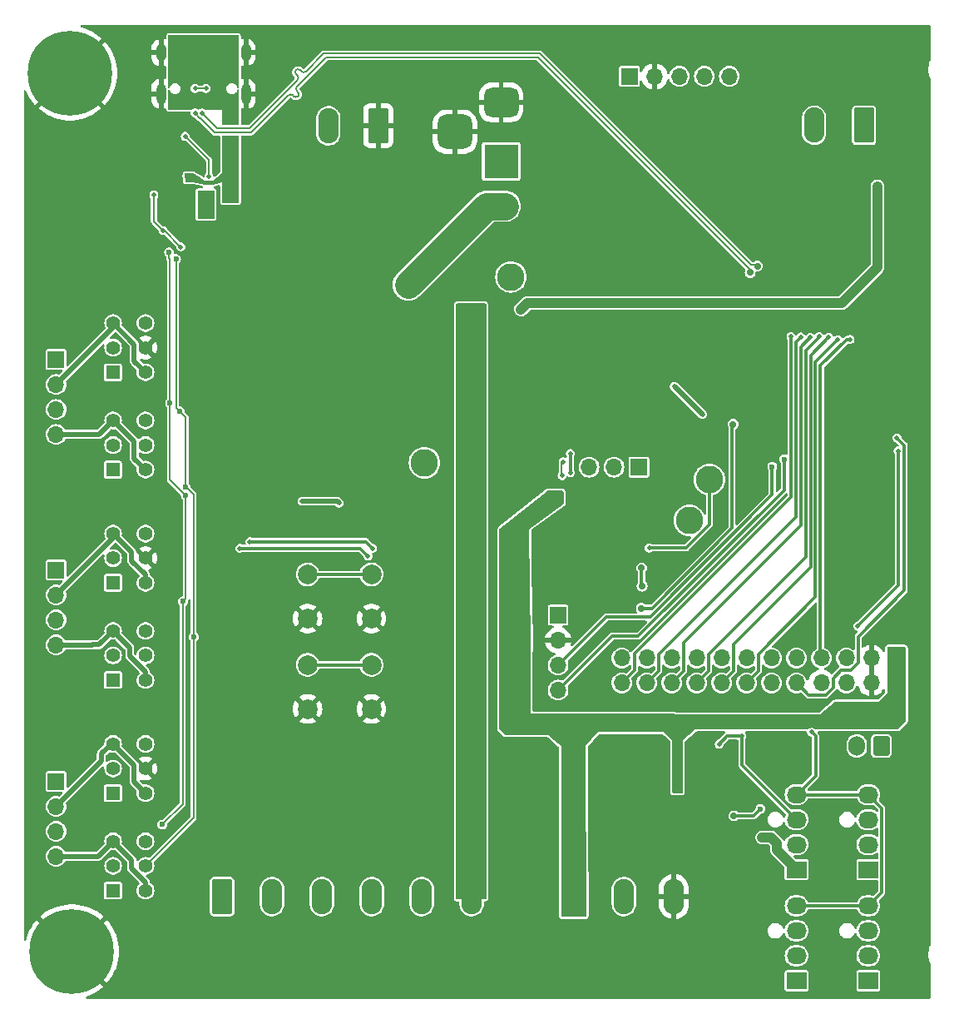
<source format=gbr>
%TF.GenerationSoftware,KiCad,Pcbnew,7.0.10*%
%TF.CreationDate,2024-05-28T14:15:07+02:00*%
%TF.ProjectId,ESPHome AIO,45535048-6f6d-4652-9041-494f2e6b6963,rev?*%
%TF.SameCoordinates,Original*%
%TF.FileFunction,Copper,L2,Bot*%
%TF.FilePolarity,Positive*%
%FSLAX46Y46*%
G04 Gerber Fmt 4.6, Leading zero omitted, Abs format (unit mm)*
G04 Created by KiCad (PCBNEW 7.0.10) date 2024-05-28 14:15:07*
%MOMM*%
%LPD*%
G01*
G04 APERTURE LIST*
G04 Aperture macros list*
%AMRoundRect*
0 Rectangle with rounded corners*
0 $1 Rounding radius*
0 $2 $3 $4 $5 $6 $7 $8 $9 X,Y pos of 4 corners*
0 Add a 4 corners polygon primitive as box body*
4,1,4,$2,$3,$4,$5,$6,$7,$8,$9,$2,$3,0*
0 Add four circle primitives for the rounded corners*
1,1,$1+$1,$2,$3*
1,1,$1+$1,$4,$5*
1,1,$1+$1,$6,$7*
1,1,$1+$1,$8,$9*
0 Add four rect primitives between the rounded corners*
20,1,$1+$1,$2,$3,$4,$5,0*
20,1,$1+$1,$4,$5,$6,$7,0*
20,1,$1+$1,$6,$7,$8,$9,0*
20,1,$1+$1,$8,$9,$2,$3,0*%
G04 Aperture macros list end*
%TA.AperFunction,ComponentPad*%
%ADD10R,1.700000X1.700000*%
%TD*%
%TA.AperFunction,ComponentPad*%
%ADD11O,1.700000X1.700000*%
%TD*%
%TA.AperFunction,ComponentPad*%
%ADD12R,1.400000X1.400000*%
%TD*%
%TA.AperFunction,ComponentPad*%
%ADD13C,1.400000*%
%TD*%
%TA.AperFunction,ComponentPad*%
%ADD14R,2.030000X1.730000*%
%TD*%
%TA.AperFunction,ComponentPad*%
%ADD15O,2.030000X1.730000*%
%TD*%
%TA.AperFunction,ComponentPad*%
%ADD16C,2.800000*%
%TD*%
%TA.AperFunction,ComponentPad*%
%ADD17RoundRect,0.249999X0.790001X1.550001X-0.790001X1.550001X-0.790001X-1.550001X0.790001X-1.550001X0*%
%TD*%
%TA.AperFunction,ComponentPad*%
%ADD18O,2.080000X3.600000*%
%TD*%
%TA.AperFunction,ComponentPad*%
%ADD19C,2.000000*%
%TD*%
%TA.AperFunction,ComponentPad*%
%ADD20O,1.000000X2.100000*%
%TD*%
%TA.AperFunction,ComponentPad*%
%ADD21O,1.000000X1.800000*%
%TD*%
%TA.AperFunction,ComponentPad*%
%ADD22R,3.500000X3.500000*%
%TD*%
%TA.AperFunction,ComponentPad*%
%ADD23RoundRect,0.750000X-1.000000X0.750000X-1.000000X-0.750000X1.000000X-0.750000X1.000000X0.750000X0*%
%TD*%
%TA.AperFunction,ComponentPad*%
%ADD24RoundRect,0.875000X-0.875000X0.875000X-0.875000X-0.875000X0.875000X-0.875000X0.875000X0.875000X0*%
%TD*%
%TA.AperFunction,ComponentPad*%
%ADD25C,8.600000*%
%TD*%
%TA.AperFunction,ComponentPad*%
%ADD26RoundRect,0.250000X0.600000X0.750000X-0.600000X0.750000X-0.600000X-0.750000X0.600000X-0.750000X0*%
%TD*%
%TA.AperFunction,ComponentPad*%
%ADD27O,1.700000X2.000000*%
%TD*%
%TA.AperFunction,ComponentPad*%
%ADD28RoundRect,0.249999X-0.790001X-1.550001X0.790001X-1.550001X0.790001X1.550001X-0.790001X1.550001X0*%
%TD*%
%TA.AperFunction,ViaPad*%
%ADD29C,0.500000*%
%TD*%
%TA.AperFunction,ViaPad*%
%ADD30C,1.600000*%
%TD*%
%TA.AperFunction,ViaPad*%
%ADD31C,0.600000*%
%TD*%
%TA.AperFunction,ViaPad*%
%ADD32C,0.700000*%
%TD*%
%TA.AperFunction,Conductor*%
%ADD33C,1.000000*%
%TD*%
%TA.AperFunction,Conductor*%
%ADD34C,2.800000*%
%TD*%
%TA.AperFunction,Conductor*%
%ADD35C,0.200000*%
%TD*%
%TA.AperFunction,Conductor*%
%ADD36C,0.300000*%
%TD*%
%TA.AperFunction,Conductor*%
%ADD37C,0.500000*%
%TD*%
G04 APERTURE END LIST*
D10*
%TO.P,J3,1,Pin_1*%
%TO.N,+5V*%
X152060000Y-46400000D03*
D11*
%TO.P,J3,2,Pin_2*%
%TO.N,GND*%
X154600000Y-46400000D03*
%TO.P,J3,3,Pin_3*%
%TO.N,/LD2410_I{slash}O*%
X157140000Y-46400000D03*
%TO.P,J3,4,Pin_4*%
%TO.N,/RX*%
X159680000Y-46400000D03*
%TO.P,J3,5,Pin_5*%
%TO.N,/TX*%
X162220000Y-46400000D03*
%TD*%
D10*
%TO.P,J1,1,Pin_1*%
%TO.N,+5V*%
X179220000Y-105560000D03*
D11*
%TO.P,J1,2,Pin_2*%
X179220000Y-108100000D03*
%TO.P,J1,3,Pin_3*%
%TO.N,GND*%
X176680000Y-105560000D03*
%TO.P,J1,4,Pin_4*%
X176680000Y-108100000D03*
%TO.P,J1,5,Pin_5*%
%TO.N,+3.3V*%
X174140000Y-105560000D03*
%TO.P,J1,6,Pin_6*%
X174140000Y-108100000D03*
%TO.P,J1,7,Pin_7*%
%TO.N,/H.L0*%
X171600000Y-105560000D03*
%TO.P,J1,8,Pin_8*%
%TO.N,GND*%
X171600000Y-108100000D03*
%TO.P,J1,9,Pin_9*%
%TO.N,/H.L1*%
X169060000Y-105560000D03*
%TO.P,J1,10,Pin_10*%
%TO.N,/I2C{slash}SMdata*%
X169060000Y-108100000D03*
%TO.P,J1,11,Pin_11*%
%TO.N,/H.L2*%
X166520000Y-105560000D03*
%TO.P,J1,12,Pin_12*%
%TO.N,/I2C{slash}SMclk*%
X166520000Y-108100000D03*
%TO.P,J1,13,Pin_13*%
%TO.N,/H.L3*%
X163980000Y-105560000D03*
%TO.P,J1,14,Pin_14*%
%TO.N,/H.R0*%
X163980000Y-108100000D03*
%TO.P,J1,15,Pin_15*%
%TO.N,/H.L4*%
X161440000Y-105560000D03*
%TO.P,J1,16,Pin_16*%
%TO.N,/H.R1*%
X161440000Y-108100000D03*
%TO.P,J1,17,Pin_17*%
%TO.N,/H.L5*%
X158900000Y-105560000D03*
%TO.P,J1,18,Pin_18*%
%TO.N,/H.R2*%
X158900000Y-108100000D03*
%TO.P,J1,19,Pin_19*%
%TO.N,/H.L6*%
X156360000Y-105560000D03*
%TO.P,J1,20,Pin_20*%
%TO.N,/H.R3*%
X156360000Y-108100000D03*
%TO.P,J1,21,Pin_21*%
%TO.N,/H.L7*%
X153820000Y-105560000D03*
%TO.P,J1,22,Pin_22*%
%TO.N,/H.R4*%
X153820000Y-108100000D03*
%TO.P,J1,23,Pin_23*%
%TO.N,/H.L8*%
X151280000Y-105560000D03*
%TO.P,J1,24,Pin_24*%
%TO.N,/H.R5*%
X151280000Y-108100000D03*
%TD*%
D12*
%TO.P,SW4,1,A*%
%TO.N,Net-(J11-Pin_1)*%
X99500000Y-119300000D03*
D13*
%TO.P,SW4,2,B*%
%TO.N,+3.3V*%
X99500000Y-116800000D03*
%TO.P,SW4,3,C*%
%TO.N,Net-(J11-Pin_2)*%
X99500000Y-114300000D03*
%TO.P,SW4,4,A*%
X102800000Y-119300000D03*
%TO.P,SW4,5,B*%
%TO.N,GND*%
X102800000Y-116800000D03*
%TO.P,SW4,6,C*%
%TO.N,Net-(J11-Pin_1)*%
X102800000Y-114300000D03*
%TD*%
D14*
%TO.P,M4,1,-*%
%TO.N,/Fan Headers/MOS*%
X176375000Y-127075000D03*
D15*
%TO.P,M4,2,+*%
%TO.N,5V-24V*%
X176375000Y-124535000D03*
%TO.P,M4,3,Tacho*%
%TO.N,unconnected-(M4-Tacho-Pad3)*%
X176375000Y-121995000D03*
%TO.P,M4,4,PWM*%
%TO.N,/Fan Headers/FAN*%
X176375000Y-119455000D03*
%TD*%
D14*
%TO.P,M5,1,-*%
%TO.N,/Fan Headers/MOS*%
X176375000Y-138375000D03*
D15*
%TO.P,M5,2,+*%
%TO.N,5V-24V*%
X176375000Y-135835000D03*
%TO.P,M5,3,Tacho*%
%TO.N,unconnected-(M5-Tacho-Pad3)*%
X176375000Y-133295000D03*
%TO.P,M5,4,PWM*%
%TO.N,/Fan Headers/FAN*%
X176375000Y-130755000D03*
%TD*%
D10*
%TO.P,JP3,1,A*%
%TO.N,Net-(JP3-A)*%
X153030000Y-86150000D03*
D11*
%TO.P,JP3,2,C*%
%TO.N,Net-(IC8-ILM)*%
X150490000Y-86150000D03*
%TO.P,JP3,3,B*%
%TO.N,Net-(JP3-B)*%
X147950000Y-86150000D03*
%TD*%
D16*
%TO.P,TP5,1,1*%
%TO.N,+5V*%
X140300000Y-108100000D03*
%TD*%
D10*
%TO.P,J13,1,Pin_1*%
%TO.N,Net-(J13-Pin_1)*%
X93700000Y-96600000D03*
D11*
%TO.P,J13,2,Pin_2*%
%TO.N,Net-(J13-Pin_2)*%
X93700000Y-99140000D03*
%TO.P,J13,3,Pin_3*%
%TO.N,Net-(J13-Pin_3)*%
X93700000Y-101680000D03*
%TO.P,J13,4,Pin_4*%
%TO.N,Net-(J13-Pin_4)*%
X93700000Y-104220000D03*
%TD*%
D12*
%TO.P,SW8,1,A*%
%TO.N,Net-(J13-Pin_1)*%
X99500000Y-97900000D03*
D13*
%TO.P,SW8,2,B*%
%TO.N,+3.3V*%
X99500000Y-95400000D03*
%TO.P,SW8,3,C*%
%TO.N,Net-(J13-Pin_2)*%
X99500000Y-92900000D03*
%TO.P,SW8,4,A*%
X102800000Y-97900000D03*
%TO.P,SW8,5,B*%
%TO.N,GND*%
X102800000Y-95400000D03*
%TO.P,SW8,6,C*%
%TO.N,Net-(J13-Pin_1)*%
X102800000Y-92900000D03*
%TD*%
D16*
%TO.P,TP1,1,1*%
%TO.N,/I2C{slash}SMclk*%
X160200000Y-87400000D03*
%TD*%
D12*
%TO.P,SW6,1,A*%
%TO.N,Net-(J11-Pin_3)*%
X99500000Y-129200000D03*
D13*
%TO.P,SW6,2,B*%
%TO.N,/I2C{slash}SMdata*%
X99500000Y-126700000D03*
%TO.P,SW6,3,C*%
%TO.N,Net-(J11-Pin_4)*%
X99500000Y-124200000D03*
%TO.P,SW6,4,A*%
X102800000Y-129200000D03*
%TO.P,SW6,5,B*%
%TO.N,/I2C{slash}SMclk*%
X102800000Y-126700000D03*
%TO.P,SW6,6,C*%
%TO.N,Net-(J11-Pin_3)*%
X102800000Y-124200000D03*
%TD*%
D12*
%TO.P,SW5,1,A*%
%TO.N,Net-(J10-Pin_3)*%
X99500000Y-86400000D03*
D13*
%TO.P,SW5,2,B*%
%TO.N,/I2C{slash}SMdata*%
X99500000Y-83900000D03*
%TO.P,SW5,3,C*%
%TO.N,Net-(J10-Pin_4)*%
X99500000Y-81400000D03*
%TO.P,SW5,4,A*%
X102800000Y-86400000D03*
%TO.P,SW5,5,B*%
%TO.N,/I2C{slash}SMclk*%
X102800000Y-83900000D03*
%TO.P,SW5,6,C*%
%TO.N,Net-(J10-Pin_3)*%
X102800000Y-81400000D03*
%TD*%
D16*
%TO.P,TP4,1,1*%
%TO.N,+3.3V*%
X131200000Y-85700000D03*
%TD*%
D17*
%TO.P,M1,1,+*%
%TO.N,Net-(IC1-OUT1)*%
X175940000Y-51377500D03*
D18*
%TO.P,M1,2,-*%
%TO.N,Net-(IC1-OUT2)*%
X170860000Y-51377500D03*
%TD*%
D17*
%TO.P,J8,1,Pin_1*%
%TO.N,GND*%
X126490000Y-51427500D03*
D18*
%TO.P,J8,2,Pin_2*%
%TO.N,/USB_PD_POWER*%
X121410000Y-51427500D03*
%TD*%
D12*
%TO.P,SW10,1,A*%
%TO.N,Net-(J13-Pin_3)*%
X99500000Y-107800000D03*
D13*
%TO.P,SW10,2,B*%
%TO.N,/I2C{slash}SMdata*%
X99500000Y-105300000D03*
%TO.P,SW10,3,C*%
%TO.N,Net-(J13-Pin_4)*%
X99500000Y-102800000D03*
%TO.P,SW10,4,A*%
X102800000Y-107800000D03*
%TO.P,SW10,5,B*%
%TO.N,/I2C{slash}SMclk*%
X102800000Y-105300000D03*
%TO.P,SW10,6,C*%
%TO.N,Net-(J13-Pin_3)*%
X102800000Y-102800000D03*
%TD*%
D19*
%TO.P,SW2,1,1*%
%TO.N,/Button2*%
X119300000Y-97050000D03*
X125800000Y-97050000D03*
%TO.P,SW2,2,2*%
%TO.N,GND*%
X119300000Y-101550000D03*
X125800000Y-101550000D03*
%TD*%
D20*
%TO.P,J7,S1,SHIELD*%
%TO.N,GND*%
X113020000Y-48175000D03*
D21*
X113020000Y-43975000D03*
D20*
X104380000Y-48175000D03*
D21*
X104380000Y-43975000D03*
%TD*%
D10*
%TO.P,J2,1,Pin_1*%
%TO.N,+3.3V*%
X144800000Y-101200000D03*
D11*
%TO.P,J2,2,Pin_2*%
%TO.N,GND*%
X144800000Y-103740000D03*
%TO.P,J2,3,Pin_3*%
%TO.N,/RX0*%
X144800000Y-106280000D03*
%TO.P,J2,4,Pin_4*%
%TO.N,/TX0*%
X144800000Y-108820000D03*
%TD*%
D22*
%TO.P,J9,1,POWER*%
%TO.N,/USB_PD_POWER*%
X139000000Y-55050000D03*
D23*
%TO.P,J9,2,GND_1*%
%TO.N,GND*%
X139000000Y-49050000D03*
D24*
%TO.P,J9,3,GND_2*%
X134300000Y-52050000D03*
%TD*%
D10*
%TO.P,J10,1,Pin_1*%
%TO.N,Net-(J10-Pin_1)*%
X93700000Y-75200000D03*
D11*
%TO.P,J10,2,Pin_2*%
%TO.N,Net-(J10-Pin_2)*%
X93700000Y-77740000D03*
%TO.P,J10,3,Pin_3*%
%TO.N,Net-(J10-Pin_3)*%
X93700000Y-80280000D03*
%TO.P,J10,4,Pin_4*%
%TO.N,Net-(J10-Pin_4)*%
X93700000Y-82820000D03*
%TD*%
D19*
%TO.P,SW1,1,1*%
%TO.N,/Button1*%
X119300000Y-106250000D03*
X125800000Y-106250000D03*
%TO.P,SW1,2,2*%
%TO.N,GND*%
X119300000Y-110750000D03*
X125800000Y-110750000D03*
%TD*%
D25*
%TO.P,H3,1,1*%
%TO.N,GND*%
X95300000Y-135400000D03*
%TD*%
D14*
%TO.P,M2,1,-*%
%TO.N,/Fan Headers/MOS*%
X169075000Y-127075000D03*
D15*
%TO.P,M2,2,+*%
%TO.N,5V-24V*%
X169075000Y-124535000D03*
%TO.P,M2,3,Tacho*%
%TO.N,/Fan Headers/TACH*%
X169075000Y-121995000D03*
%TO.P,M2,4,PWM*%
%TO.N,/Fan Headers/FAN*%
X169075000Y-119455000D03*
%TD*%
D10*
%TO.P,J11,1,Pin_1*%
%TO.N,Net-(J11-Pin_1)*%
X93700000Y-118100000D03*
D11*
%TO.P,J11,2,Pin_2*%
%TO.N,Net-(J11-Pin_2)*%
X93700000Y-120640000D03*
%TO.P,J11,3,Pin_3*%
%TO.N,Net-(J11-Pin_3)*%
X93700000Y-123180000D03*
%TO.P,J11,4,Pin_4*%
%TO.N,Net-(J11-Pin_4)*%
X93700000Y-125720000D03*
%TD*%
D12*
%TO.P,SW3,1,A*%
%TO.N,Net-(J10-Pin_1)*%
X99500000Y-76500000D03*
D13*
%TO.P,SW3,2,B*%
%TO.N,+3.3V*%
X99500000Y-74000000D03*
%TO.P,SW3,3,C*%
%TO.N,Net-(J10-Pin_2)*%
X99500000Y-71500000D03*
%TO.P,SW3,4,A*%
X102800000Y-76500000D03*
%TO.P,SW3,5,B*%
%TO.N,GND*%
X102800000Y-74000000D03*
%TO.P,SW3,6,C*%
%TO.N,Net-(J10-Pin_1)*%
X102800000Y-71500000D03*
%TD*%
D26*
%TO.P,J4,1,Pin_1*%
%TO.N,Net-(IC3-DP)*%
X177700000Y-114500000D03*
D27*
%TO.P,J4,2,Pin_2*%
%TO.N,Net-(IC3-DN)*%
X175200000Y-114500000D03*
%TD*%
D28*
%TO.P,J6,1,Pin_1*%
%TO.N,+5V*%
X146420000Y-129822500D03*
D18*
%TO.P,J6,2,Pin_2*%
%TO.N,Net-(J6-Pin_2)*%
X151500000Y-129822500D03*
%TO.P,J6,3,Pin_3*%
%TO.N,GND*%
X156580000Y-129822500D03*
%TD*%
D16*
%TO.P,TP3,1,1*%
%TO.N,5V-24V*%
X140000000Y-66800000D03*
%TD*%
D28*
%TO.P,J5,1,Pin_1*%
%TO.N,Net-(J5-Pin_1)*%
X110600000Y-129822500D03*
D18*
%TO.P,J5,2,Pin_2*%
%TO.N,Net-(J5-Pin_2)*%
X115680000Y-129822500D03*
%TO.P,J5,3,Pin_3*%
%TO.N,Net-(J5-Pin_3)*%
X120760000Y-129822500D03*
%TO.P,J5,4,Pin_4*%
%TO.N,Net-(J5-Pin_4)*%
X125840000Y-129822500D03*
%TO.P,J5,5,Pin_5*%
%TO.N,Net-(J5-Pin_5)*%
X130920000Y-129822500D03*
%TO.P,J5,6,Pin_6*%
%TO.N,5V-24V*%
X136000000Y-129822500D03*
%TD*%
D25*
%TO.P,H2,1,1*%
%TO.N,GND*%
X95100000Y-46100000D03*
%TD*%
D16*
%TO.P,TP2,1,1*%
%TO.N,/I2C{slash}SMdata*%
X158150000Y-91550000D03*
%TD*%
D14*
%TO.P,M3,1,-*%
%TO.N,/Fan Headers/MOS*%
X169075000Y-138375000D03*
D15*
%TO.P,M3,2,+*%
%TO.N,5V-24V*%
X169075000Y-135835000D03*
%TO.P,M3,3,Tacho*%
%TO.N,unconnected-(M3-Tacho-Pad3)*%
X169075000Y-133295000D03*
%TO.P,M3,4,PWM*%
%TO.N,/Fan Headers/FAN*%
X169075000Y-130755000D03*
%TD*%
D29*
%TO.N,GND*%
X119775000Y-87112500D03*
D30*
%TO.N,*%
X129550000Y-67600000D03*
X139400000Y-59600000D03*
D31*
%TO.N,GND*%
X128700000Y-120600000D03*
X101300000Y-63300000D03*
D29*
X119775000Y-85500000D03*
D32*
X160700000Y-120100000D03*
D29*
X106000000Y-56500000D03*
X140575000Y-87500000D03*
D32*
X175000000Y-60000000D03*
D29*
X150500000Y-90750000D03*
D31*
X102100000Y-55500000D03*
X123700000Y-120600000D03*
D29*
X175300000Y-77900000D03*
D31*
X113500000Y-120600000D03*
D32*
X146950000Y-63350000D03*
D29*
X175300000Y-76500000D03*
D31*
X109200000Y-73700000D03*
D32*
X149900000Y-77600000D03*
X173940000Y-60000000D03*
D31*
X138100000Y-75100000D03*
D32*
X151800000Y-75600000D03*
X103700000Y-51100000D03*
D29*
X117400000Y-89600000D03*
D32*
X182300000Y-67700000D03*
D29*
X106500000Y-60300000D03*
X109840000Y-56210000D03*
D32*
X147900000Y-75600000D03*
D29*
X106500000Y-58600000D03*
X106500000Y-59400000D03*
D32*
X149900000Y-75600000D03*
D29*
X173900000Y-77900000D03*
X173900000Y-76500000D03*
D31*
X118600000Y-120600000D03*
D29*
X146900000Y-81050000D03*
D31*
X182300000Y-89700000D03*
D29*
X143000000Y-85000000D03*
D31*
X116000000Y-66100000D03*
X121700000Y-84000000D03*
D29*
X166300000Y-113400000D03*
D31*
X116000000Y-67000000D03*
X116000000Y-64300000D03*
X116000000Y-67900000D03*
D32*
X92900000Y-67200000D03*
D31*
X132500000Y-76300000D03*
D29*
X105600000Y-59400000D03*
D31*
X108400000Y-120600000D03*
D29*
X107400000Y-59400000D03*
D31*
X109700000Y-53700000D03*
D32*
X160600000Y-124700000D03*
X172900000Y-60000000D03*
D31*
X116000000Y-65200000D03*
D32*
X149900000Y-73500000D03*
D31*
X116000000Y-63400000D03*
D29*
X106400000Y-56900000D03*
%TO.N,LDO_3V3*%
X104600000Y-62100000D03*
X106400000Y-63750000D03*
X103650000Y-58450000D03*
D32*
%TO.N,5V-24V*%
X177300000Y-57600000D03*
X141650000Y-69450000D03*
X135500000Y-71900000D03*
X135500000Y-70100000D03*
X136500000Y-71900000D03*
X135500000Y-71000000D03*
X141000000Y-70100000D03*
X136500000Y-70100000D03*
X136500000Y-71000000D03*
D29*
%TO.N,+5V*%
X144880000Y-88810000D03*
X144850000Y-89430000D03*
D32*
X146750000Y-121400000D03*
D29*
X146050000Y-84750000D03*
X144060000Y-89450000D03*
D32*
X158200000Y-112400000D03*
D29*
X144070000Y-88800000D03*
D32*
X157000000Y-118600000D03*
D29*
X146050000Y-86700000D03*
%TO.N,+3.3V*%
X156625000Y-77925000D03*
X159500000Y-80800000D03*
%TO.N,/H.L0*%
X174525000Y-73150000D03*
%TO.N,/H.R0*%
X173250000Y-73200000D03*
%TO.N,/H.R1*%
X172325000Y-72950000D03*
%TO.N,/H.R2*%
X171375000Y-72875000D03*
%TO.N,/H.R3*%
X170475000Y-72950000D03*
%TO.N,/H.R4*%
X169500000Y-72900000D03*
%TO.N,/H.R5*%
X168500000Y-72875000D03*
D32*
%TO.N,/USB_D-*%
X165100000Y-65700000D03*
D29*
X108550000Y-50117077D03*
%TO.N,/USB_D+*%
X108950000Y-47640000D03*
X107850000Y-50117077D03*
D32*
X164350000Y-66350000D03*
D29*
X107850000Y-47640000D03*
D32*
%TO.N,/Fan_pwm{slash}dc*%
X153275000Y-100500000D03*
X162600000Y-81800000D03*
%TO.N,/ARGB*%
X153300000Y-96400000D03*
X153350000Y-98250000D03*
D31*
%TO.N,/I2C{slash}SMdata*%
X104500000Y-122500000D03*
D29*
X125450000Y-95175000D03*
X179300000Y-83200000D03*
X112400000Y-94400000D03*
D31*
X105300000Y-79648529D03*
X106600000Y-99800000D03*
X105200000Y-64300000D03*
X106900000Y-89000000D03*
%TO.N,/I2C{slash}SMclk*%
X107700000Y-103400000D03*
X105900000Y-65000000D03*
D29*
X179400000Y-84500000D03*
X125925000Y-94400000D03*
X175300000Y-102300000D03*
X154075000Y-94375000D03*
D31*
X106300000Y-80500000D03*
D29*
X113425000Y-93725000D03*
D31*
X106900000Y-88200000D03*
D29*
%TO.N,/Fan Headers/FAN*%
X170600000Y-113100000D03*
D32*
X162700000Y-121600000D03*
D31*
X165400000Y-120900000D03*
D29*
%TO.N,/Fan Headers/TACH*%
X161200000Y-114300000D03*
X163500000Y-113500000D03*
D31*
%TO.N,/RX0*%
X166600000Y-86100000D03*
%TO.N,/TX0*%
X167800000Y-85350000D03*
D32*
%TO.N,/Fan Headers/MOS*%
X165575000Y-123800000D03*
D29*
%TO.N,Net-(IC4-CC1)*%
X109250000Y-56600000D03*
X106840000Y-52500000D03*
%TO.N,Net-(IC4-DRAIN_PAD)*%
X109000000Y-60500000D03*
X109000000Y-58500000D03*
X109000000Y-59500000D03*
%TO.N,/USB/VBUS*%
X110500000Y-45100000D03*
X111600000Y-58100000D03*
X111180000Y-56500000D03*
X111000000Y-58700000D03*
X107000000Y-56510000D03*
X111600000Y-57500000D03*
X110500000Y-44500000D03*
X108166666Y-44500000D03*
X110900000Y-51000000D03*
X111000000Y-57500000D03*
X110900000Y-54200000D03*
X111000000Y-58100000D03*
X110900000Y-50400000D03*
X107000000Y-45100000D03*
X110900000Y-54900000D03*
X107400000Y-56900000D03*
X110900000Y-55600000D03*
X110900000Y-53500000D03*
X109333332Y-45100000D03*
X110780000Y-56880000D03*
X110900000Y-52800000D03*
X109333332Y-44500000D03*
X111600000Y-58700000D03*
X107000000Y-44500000D03*
X108166666Y-45100000D03*
%TO.N,Net-(IC5-OUTPUT)*%
X118725000Y-89621878D03*
X122525000Y-89800000D03*
%TO.N,Net-(D4-K)*%
X145200000Y-87000000D03*
X145300000Y-85600000D03*
%TD*%
D33*
%TO.N,5V-24V*%
X177300000Y-65800000D02*
X177300000Y-57600000D01*
X173650000Y-69450000D02*
X177300000Y-65800000D01*
X141650000Y-69450000D02*
X173650000Y-69450000D01*
X141650000Y-69450000D02*
X141000000Y-70100000D01*
D34*
%TO.N,*%
X137550000Y-59600000D02*
X129550000Y-67600000D01*
X139400000Y-59600000D02*
X137550000Y-59600000D01*
D35*
%TO.N,LDO_3V3*%
X104750000Y-62100000D02*
X104600000Y-62100000D01*
X103650000Y-61150000D02*
X104600000Y-62100000D01*
X103650000Y-58450000D02*
X103650000Y-61150000D01*
X106400000Y-63750000D02*
X104750000Y-62100000D01*
D36*
%TO.N,+5V*%
X146050000Y-86700000D02*
X146050000Y-84750000D01*
D37*
%TO.N,+3.3V*%
X159500000Y-80800000D02*
X156625000Y-77925000D01*
D36*
%TO.N,/H.L0*%
X171500000Y-105460000D02*
X171600000Y-105560000D01*
X174525000Y-73150000D02*
X174190955Y-73150000D01*
X174190955Y-73150000D02*
X171500000Y-75840955D01*
X171500000Y-75840955D02*
X171500000Y-105460000D01*
%TO.N,/H.R0*%
X171000000Y-75450000D02*
X171000000Y-99382943D01*
X171000000Y-99382943D02*
X165180000Y-105202943D01*
X165180000Y-105202943D02*
X165180000Y-106900000D01*
X173250000Y-73200000D02*
X171000000Y-75450000D01*
X165180000Y-106900000D02*
X163980000Y-108100000D01*
%TO.N,/H.R1*%
X170500000Y-74775000D02*
X170500000Y-96325000D01*
X162640000Y-106900000D02*
X161440000Y-108100000D01*
X170500000Y-96325000D02*
X162640000Y-104185000D01*
X162640000Y-104185000D02*
X162640000Y-106900000D01*
X172325000Y-72950000D02*
X170500000Y-74775000D01*
%TO.N,/H.R2*%
X170000000Y-74315955D02*
X170000000Y-95302943D01*
X160100000Y-106900000D02*
X158900000Y-108100000D01*
X171375000Y-72940955D02*
X170000000Y-74315955D01*
X171375000Y-72875000D02*
X171375000Y-72940955D01*
X170000000Y-95302943D02*
X160100000Y-105202943D01*
X160100000Y-105202943D02*
X160100000Y-106900000D01*
%TO.N,/H.R3*%
X170475000Y-72950000D02*
X169500000Y-73925000D01*
X169500000Y-92100000D02*
X157560000Y-104040000D01*
X157560000Y-106900000D02*
X156360000Y-108100000D01*
X157560000Y-104040000D02*
X157560000Y-106900000D01*
X169500000Y-73925000D02*
X169500000Y-92100000D01*
%TO.N,/H.R4*%
X169500000Y-72900000D02*
X169000000Y-73400000D01*
X169000000Y-73400000D02*
X169000000Y-91222943D01*
X155020000Y-106900000D02*
X153820000Y-108100000D01*
X169000000Y-91222943D02*
X155020000Y-105202943D01*
X155020000Y-105202943D02*
X155020000Y-106900000D01*
%TO.N,/H.R5*%
X168500000Y-89182943D02*
X152600000Y-105082943D01*
X168500000Y-72875000D02*
X168500000Y-89182943D01*
X152600000Y-106780000D02*
X151280000Y-108100000D01*
X152600000Y-105082943D02*
X152600000Y-106780000D01*
D35*
%TO.N,/USB_D-*%
X113356800Y-51675000D02*
X118265900Y-46765900D01*
X108550000Y-50117077D02*
X108550000Y-50180680D01*
X120956800Y-44075000D02*
X142922487Y-44075000D01*
X165000000Y-65600000D02*
X165100000Y-65700000D01*
X118265900Y-46341636D02*
X118113546Y-46189282D01*
X118537812Y-45765017D02*
X118690167Y-45917372D01*
X119114431Y-45917372D02*
X119114430Y-45917371D01*
X119114430Y-45917371D02*
X120956800Y-44075000D01*
X142922487Y-44075000D02*
X164447487Y-65600000D01*
X118113546Y-45765018D02*
X118113548Y-45765017D01*
X110044320Y-51675000D02*
X113356800Y-51675000D01*
X164447487Y-65600000D02*
X165000000Y-65600000D01*
X108550000Y-50180680D02*
X110044320Y-51675000D01*
X118113596Y-45765068D02*
G75*
G03*
X118113546Y-46189282I212104J-212132D01*
G01*
X118690168Y-45917371D02*
G75*
G03*
X119114430Y-45917371I212131J212131D01*
G01*
X118265931Y-46765931D02*
G75*
G03*
X118265899Y-46341637I-212131J212131D01*
G01*
X118537811Y-45765018D02*
G75*
G03*
X118113549Y-45765018I-212131J-212131D01*
G01*
%TO.N,/USB_D+*%
X108950000Y-47640000D02*
X107850000Y-47640000D01*
X142756801Y-44475000D02*
X121193200Y-44475000D01*
X118826744Y-46841453D02*
X118826744Y-46841456D01*
X107850000Y-50194895D02*
X107850000Y-50117077D01*
X118209100Y-47883366D02*
X118209099Y-47883366D01*
X118826744Y-46841456D02*
X118209100Y-47459100D01*
X108400000Y-50667077D02*
X108322182Y-50667077D01*
X118335483Y-48434016D02*
X118335484Y-48434015D01*
X118209099Y-47883366D02*
X118335484Y-48009751D01*
X117360571Y-48307630D02*
X113543200Y-52125000D01*
X113543200Y-52125000D02*
X109857923Y-52125000D01*
X121193200Y-44475000D02*
X118826744Y-46841453D01*
X118335484Y-48434015D02*
X118335485Y-48434015D01*
X164350000Y-66068199D02*
X142756801Y-44475000D01*
X164350000Y-66350000D02*
X164350000Y-66068199D01*
X108322182Y-50667077D02*
X107850000Y-50194895D01*
X109857923Y-52125000D02*
X108400000Y-50667077D01*
X117360573Y-48307631D02*
X117360571Y-48307630D01*
X117911221Y-48434015D02*
X117784837Y-48307631D01*
X117360572Y-48307632D02*
X117360573Y-48307631D01*
X118335500Y-48434033D02*
G75*
G03*
X118335484Y-48009751I-212100J212133D01*
G01*
X118209067Y-47459067D02*
G75*
G03*
X118209100Y-47883366I212133J-212133D01*
G01*
X117784832Y-48307636D02*
G75*
G03*
X117360572Y-48307632I-212132J-212164D01*
G01*
X117911222Y-48434014D02*
G75*
G03*
X118335484Y-48434014I212131J212131D01*
G01*
D36*
%TO.N,/Fan_pwm{slash}dc*%
X162500000Y-81900000D02*
X162600000Y-81800000D01*
X154360788Y-100500000D02*
X162500000Y-92360788D01*
X162500000Y-92360788D02*
X162500000Y-81900000D01*
X153275000Y-100500000D02*
X154360788Y-100500000D01*
%TO.N,/ARGB*%
X153300000Y-98200000D02*
X153350000Y-98250000D01*
X153300000Y-96400000D02*
X153300000Y-98200000D01*
%TO.N,/Button2*%
X125800000Y-97050000D02*
X119300000Y-97050000D01*
%TO.N,/Button1*%
X125800000Y-106250000D02*
X119300000Y-106250000D01*
D35*
%TO.N,/I2C{slash}SMdata*%
X106600000Y-112600000D02*
X106600000Y-120400000D01*
D36*
X172097057Y-109300000D02*
X170260000Y-109300000D01*
D35*
X106900000Y-89000000D02*
X106900000Y-99500000D01*
X105300000Y-80198529D02*
X105300000Y-65000000D01*
D36*
X180030000Y-83930000D02*
X180030000Y-98680050D01*
X179300000Y-83200000D02*
X180030000Y-83930000D01*
D35*
X105300000Y-87448529D02*
X106851471Y-89000000D01*
D36*
X175340000Y-103370050D02*
X175340000Y-106057057D01*
X172800000Y-107602943D02*
X172800000Y-108597057D01*
D35*
X105300000Y-65000000D02*
X105200000Y-64900000D01*
X106900000Y-99500000D02*
X106600000Y-99800000D01*
X106851471Y-89000000D02*
X106900000Y-89000000D01*
X106600000Y-120400000D02*
X104500000Y-122500000D01*
X105200000Y-64900000D02*
X105200000Y-64300000D01*
D36*
X175340000Y-106057057D02*
X174564975Y-106832082D01*
D35*
X106600000Y-99800000D02*
X106600000Y-112600000D01*
D36*
X170260000Y-109300000D02*
X169060000Y-108100000D01*
X173570861Y-106832082D02*
X172800000Y-107602943D01*
X174564975Y-106832082D02*
X173570861Y-106832082D01*
X112400000Y-94400000D02*
X124675000Y-94400000D01*
X124675000Y-94400000D02*
X125450000Y-95175000D01*
X172800000Y-108597057D02*
X172097057Y-109300000D01*
D35*
X105300000Y-79648529D02*
X105300000Y-87448529D01*
D36*
X180030000Y-98680050D02*
X175340000Y-103370050D01*
D35*
%TO.N,/I2C{slash}SMclk*%
X106900000Y-88200000D02*
X106948529Y-88200000D01*
X106948529Y-88200000D02*
X107700000Y-88951471D01*
X107700000Y-121800000D02*
X107700000Y-103400000D01*
D36*
X157799874Y-94375000D02*
X154075000Y-94375000D01*
X125250000Y-93725000D02*
X125925000Y-94400000D01*
D35*
X102800000Y-126700000D02*
X107700000Y-121800000D01*
X106300000Y-80500000D02*
X105900000Y-80100000D01*
X107700000Y-88951471D02*
X107700000Y-103400000D01*
X106900000Y-88200000D02*
X106900000Y-81100000D01*
D36*
X160200000Y-91974874D02*
X157799874Y-94375000D01*
X113425000Y-93725000D02*
X125250000Y-93725000D01*
X179400000Y-84500000D02*
X179400000Y-98200000D01*
D35*
X106900000Y-81100000D02*
X106300000Y-80500000D01*
X105900000Y-80100000D02*
X105900000Y-65000000D01*
D36*
X160200000Y-87400000D02*
X160200000Y-91974874D01*
X179400000Y-98200000D02*
X175300000Y-102300000D01*
%TO.N,/Fan Headers/FAN*%
X170600000Y-113100000D02*
X171005000Y-113505000D01*
X171005000Y-113505000D02*
X171005000Y-117525000D01*
X164700000Y-121600000D02*
X162700000Y-121600000D01*
X176375000Y-119455000D02*
X169075000Y-119455000D01*
X177740000Y-120820000D02*
X176375000Y-119455000D01*
X165400000Y-120900000D02*
X164700000Y-121600000D01*
X171005000Y-117525000D02*
X169075000Y-119455000D01*
X176375000Y-130755000D02*
X177740000Y-129390000D01*
X169075000Y-130755000D02*
X176375000Y-130755000D01*
X177740000Y-129390000D02*
X177740000Y-120820000D01*
%TO.N,/Fan Headers/TACH*%
X162000000Y-113500000D02*
X161200000Y-114300000D01*
X163500000Y-113500000D02*
X163500000Y-116430840D01*
X169064160Y-121995000D02*
X163500000Y-116430840D01*
X168264160Y-121995000D02*
X169075000Y-121995000D01*
X163500000Y-113500000D02*
X162000000Y-113500000D01*
X169075000Y-121995000D02*
X169064160Y-121995000D01*
%TO.N,/RX0*%
X149680000Y-101400000D02*
X144800000Y-106280000D01*
X166600000Y-86100000D02*
X166600000Y-88967894D01*
X166600000Y-88967894D02*
X154167894Y-101400000D01*
X154167894Y-101400000D02*
X149680000Y-101400000D01*
%TO.N,/TX0*%
X167800000Y-88475000D02*
X152925000Y-103350000D01*
X167800000Y-85350000D02*
X167800000Y-88475000D01*
X150270000Y-103350000D02*
X144800000Y-108820000D01*
X152925000Y-103350000D02*
X150270000Y-103350000D01*
D37*
%TO.N,Net-(J10-Pin_2)*%
X99500000Y-71500000D02*
X99500000Y-71940000D01*
X101650000Y-73650000D02*
X99500000Y-71500000D01*
X101650000Y-75350000D02*
X101650000Y-73650000D01*
X102800000Y-76500000D02*
X101650000Y-75350000D01*
X99500000Y-71940000D02*
X93700000Y-77740000D01*
%TO.N,Net-(J11-Pin_2)*%
X98300000Y-115300000D02*
X98300000Y-116040000D01*
X99300000Y-114300000D02*
X98300000Y-115300000D01*
X98300000Y-116040000D02*
X93700000Y-120640000D01*
X99500000Y-114300000D02*
X99300000Y-114300000D01*
X102800000Y-119300000D02*
X101650000Y-118150000D01*
X101650000Y-116450000D02*
X99500000Y-114300000D01*
X101650000Y-118150000D02*
X101650000Y-116450000D01*
%TO.N,Net-(J11-Pin_4)*%
X102800000Y-129200000D02*
X102800000Y-128373654D01*
X101400000Y-126100000D02*
X99500000Y-124200000D01*
X99500000Y-124200000D02*
X97980000Y-125720000D01*
X97980000Y-125720000D02*
X93700000Y-125720000D01*
X102800000Y-128373654D02*
X101400000Y-126973654D01*
X101400000Y-126973654D02*
X101400000Y-126100000D01*
%TO.N,Net-(J13-Pin_2)*%
X101400000Y-94800000D02*
X99500000Y-92900000D01*
X102800000Y-97900000D02*
X102800000Y-97073654D01*
X99500000Y-92900000D02*
X99500000Y-93340000D01*
X102800000Y-97073654D02*
X101400000Y-95673654D01*
X101400000Y-95673654D02*
X101400000Y-94800000D01*
X99500000Y-93340000D02*
X93700000Y-99140000D01*
%TO.N,Net-(J10-Pin_4)*%
X98080000Y-82820000D02*
X99500000Y-81400000D01*
X102800000Y-86400000D02*
X101650000Y-85250000D01*
X93700000Y-82820000D02*
X98080000Y-82820000D01*
X101650000Y-83550000D02*
X99500000Y-81400000D01*
X101650000Y-85250000D02*
X101650000Y-83550000D01*
D33*
%TO.N,/Fan Headers/MOS*%
X167100000Y-124425000D02*
X167100000Y-125100000D01*
X167100000Y-125100000D02*
X169075000Y-127075000D01*
X165575000Y-123800000D02*
X166475000Y-123800000D01*
X166475000Y-123800000D02*
X167100000Y-124425000D01*
D35*
%TO.N,Net-(IC4-CC1)*%
X109250000Y-54900000D02*
X109250000Y-56600000D01*
X106850000Y-52500000D02*
X109250000Y-54900000D01*
X106840000Y-52500000D02*
X106850000Y-52500000D01*
D37*
%TO.N,Net-(J13-Pin_4)*%
X97380000Y-104220000D02*
X93700000Y-104220000D01*
X98100000Y-104200000D02*
X97400000Y-104200000D01*
X102800000Y-107800000D02*
X102800000Y-106973654D01*
X102800000Y-106973654D02*
X101200000Y-105373654D01*
X99500000Y-102800000D02*
X98100000Y-104200000D01*
X101200000Y-105373654D02*
X101200000Y-104500000D01*
X97400000Y-104200000D02*
X97380000Y-104220000D01*
X101200000Y-104500000D02*
X99500000Y-102800000D01*
%TO.N,Net-(IC5-OUTPUT)*%
X122346878Y-89621878D02*
X122525000Y-89800000D01*
X118725000Y-89621878D02*
X122346878Y-89621878D01*
D35*
%TO.N,Net-(D4-K)*%
X145200000Y-87000000D02*
X145200000Y-86800000D01*
X145150000Y-86750000D02*
X145150000Y-85750000D01*
X145150000Y-85750000D02*
X145300000Y-85600000D01*
X145200000Y-86800000D02*
X145150000Y-86750000D01*
%TD*%
%TA.AperFunction,Conductor*%
%TO.N,Net-(IC4-DRAIN_PAD)*%
G36*
X109773566Y-58017313D02*
G01*
X109798876Y-58061150D01*
X109800000Y-58074000D01*
X109800000Y-60826000D01*
X109782687Y-60873566D01*
X109738850Y-60898876D01*
X109726000Y-60900000D01*
X108174000Y-60900000D01*
X108126434Y-60882687D01*
X108101124Y-60838850D01*
X108100000Y-60826000D01*
X108100000Y-58074000D01*
X108117313Y-58026434D01*
X108161150Y-58001124D01*
X108174000Y-58000000D01*
X109726000Y-58000000D01*
X109773566Y-58017313D01*
G37*
%TD.AperFunction*%
%TD*%
%TA.AperFunction,Conductor*%
%TO.N,5V-24V*%
G36*
X137443039Y-69519685D02*
G01*
X137488794Y-69572489D01*
X137500000Y-69624000D01*
X137500000Y-129976000D01*
X137480315Y-130043039D01*
X137427511Y-130088794D01*
X137376000Y-130100000D01*
X134524000Y-130100000D01*
X134456961Y-130080315D01*
X134411206Y-130027511D01*
X134400000Y-129976000D01*
X134400000Y-69624000D01*
X134419685Y-69556961D01*
X134472489Y-69511206D01*
X134524000Y-69500000D01*
X137376000Y-69500000D01*
X137443039Y-69519685D01*
G37*
%TD.AperFunction*%
%TD*%
%TA.AperFunction,Conductor*%
%TO.N,GND*%
G36*
X176930000Y-107664498D02*
G01*
X176822315Y-107615320D01*
X176715763Y-107600000D01*
X176644237Y-107600000D01*
X176537685Y-107615320D01*
X176430000Y-107664498D01*
X176430000Y-105995501D01*
X176537685Y-106044680D01*
X176644237Y-106060000D01*
X176715763Y-106060000D01*
X176822315Y-106044680D01*
X176930000Y-105995501D01*
X176930000Y-107664498D01*
G37*
%TD.AperFunction*%
%TA.AperFunction,Conductor*%
G36*
X182643039Y-41220185D02*
G01*
X182688794Y-41272989D01*
X182700000Y-41324500D01*
X182700000Y-44705401D01*
X182692370Y-44748226D01*
X182593981Y-45015580D01*
X182593979Y-45015590D01*
X182525391Y-45316089D01*
X182495794Y-45622902D01*
X182495793Y-45622903D01*
X182505672Y-45930970D01*
X182505672Y-45930975D01*
X182505673Y-45930978D01*
X182554867Y-46235261D01*
X182582425Y-46328111D01*
X182642570Y-46530760D01*
X182657956Y-46565515D01*
X182689387Y-46636520D01*
X182700000Y-46686711D01*
X182700000Y-134705401D01*
X182692370Y-134748226D01*
X182593981Y-135015580D01*
X182593979Y-135015590D01*
X182525391Y-135316089D01*
X182495794Y-135622902D01*
X182495793Y-135622903D01*
X182505672Y-135930970D01*
X182505672Y-135930975D01*
X182505673Y-135930978D01*
X182554867Y-136235261D01*
X182598108Y-136380953D01*
X182642570Y-136530760D01*
X182666638Y-136585129D01*
X182689387Y-136636520D01*
X182700000Y-136686711D01*
X182700000Y-140075500D01*
X182680315Y-140142539D01*
X182627511Y-140188294D01*
X182576000Y-140199500D01*
X96855699Y-140199500D01*
X96788660Y-140179815D01*
X96742905Y-140127011D01*
X96732961Y-140057853D01*
X96761986Y-139994297D01*
X96812129Y-139959407D01*
X97188416Y-139818184D01*
X97188430Y-139818178D01*
X97576853Y-139631123D01*
X97576859Y-139631120D01*
X97946975Y-139409986D01*
X98153754Y-139259752D01*
X167859500Y-139259752D01*
X167871131Y-139318229D01*
X167871132Y-139318230D01*
X167915447Y-139384552D01*
X167981769Y-139428867D01*
X167981770Y-139428868D01*
X168040247Y-139440499D01*
X168040250Y-139440500D01*
X168040252Y-139440500D01*
X170109750Y-139440500D01*
X170109751Y-139440499D01*
X170124568Y-139437552D01*
X170168229Y-139428868D01*
X170168229Y-139428867D01*
X170168231Y-139428867D01*
X170234552Y-139384552D01*
X170278867Y-139318231D01*
X170278867Y-139318229D01*
X170278868Y-139318229D01*
X170290499Y-139259752D01*
X175159500Y-139259752D01*
X175171131Y-139318229D01*
X175171132Y-139318230D01*
X175215447Y-139384552D01*
X175281769Y-139428867D01*
X175281770Y-139428868D01*
X175340247Y-139440499D01*
X175340250Y-139440500D01*
X175340252Y-139440500D01*
X177409750Y-139440500D01*
X177409751Y-139440499D01*
X177424568Y-139437552D01*
X177468229Y-139428868D01*
X177468229Y-139428867D01*
X177468231Y-139428867D01*
X177534552Y-139384552D01*
X177578867Y-139318231D01*
X177578867Y-139318229D01*
X177578868Y-139318229D01*
X177590499Y-139259752D01*
X177590500Y-139259750D01*
X177590500Y-137490249D01*
X177590499Y-137490247D01*
X177578868Y-137431770D01*
X177578867Y-137431769D01*
X177534552Y-137365447D01*
X177468230Y-137321132D01*
X177468229Y-137321131D01*
X177409752Y-137309500D01*
X177409748Y-137309500D01*
X175340252Y-137309500D01*
X175340247Y-137309500D01*
X175281770Y-137321131D01*
X175281769Y-137321132D01*
X175215447Y-137365447D01*
X175171132Y-137431769D01*
X175171131Y-137431770D01*
X175159500Y-137490247D01*
X175159500Y-139259752D01*
X170290499Y-139259752D01*
X170290500Y-139259750D01*
X170290500Y-137490249D01*
X170290499Y-137490247D01*
X170278868Y-137431770D01*
X170278867Y-137431769D01*
X170234552Y-137365447D01*
X170168230Y-137321132D01*
X170168229Y-137321131D01*
X170109752Y-137309500D01*
X170109748Y-137309500D01*
X168040252Y-137309500D01*
X168040247Y-137309500D01*
X167981770Y-137321131D01*
X167981769Y-137321132D01*
X167915447Y-137365447D01*
X167871132Y-137431769D01*
X167871131Y-137431770D01*
X167859500Y-137490247D01*
X167859500Y-139259752D01*
X98153754Y-139259752D01*
X98295755Y-139156582D01*
X98295772Y-139156569D01*
X98513121Y-138966675D01*
X96635455Y-137089008D01*
X96660010Y-137071676D01*
X96874969Y-136870918D01*
X96986895Y-136733342D01*
X98867775Y-138614222D01*
X98867776Y-138614222D01*
X98918386Y-138561289D01*
X98918386Y-138561288D01*
X99187199Y-138224208D01*
X99187200Y-138224207D01*
X99424705Y-137864399D01*
X99629010Y-137484738D01*
X99629014Y-137484730D01*
X99798454Y-137088304D01*
X99798457Y-137088296D01*
X99931686Y-136678258D01*
X100027621Y-136257938D01*
X100084912Y-135835000D01*
X167854345Y-135835000D01*
X167874917Y-136043876D01*
X167935844Y-136244723D01*
X168034779Y-136429818D01*
X168034783Y-136429825D01*
X168167932Y-136592067D01*
X168330174Y-136725216D01*
X168330181Y-136725220D01*
X168493675Y-136812609D01*
X168515278Y-136824156D01*
X168716126Y-136885083D01*
X168872660Y-136900500D01*
X168872663Y-136900500D01*
X169277337Y-136900500D01*
X169277340Y-136900500D01*
X169433874Y-136885083D01*
X169634722Y-136824156D01*
X169819824Y-136725217D01*
X169982067Y-136592067D01*
X170115217Y-136429824D01*
X170214156Y-136244722D01*
X170275083Y-136043874D01*
X170295655Y-135835000D01*
X175154345Y-135835000D01*
X175174917Y-136043876D01*
X175235844Y-136244723D01*
X175334779Y-136429818D01*
X175334783Y-136429825D01*
X175467932Y-136592067D01*
X175630174Y-136725216D01*
X175630181Y-136725220D01*
X175793675Y-136812609D01*
X175815278Y-136824156D01*
X176016126Y-136885083D01*
X176172660Y-136900500D01*
X176172663Y-136900500D01*
X176577337Y-136900500D01*
X176577340Y-136900500D01*
X176733874Y-136885083D01*
X176934722Y-136824156D01*
X177119824Y-136725217D01*
X177282067Y-136592067D01*
X177415217Y-136429824D01*
X177514156Y-136244722D01*
X177575083Y-136043874D01*
X177595655Y-135835000D01*
X177575083Y-135626126D01*
X177514156Y-135425278D01*
X177455795Y-135316092D01*
X177415220Y-135240181D01*
X177415216Y-135240174D01*
X177282067Y-135077932D01*
X177119825Y-134944783D01*
X177119818Y-134944779D01*
X176934723Y-134845844D01*
X176733876Y-134784917D01*
X176671260Y-134778750D01*
X176577340Y-134769500D01*
X176172660Y-134769500D01*
X176094393Y-134777208D01*
X176016123Y-134784917D01*
X175815276Y-134845844D01*
X175630181Y-134944779D01*
X175630174Y-134944783D01*
X175467932Y-135077932D01*
X175334783Y-135240174D01*
X175334779Y-135240181D01*
X175235844Y-135425276D01*
X175174917Y-135626123D01*
X175154345Y-135835000D01*
X170295655Y-135835000D01*
X170275083Y-135626126D01*
X170214156Y-135425278D01*
X170155795Y-135316092D01*
X170115220Y-135240181D01*
X170115216Y-135240174D01*
X169982067Y-135077932D01*
X169819825Y-134944783D01*
X169819818Y-134944779D01*
X169634723Y-134845844D01*
X169433876Y-134784917D01*
X169371260Y-134778750D01*
X169277340Y-134769500D01*
X168872660Y-134769500D01*
X168794393Y-134777208D01*
X168716123Y-134784917D01*
X168515276Y-134845844D01*
X168330181Y-134944779D01*
X168330174Y-134944783D01*
X168167932Y-135077932D01*
X168034783Y-135240174D01*
X168034779Y-135240181D01*
X167935844Y-135425276D01*
X167874917Y-135626123D01*
X167854345Y-135835000D01*
X100084912Y-135835000D01*
X100085494Y-135830701D01*
X100085495Y-135830692D01*
X100104838Y-135400003D01*
X100104838Y-135399996D01*
X100085495Y-134969307D01*
X100085494Y-134969298D01*
X100027621Y-134542061D01*
X99931686Y-134121741D01*
X99798457Y-133711703D01*
X99798454Y-133711695D01*
X99629014Y-133315269D01*
X99629010Y-133315261D01*
X99618109Y-133295003D01*
X166109435Y-133295003D01*
X166129630Y-133474249D01*
X166129631Y-133474254D01*
X166189211Y-133644523D01*
X166241867Y-133728324D01*
X166285184Y-133797262D01*
X166412738Y-133924816D01*
X166565478Y-134020789D01*
X166735745Y-134080368D01*
X166735750Y-134080369D01*
X166826246Y-134090565D01*
X166870040Y-134095499D01*
X166870043Y-134095500D01*
X166870046Y-134095500D01*
X166959957Y-134095500D01*
X166959958Y-134095499D01*
X167027104Y-134087934D01*
X167094249Y-134080369D01*
X167094252Y-134080368D01*
X167094255Y-134080368D01*
X167264522Y-134020789D01*
X167417262Y-133924816D01*
X167544816Y-133797262D01*
X167640789Y-133644522D01*
X167663604Y-133579319D01*
X167704325Y-133522543D01*
X167769277Y-133496795D01*
X167837839Y-133510251D01*
X167888243Y-133558637D01*
X167899306Y-133584277D01*
X167935844Y-133704723D01*
X168034779Y-133889818D01*
X168034783Y-133889825D01*
X168167932Y-134052067D01*
X168330174Y-134185216D01*
X168330181Y-134185220D01*
X168513396Y-134283150D01*
X168515278Y-134284156D01*
X168716126Y-134345083D01*
X168872660Y-134360500D01*
X168872663Y-134360500D01*
X169277337Y-134360500D01*
X169277340Y-134360500D01*
X169433874Y-134345083D01*
X169634722Y-134284156D01*
X169819824Y-134185217D01*
X169982067Y-134052067D01*
X170115217Y-133889824D01*
X170214156Y-133704722D01*
X170275083Y-133503874D01*
X170295655Y-133295003D01*
X173409435Y-133295003D01*
X173429630Y-133474249D01*
X173429631Y-133474254D01*
X173489211Y-133644523D01*
X173541867Y-133728324D01*
X173585184Y-133797262D01*
X173712738Y-133924816D01*
X173865478Y-134020789D01*
X174035745Y-134080368D01*
X174035750Y-134080369D01*
X174126246Y-134090565D01*
X174170040Y-134095499D01*
X174170043Y-134095500D01*
X174170046Y-134095500D01*
X174259957Y-134095500D01*
X174259958Y-134095499D01*
X174327104Y-134087934D01*
X174394249Y-134080369D01*
X174394252Y-134080368D01*
X174394255Y-134080368D01*
X174564522Y-134020789D01*
X174717262Y-133924816D01*
X174844816Y-133797262D01*
X174940789Y-133644522D01*
X174963604Y-133579319D01*
X175004325Y-133522543D01*
X175069277Y-133496795D01*
X175137839Y-133510251D01*
X175188243Y-133558637D01*
X175199306Y-133584277D01*
X175235844Y-133704723D01*
X175334779Y-133889818D01*
X175334783Y-133889825D01*
X175467932Y-134052067D01*
X175630174Y-134185216D01*
X175630181Y-134185220D01*
X175813396Y-134283150D01*
X175815278Y-134284156D01*
X176016126Y-134345083D01*
X176172660Y-134360500D01*
X176172663Y-134360500D01*
X176577337Y-134360500D01*
X176577340Y-134360500D01*
X176733874Y-134345083D01*
X176934722Y-134284156D01*
X177119824Y-134185217D01*
X177282067Y-134052067D01*
X177415217Y-133889824D01*
X177514156Y-133704722D01*
X177575083Y-133503874D01*
X177595655Y-133295000D01*
X177575083Y-133086126D01*
X177514156Y-132885278D01*
X177514154Y-132885275D01*
X177415220Y-132700181D01*
X177415216Y-132700174D01*
X177282067Y-132537932D01*
X177119825Y-132404783D01*
X177119818Y-132404779D01*
X176934723Y-132305844D01*
X176733876Y-132244917D01*
X176670741Y-132238699D01*
X176577340Y-132229500D01*
X176172660Y-132229500D01*
X176094393Y-132237208D01*
X176016123Y-132244917D01*
X175815276Y-132305844D01*
X175630181Y-132404779D01*
X175630174Y-132404783D01*
X175467932Y-132537932D01*
X175334783Y-132700174D01*
X175334779Y-132700181D01*
X175235844Y-132885275D01*
X175199306Y-133005723D01*
X175161008Y-133064161D01*
X175097196Y-133092617D01*
X175028129Y-133082056D01*
X174975736Y-133035831D01*
X174963604Y-133010680D01*
X174961869Y-133005723D01*
X174940789Y-132945478D01*
X174844816Y-132792738D01*
X174717262Y-132665184D01*
X174564523Y-132569211D01*
X174394254Y-132509631D01*
X174394249Y-132509630D01*
X174259960Y-132494500D01*
X174259954Y-132494500D01*
X174170046Y-132494500D01*
X174170039Y-132494500D01*
X174035750Y-132509630D01*
X174035745Y-132509631D01*
X173865476Y-132569211D01*
X173712737Y-132665184D01*
X173585184Y-132792737D01*
X173489211Y-132945476D01*
X173429631Y-133115745D01*
X173429630Y-133115750D01*
X173409435Y-133294996D01*
X173409435Y-133295003D01*
X170295655Y-133295003D01*
X170295655Y-133295000D01*
X170275083Y-133086126D01*
X170214156Y-132885278D01*
X170214154Y-132885275D01*
X170115220Y-132700181D01*
X170115216Y-132700174D01*
X169982067Y-132537932D01*
X169819825Y-132404783D01*
X169819818Y-132404779D01*
X169634723Y-132305844D01*
X169433876Y-132244917D01*
X169370741Y-132238699D01*
X169277340Y-132229500D01*
X168872660Y-132229500D01*
X168794393Y-132237208D01*
X168716123Y-132244917D01*
X168515276Y-132305844D01*
X168330181Y-132404779D01*
X168330174Y-132404783D01*
X168167932Y-132537932D01*
X168034783Y-132700174D01*
X168034779Y-132700181D01*
X167935844Y-132885275D01*
X167899306Y-133005723D01*
X167861008Y-133064161D01*
X167797196Y-133092617D01*
X167728129Y-133082056D01*
X167675736Y-133035831D01*
X167663604Y-133010680D01*
X167661869Y-133005723D01*
X167640789Y-132945478D01*
X167544816Y-132792738D01*
X167417262Y-132665184D01*
X167264523Y-132569211D01*
X167094254Y-132509631D01*
X167094249Y-132509630D01*
X166959960Y-132494500D01*
X166959954Y-132494500D01*
X166870046Y-132494500D01*
X166870039Y-132494500D01*
X166735750Y-132509630D01*
X166735745Y-132509631D01*
X166565476Y-132569211D01*
X166412737Y-132665184D01*
X166285184Y-132792737D01*
X166189211Y-132945476D01*
X166129631Y-133115745D01*
X166129630Y-133115750D01*
X166109435Y-133294996D01*
X166109435Y-133295003D01*
X99618109Y-133295003D01*
X99424705Y-132935600D01*
X99187200Y-132575792D01*
X99187199Y-132575791D01*
X98918391Y-132238717D01*
X98867774Y-132185776D01*
X96986894Y-134066656D01*
X96874969Y-133929082D01*
X96660010Y-133728324D01*
X96635453Y-133710990D01*
X98513121Y-131833323D01*
X98295772Y-131643430D01*
X98295755Y-131643417D01*
X97997553Y-131426760D01*
X109359500Y-131426760D01*
X109359501Y-131426766D01*
X109362354Y-131457200D01*
X109362354Y-131457202D01*
X109362355Y-131457203D01*
X109362355Y-131457205D01*
X109407206Y-131585382D01*
X109487849Y-131694650D01*
X109532745Y-131727784D01*
X109597117Y-131775293D01*
X109639844Y-131790244D01*
X109725298Y-131820146D01*
X109732323Y-131820804D01*
X109755733Y-131823000D01*
X111444266Y-131822999D01*
X111474700Y-131820146D01*
X111602883Y-131775293D01*
X111712150Y-131694650D01*
X111792793Y-131585383D01*
X111828705Y-131482753D01*
X111837646Y-131457202D01*
X111837646Y-131457200D01*
X111840500Y-131426767D01*
X111840500Y-130638210D01*
X114439500Y-130638210D01*
X114443224Y-130679591D01*
X114454501Y-130804896D01*
X114513902Y-131020130D01*
X114513907Y-131020145D01*
X114610786Y-131221316D01*
X114610790Y-131221324D01*
X114742034Y-131401966D01*
X114742035Y-131401968D01*
X114903436Y-131556283D01*
X115089786Y-131679292D01*
X115089788Y-131679293D01*
X115089790Y-131679294D01*
X115295115Y-131767054D01*
X115512811Y-131816742D01*
X115636738Y-131822307D01*
X115735876Y-131826760D01*
X115735876Y-131826759D01*
X115735880Y-131826760D01*
X115957153Y-131796786D01*
X116169518Y-131727785D01*
X116366150Y-131621973D01*
X116540728Y-131482751D01*
X116687642Y-131314595D01*
X116802169Y-131122908D01*
X116880629Y-130913853D01*
X116909457Y-130755000D01*
X116920500Y-130694150D01*
X116920500Y-130638210D01*
X119519500Y-130638210D01*
X119523224Y-130679591D01*
X119534501Y-130804896D01*
X119593902Y-131020130D01*
X119593907Y-131020145D01*
X119690786Y-131221316D01*
X119690790Y-131221324D01*
X119822034Y-131401966D01*
X119822035Y-131401968D01*
X119983436Y-131556283D01*
X120169786Y-131679292D01*
X120169788Y-131679293D01*
X120169790Y-131679294D01*
X120375115Y-131767054D01*
X120592811Y-131816742D01*
X120716738Y-131822307D01*
X120815876Y-131826760D01*
X120815876Y-131826759D01*
X120815880Y-131826760D01*
X121037153Y-131796786D01*
X121249518Y-131727785D01*
X121446150Y-131621973D01*
X121620728Y-131482751D01*
X121767642Y-131314595D01*
X121882169Y-131122908D01*
X121960629Y-130913853D01*
X121989457Y-130755000D01*
X122000500Y-130694150D01*
X122000500Y-130638210D01*
X124599500Y-130638210D01*
X124603224Y-130679591D01*
X124614501Y-130804896D01*
X124673902Y-131020130D01*
X124673907Y-131020145D01*
X124770786Y-131221316D01*
X124770790Y-131221324D01*
X124902034Y-131401966D01*
X124902035Y-131401968D01*
X125063436Y-131556283D01*
X125249786Y-131679292D01*
X125249788Y-131679293D01*
X125249790Y-131679294D01*
X125455115Y-131767054D01*
X125672811Y-131816742D01*
X125796738Y-131822307D01*
X125895876Y-131826760D01*
X125895876Y-131826759D01*
X125895880Y-131826760D01*
X126117153Y-131796786D01*
X126329518Y-131727785D01*
X126526150Y-131621973D01*
X126700728Y-131482751D01*
X126847642Y-131314595D01*
X126962169Y-131122908D01*
X127040629Y-130913853D01*
X127069457Y-130755000D01*
X127080500Y-130694150D01*
X127080500Y-130638210D01*
X129679500Y-130638210D01*
X129683224Y-130679591D01*
X129694501Y-130804896D01*
X129753902Y-131020130D01*
X129753907Y-131020145D01*
X129850786Y-131221316D01*
X129850790Y-131221324D01*
X129982034Y-131401966D01*
X129982035Y-131401968D01*
X130143436Y-131556283D01*
X130329786Y-131679292D01*
X130329788Y-131679293D01*
X130329790Y-131679294D01*
X130535115Y-131767054D01*
X130752811Y-131816742D01*
X130876738Y-131822307D01*
X130975876Y-131826760D01*
X130975876Y-131826759D01*
X130975880Y-131826760D01*
X131197153Y-131796786D01*
X131409518Y-131727785D01*
X131606150Y-131621973D01*
X131780728Y-131482751D01*
X131927642Y-131314595D01*
X132042169Y-131122908D01*
X132120629Y-130913853D01*
X132149457Y-130755000D01*
X132160500Y-130694150D01*
X132160500Y-129976007D01*
X134194500Y-129976007D01*
X134199197Y-130019686D01*
X134210397Y-130071174D01*
X134212890Y-130081372D01*
X134212891Y-130081375D01*
X134255899Y-130162083D01*
X134255901Y-130162086D01*
X134301660Y-130214895D01*
X134319242Y-130232839D01*
X134319246Y-130232843D01*
X134319247Y-130232844D01*
X134319249Y-130232845D01*
X134399059Y-130277488D01*
X134399063Y-130277490D01*
X134466102Y-130297175D01*
X134524000Y-130305500D01*
X134635500Y-130305500D01*
X134702539Y-130325185D01*
X134748294Y-130377989D01*
X134759500Y-130429500D01*
X134759500Y-130638210D01*
X134763224Y-130679591D01*
X134774501Y-130804896D01*
X134833902Y-131020130D01*
X134833907Y-131020145D01*
X134930786Y-131221316D01*
X134930790Y-131221324D01*
X135062034Y-131401966D01*
X135062035Y-131401968D01*
X135223436Y-131556283D01*
X135409786Y-131679292D01*
X135409788Y-131679293D01*
X135409790Y-131679294D01*
X135615115Y-131767054D01*
X135832811Y-131816742D01*
X135956738Y-131822307D01*
X136055876Y-131826760D01*
X136055876Y-131826759D01*
X136055880Y-131826760D01*
X136277153Y-131796786D01*
X136489518Y-131727785D01*
X136686150Y-131621973D01*
X136860728Y-131482751D01*
X137007642Y-131314595D01*
X137122169Y-131122908D01*
X137200629Y-130913853D01*
X137229457Y-130755000D01*
X137240500Y-130694150D01*
X137240500Y-130429500D01*
X137260185Y-130362461D01*
X137312989Y-130316706D01*
X137364500Y-130305500D01*
X137375991Y-130305500D01*
X137376000Y-130305500D01*
X137419684Y-130300803D01*
X137448875Y-130294452D01*
X137471174Y-130289602D01*
X137471190Y-130289598D01*
X137471195Y-130289597D01*
X137481373Y-130287110D01*
X137562085Y-130244100D01*
X137614889Y-130198345D01*
X137632843Y-130180754D01*
X137677490Y-130100937D01*
X137697175Y-130033898D01*
X137705500Y-129976000D01*
X137705500Y-112748638D01*
X138594500Y-112748638D01*
X138595678Y-112770618D01*
X138598511Y-112796965D01*
X138598512Y-112796967D01*
X138622470Y-112873478D01*
X138622471Y-112873483D01*
X138636872Y-112899855D01*
X138655956Y-112934805D01*
X138655958Y-112934808D01*
X138655960Y-112934811D01*
X138690998Y-112981615D01*
X138691002Y-112981619D01*
X138691009Y-112981629D01*
X138691016Y-112981636D01*
X139218365Y-113508986D01*
X139218366Y-113508987D01*
X139234716Y-113523674D01*
X139234730Y-113523686D01*
X139234738Y-113523693D01*
X139241026Y-113528760D01*
X139255379Y-113540327D01*
X139326424Y-113577490D01*
X139393456Y-113597173D01*
X139393458Y-113597173D01*
X139393464Y-113597175D01*
X139451362Y-113605500D01*
X143679301Y-113605500D01*
X143746340Y-113625185D01*
X143759395Y-113634837D01*
X144836300Y-114546063D01*
X144850597Y-114558160D01*
X144889059Y-114616491D01*
X144894500Y-114652820D01*
X144894500Y-131776007D01*
X144899197Y-131819686D01*
X144910397Y-131871174D01*
X144912890Y-131881372D01*
X144912891Y-131881375D01*
X144955899Y-131962083D01*
X144955901Y-131962086D01*
X145001660Y-132014895D01*
X145013628Y-132027109D01*
X145019246Y-132032843D01*
X145019247Y-132032844D01*
X145019249Y-132032845D01*
X145099059Y-132077488D01*
X145099063Y-132077490D01*
X145166102Y-132097175D01*
X145224000Y-132105500D01*
X145224004Y-132105500D01*
X147575278Y-132105500D01*
X147575285Y-132105500D01*
X147596163Y-132103225D01*
X147619540Y-132100678D01*
X147619543Y-132100677D01*
X147619546Y-132100677D01*
X147671705Y-132089173D01*
X147682444Y-132086499D01*
X147762907Y-132043027D01*
X147815447Y-131996970D01*
X147815456Y-131996960D01*
X147815462Y-131996956D01*
X147833296Y-131979280D01*
X147833296Y-131979279D01*
X147833302Y-131979274D01*
X147877489Y-131899201D01*
X147896788Y-131832049D01*
X147904780Y-131774106D01*
X147898252Y-130638210D01*
X150259500Y-130638210D01*
X150263224Y-130679591D01*
X150274501Y-130804896D01*
X150333902Y-131020130D01*
X150333907Y-131020145D01*
X150430786Y-131221316D01*
X150430790Y-131221324D01*
X150562034Y-131401966D01*
X150562035Y-131401968D01*
X150723436Y-131556283D01*
X150909786Y-131679292D01*
X150909788Y-131679293D01*
X150909790Y-131679294D01*
X151115115Y-131767054D01*
X151332811Y-131816742D01*
X151456738Y-131822307D01*
X151555876Y-131826760D01*
X151555876Y-131826759D01*
X151555880Y-131826760D01*
X151777153Y-131796786D01*
X151989518Y-131727785D01*
X152186150Y-131621973D01*
X152360728Y-131482751D01*
X152507642Y-131314595D01*
X152622169Y-131122908D01*
X152700629Y-130913853D01*
X152729457Y-130755000D01*
X152740500Y-130694150D01*
X152740500Y-130644570D01*
X155040000Y-130644570D01*
X155054996Y-130830336D01*
X155114503Y-131071758D01*
X155211959Y-131300496D01*
X155211959Y-131300497D01*
X155344854Y-131510655D01*
X155509731Y-131696763D01*
X155702336Y-131854019D01*
X155702343Y-131854024D01*
X155917664Y-131978339D01*
X156150153Y-132066510D01*
X156330000Y-132103225D01*
X156330000Y-130476337D01*
X156411249Y-130507151D01*
X156537660Y-130522500D01*
X156622340Y-130522500D01*
X156748751Y-130507151D01*
X156830000Y-130476337D01*
X156830000Y-132103454D01*
X156889034Y-132096287D01*
X156889041Y-132096285D01*
X157127862Y-132027110D01*
X157127865Y-132027109D01*
X157352505Y-131920517D01*
X157557139Y-131779267D01*
X157557142Y-131779264D01*
X157736450Y-131607038D01*
X157736454Y-131607034D01*
X157885823Y-131408260D01*
X157885823Y-131408259D01*
X158001379Y-131188087D01*
X158080115Y-130952245D01*
X158080115Y-130952244D01*
X158120000Y-130706824D01*
X158120000Y-130072500D01*
X157239329Y-130072500D01*
X157280000Y-129907495D01*
X157280000Y-129737505D01*
X157239329Y-129572500D01*
X158120000Y-129572500D01*
X158120000Y-129000448D01*
X158119999Y-129000429D01*
X158105003Y-128814663D01*
X158045496Y-128573241D01*
X157948040Y-128344503D01*
X157948040Y-128344502D01*
X157815145Y-128134344D01*
X157650268Y-127948236D01*
X157457663Y-127790980D01*
X157457656Y-127790975D01*
X157242335Y-127666660D01*
X157009858Y-127578493D01*
X157009846Y-127578489D01*
X156830000Y-127541773D01*
X156830000Y-129168662D01*
X156748751Y-129137849D01*
X156622340Y-129122500D01*
X156537660Y-129122500D01*
X156411249Y-129137849D01*
X156330000Y-129168662D01*
X156330000Y-127541544D01*
X156270957Y-127548714D01*
X156270951Y-127548715D01*
X156032137Y-127617889D01*
X156032134Y-127617890D01*
X155807494Y-127724482D01*
X155602860Y-127865732D01*
X155602857Y-127865735D01*
X155423549Y-128037961D01*
X155423545Y-128037965D01*
X155274176Y-128236739D01*
X155274176Y-128236740D01*
X155158620Y-128456912D01*
X155079884Y-128692754D01*
X155079884Y-128692755D01*
X155040000Y-128938175D01*
X155040000Y-129572500D01*
X155920671Y-129572500D01*
X155880000Y-129737505D01*
X155880000Y-129907495D01*
X155920671Y-130072500D01*
X155040000Y-130072500D01*
X155040000Y-130644570D01*
X152740500Y-130644570D01*
X152740500Y-129006795D01*
X152740500Y-129006790D01*
X152725498Y-128840105D01*
X152725498Y-128840103D01*
X152666097Y-128624869D01*
X152666094Y-128624858D01*
X152596453Y-128480247D01*
X152569213Y-128423683D01*
X152569209Y-128423675D01*
X152437965Y-128243033D01*
X152437964Y-128243031D01*
X152425605Y-128231215D01*
X152276565Y-128088718D01*
X152276563Y-128088716D01*
X152090213Y-127965707D01*
X152039244Y-127943922D01*
X151884885Y-127877946D01*
X151884878Y-127877944D01*
X151884877Y-127877944D01*
X151831372Y-127865732D01*
X151667189Y-127828258D01*
X151667186Y-127828257D01*
X151667183Y-127828257D01*
X151444123Y-127818239D01*
X151222846Y-127848214D01*
X151222841Y-127848215D01*
X151010480Y-127917215D01*
X150813852Y-128023025D01*
X150813849Y-128023027D01*
X150639274Y-128162246D01*
X150568693Y-128243033D01*
X150492358Y-128330405D01*
X150483935Y-128344503D01*
X150384695Y-128510604D01*
X150377831Y-128522092D01*
X150375947Y-128527112D01*
X150299370Y-128731148D01*
X150259500Y-128950849D01*
X150259500Y-128950853D01*
X150259500Y-130638210D01*
X147898252Y-130638210D01*
X147859440Y-123885055D01*
X164874500Y-123885055D01*
X164915210Y-124050226D01*
X164994263Y-124200849D01*
X164994266Y-124200852D01*
X165107071Y-124328183D01*
X165185609Y-124382394D01*
X165247068Y-124424817D01*
X165247069Y-124424817D01*
X165247070Y-124424818D01*
X165270699Y-124433779D01*
X165404851Y-124484656D01*
X165406128Y-124485140D01*
X165482028Y-124494356D01*
X165532626Y-124500500D01*
X165532628Y-124500500D01*
X166133481Y-124500500D01*
X166200520Y-124520185D01*
X166221157Y-124536814D01*
X166363182Y-124678838D01*
X166396666Y-124740159D01*
X166399500Y-124766518D01*
X166399500Y-125075078D01*
X166399274Y-125082566D01*
X166395642Y-125142603D01*
X166395642Y-125142605D01*
X166406483Y-125201770D01*
X166407610Y-125209171D01*
X166414859Y-125268871D01*
X166414860Y-125268874D01*
X166418451Y-125278343D01*
X166424474Y-125299946D01*
X166426304Y-125309930D01*
X166450991Y-125364782D01*
X166453854Y-125371694D01*
X166475182Y-125427930D01*
X166475183Y-125427931D01*
X166480936Y-125436266D01*
X166491961Y-125455813D01*
X166496120Y-125465055D01*
X166496124Y-125465060D01*
X166533215Y-125512403D01*
X166537655Y-125518438D01*
X166571812Y-125567924D01*
X166571816Y-125567929D01*
X166616828Y-125607805D01*
X166622283Y-125612940D01*
X167823181Y-126813838D01*
X167856666Y-126875161D01*
X167859500Y-126901519D01*
X167859500Y-127959752D01*
X167871131Y-128018229D01*
X167871132Y-128018230D01*
X167915447Y-128084552D01*
X167981769Y-128128867D01*
X167981770Y-128128868D01*
X168040247Y-128140499D01*
X168040250Y-128140500D01*
X168040252Y-128140500D01*
X170109750Y-128140500D01*
X170109751Y-128140499D01*
X170124568Y-128137552D01*
X170168229Y-128128868D01*
X170168229Y-128128867D01*
X170168231Y-128128867D01*
X170234552Y-128084552D01*
X170278867Y-128018231D01*
X170278867Y-128018229D01*
X170278868Y-128018229D01*
X170290499Y-127959752D01*
X170290500Y-127959750D01*
X170290500Y-126190249D01*
X170290499Y-126190247D01*
X170278868Y-126131770D01*
X170278867Y-126131769D01*
X170234552Y-126065447D01*
X170168230Y-126021132D01*
X170168229Y-126021131D01*
X170109752Y-126009500D01*
X170109748Y-126009500D01*
X169051519Y-126009500D01*
X168984480Y-125989815D01*
X168963838Y-125973181D01*
X168802838Y-125812181D01*
X168769353Y-125750858D01*
X168774337Y-125681166D01*
X168816209Y-125625233D01*
X168881673Y-125600816D01*
X168890519Y-125600500D01*
X169277337Y-125600500D01*
X169277340Y-125600500D01*
X169433874Y-125585083D01*
X169634722Y-125524156D01*
X169819824Y-125425217D01*
X169982067Y-125292067D01*
X170115217Y-125129824D01*
X170214156Y-124944722D01*
X170275083Y-124743874D01*
X170295655Y-124535000D01*
X170275083Y-124326126D01*
X170214156Y-124125278D01*
X170202804Y-124104039D01*
X170115220Y-123940181D01*
X170115216Y-123940174D01*
X169982067Y-123777932D01*
X169819825Y-123644783D01*
X169819818Y-123644779D01*
X169634723Y-123545844D01*
X169433876Y-123484917D01*
X169371260Y-123478750D01*
X169277340Y-123469500D01*
X168872660Y-123469500D01*
X168794393Y-123477208D01*
X168716123Y-123484917D01*
X168515276Y-123545844D01*
X168330181Y-123644779D01*
X168330174Y-123644783D01*
X168167932Y-123777932D01*
X168034783Y-123940174D01*
X168034781Y-123940177D01*
X167947195Y-124104039D01*
X167898232Y-124153883D01*
X167830095Y-124169343D01*
X167764415Y-124145511D01*
X167728040Y-124103210D01*
X167724820Y-124097076D01*
X167724818Y-124097070D01*
X167719060Y-124088728D01*
X167708032Y-124069176D01*
X167703877Y-124059943D01*
X167703876Y-124059942D01*
X167703875Y-124059939D01*
X167666795Y-124012612D01*
X167662354Y-124006576D01*
X167628185Y-123957073D01*
X167628183Y-123957071D01*
X167583145Y-123917171D01*
X167577707Y-123912051D01*
X166987940Y-123322283D01*
X166982805Y-123316828D01*
X166942929Y-123271816D01*
X166942924Y-123271812D01*
X166893438Y-123237655D01*
X166887403Y-123233215D01*
X166840060Y-123196124D01*
X166840055Y-123196120D01*
X166830813Y-123191961D01*
X166811266Y-123180936D01*
X166802931Y-123175183D01*
X166802932Y-123175183D01*
X166802930Y-123175182D01*
X166746694Y-123153854D01*
X166739790Y-123150994D01*
X166684932Y-123126305D01*
X166684930Y-123126304D01*
X166674946Y-123124474D01*
X166653343Y-123118451D01*
X166643874Y-123114860D01*
X166643871Y-123114859D01*
X166584171Y-123107610D01*
X166576770Y-123106483D01*
X166517609Y-123095642D01*
X166517603Y-123095642D01*
X166457567Y-123099274D01*
X166450079Y-123099500D01*
X165532626Y-123099500D01*
X165406131Y-123114859D01*
X165406125Y-123114860D01*
X165247068Y-123175182D01*
X165107072Y-123271816D01*
X164994263Y-123399150D01*
X164915210Y-123549773D01*
X164874500Y-123714944D01*
X164874500Y-123885055D01*
X147859440Y-123885055D01*
X147846307Y-121600000D01*
X162144750Y-121600000D01*
X162156757Y-121691204D01*
X162163670Y-121743708D01*
X162163671Y-121743712D01*
X162219137Y-121877622D01*
X162219138Y-121877624D01*
X162219139Y-121877625D01*
X162307379Y-121992621D01*
X162422375Y-122080861D01*
X162556291Y-122136330D01*
X162683280Y-122153048D01*
X162699999Y-122155250D01*
X162700000Y-122155250D01*
X162700001Y-122155250D01*
X162714977Y-122153278D01*
X162843709Y-122136330D01*
X162977625Y-122080861D01*
X163092621Y-121992621D01*
X163092623Y-121992617D01*
X163092627Y-121992615D01*
X163098372Y-121986871D01*
X163100888Y-121989387D01*
X163144183Y-121957797D01*
X163186092Y-121950500D01*
X164650789Y-121950500D01*
X164676234Y-121953138D01*
X164685315Y-121955043D01*
X164710673Y-121951881D01*
X164714123Y-121951452D01*
X164727764Y-121950605D01*
X164729026Y-121950500D01*
X164729040Y-121950500D01*
X164737071Y-121949159D01*
X164748014Y-121947334D01*
X164753063Y-121946597D01*
X164801393Y-121940573D01*
X164801399Y-121940569D01*
X164808456Y-121938468D01*
X164815377Y-121936092D01*
X164815381Y-121936092D01*
X164858216Y-121912909D01*
X164862729Y-121910586D01*
X164906484Y-121889198D01*
X164906486Y-121889195D01*
X164912461Y-121884929D01*
X164918256Y-121880419D01*
X164918255Y-121880419D01*
X164918258Y-121880418D01*
X164951254Y-121844572D01*
X164954756Y-121840924D01*
X165358863Y-121436819D01*
X165420186Y-121403334D01*
X165446544Y-121400500D01*
X165471962Y-121400500D01*
X165471962Y-121400499D01*
X165610053Y-121359953D01*
X165731128Y-121282143D01*
X165825377Y-121173373D01*
X165885165Y-121042457D01*
X165905647Y-120900000D01*
X165885165Y-120757543D01*
X165825377Y-120626627D01*
X165731128Y-120517857D01*
X165610053Y-120440047D01*
X165610051Y-120440046D01*
X165610049Y-120440045D01*
X165610050Y-120440045D01*
X165471963Y-120399500D01*
X165471961Y-120399500D01*
X165328039Y-120399500D01*
X165328036Y-120399500D01*
X165189949Y-120440045D01*
X165068873Y-120517856D01*
X164974623Y-120626626D01*
X164974622Y-120626628D01*
X164914834Y-120757543D01*
X164898552Y-120870788D01*
X164869526Y-120934343D01*
X164863496Y-120940821D01*
X164591135Y-121213182D01*
X164529815Y-121246666D01*
X164503456Y-121249500D01*
X163186092Y-121249500D01*
X163119053Y-121229815D01*
X163099587Y-121211913D01*
X163098372Y-121213129D01*
X163092627Y-121207384D01*
X163092621Y-121207379D01*
X162977625Y-121119139D01*
X162977624Y-121119138D01*
X162977622Y-121119137D01*
X162843712Y-121063671D01*
X162843710Y-121063670D01*
X162843709Y-121063670D01*
X162771854Y-121054210D01*
X162700001Y-121044750D01*
X162699999Y-121044750D01*
X162556291Y-121063670D01*
X162556287Y-121063671D01*
X162422377Y-121119137D01*
X162307379Y-121207379D01*
X162219137Y-121322377D01*
X162163671Y-121456287D01*
X162163670Y-121456291D01*
X162144750Y-121600000D01*
X147846307Y-121600000D01*
X147806245Y-114629299D01*
X147825544Y-114562148D01*
X147839373Y-114544215D01*
X148952818Y-113345123D01*
X149012860Y-113309392D01*
X149043684Y-113305500D01*
X155374723Y-113305500D01*
X155441762Y-113325185D01*
X155457104Y-113336821D01*
X155613636Y-113475960D01*
X156142483Y-113946046D01*
X156152881Y-113955288D01*
X156189909Y-114014539D01*
X156194500Y-114047967D01*
X156194500Y-119176007D01*
X156199197Y-119219686D01*
X156210397Y-119271174D01*
X156212890Y-119281372D01*
X156212891Y-119281375D01*
X156255899Y-119362083D01*
X156255901Y-119362086D01*
X156301660Y-119414895D01*
X156319242Y-119432839D01*
X156319246Y-119432843D01*
X156319247Y-119432844D01*
X156319249Y-119432845D01*
X156399059Y-119477488D01*
X156399063Y-119477490D01*
X156466102Y-119497175D01*
X156524000Y-119505500D01*
X156524004Y-119505500D01*
X157375991Y-119505500D01*
X157376000Y-119505500D01*
X157419684Y-119500803D01*
X157448875Y-119494452D01*
X157471174Y-119489602D01*
X157471190Y-119489598D01*
X157471195Y-119489597D01*
X157481373Y-119487110D01*
X157562085Y-119444100D01*
X157614889Y-119398345D01*
X157632843Y-119380754D01*
X157677490Y-119300937D01*
X157697175Y-119233898D01*
X157705500Y-119176000D01*
X157705500Y-114052820D01*
X157725185Y-113985781D01*
X157749403Y-113958160D01*
X157752798Y-113955288D01*
X158840601Y-113034839D01*
X158904493Y-113006563D01*
X158920698Y-113005500D01*
X161696127Y-113005500D01*
X161763166Y-113025185D01*
X161808921Y-113077989D01*
X161818865Y-113147147D01*
X161789840Y-113210703D01*
X161787355Y-113213485D01*
X161748780Y-113255387D01*
X161745233Y-113259083D01*
X161185341Y-113818976D01*
X161132595Y-113850272D01*
X161010934Y-113885994D01*
X160901950Y-113956033D01*
X160817118Y-114053937D01*
X160817117Y-114053938D01*
X160763302Y-114171774D01*
X160744867Y-114300000D01*
X160763302Y-114428225D01*
X160788780Y-114484013D01*
X160817118Y-114546063D01*
X160901951Y-114643967D01*
X161010931Y-114714004D01*
X161135225Y-114750499D01*
X161135227Y-114750500D01*
X161135228Y-114750500D01*
X161264773Y-114750500D01*
X161264773Y-114750499D01*
X161389069Y-114714004D01*
X161498049Y-114643967D01*
X161582882Y-114546063D01*
X161636697Y-114428226D01*
X161642450Y-114388207D01*
X161671474Y-114324653D01*
X161677493Y-114318187D01*
X162108862Y-113886819D01*
X162170185Y-113853334D01*
X162196543Y-113850500D01*
X163025500Y-113850500D01*
X163092539Y-113870185D01*
X163138294Y-113922989D01*
X163149500Y-113974500D01*
X163149500Y-116381628D01*
X163146861Y-116407072D01*
X163144957Y-116416151D01*
X163144957Y-116416156D01*
X163148548Y-116444961D01*
X163149396Y-116458635D01*
X163149499Y-116459872D01*
X163152666Y-116478855D01*
X163153403Y-116483917D01*
X163159426Y-116532230D01*
X163161524Y-116539275D01*
X163163907Y-116546219D01*
X163163908Y-116546221D01*
X163164684Y-116547654D01*
X163187082Y-116589043D01*
X163189421Y-116593587D01*
X163210802Y-116637324D01*
X163210804Y-116637326D01*
X163210805Y-116637328D01*
X163215062Y-116643291D01*
X163219583Y-116649099D01*
X163255398Y-116682070D01*
X163259096Y-116685618D01*
X167948461Y-121374983D01*
X167981946Y-121436306D01*
X167976962Y-121505998D01*
X167970138Y-121521117D01*
X167935844Y-121585275D01*
X167899306Y-121705723D01*
X167861008Y-121764161D01*
X167797196Y-121792617D01*
X167728129Y-121782056D01*
X167675736Y-121735831D01*
X167663604Y-121710680D01*
X167661869Y-121705723D01*
X167640789Y-121645478D01*
X167544816Y-121492738D01*
X167417262Y-121365184D01*
X167408937Y-121359953D01*
X167264523Y-121269211D01*
X167094254Y-121209631D01*
X167094249Y-121209630D01*
X166959960Y-121194500D01*
X166959954Y-121194500D01*
X166870046Y-121194500D01*
X166870039Y-121194500D01*
X166735750Y-121209630D01*
X166735745Y-121209631D01*
X166565476Y-121269211D01*
X166412737Y-121365184D01*
X166285184Y-121492737D01*
X166189211Y-121645476D01*
X166129631Y-121815745D01*
X166129630Y-121815750D01*
X166109435Y-121994996D01*
X166109435Y-121995003D01*
X166129630Y-122174249D01*
X166129631Y-122174254D01*
X166189211Y-122344523D01*
X166285184Y-122497262D01*
X166412738Y-122624816D01*
X166565478Y-122720789D01*
X166723385Y-122776043D01*
X166735745Y-122780368D01*
X166735750Y-122780369D01*
X166826246Y-122790565D01*
X166870040Y-122795499D01*
X166870043Y-122795500D01*
X166870046Y-122795500D01*
X166959957Y-122795500D01*
X166959958Y-122795499D01*
X167027104Y-122787934D01*
X167094249Y-122780369D01*
X167094252Y-122780368D01*
X167094255Y-122780368D01*
X167264522Y-122720789D01*
X167417262Y-122624816D01*
X167544816Y-122497262D01*
X167640789Y-122344522D01*
X167663604Y-122279319D01*
X167704325Y-122222543D01*
X167769277Y-122196795D01*
X167837839Y-122210251D01*
X167888243Y-122258637D01*
X167899306Y-122284277D01*
X167935844Y-122404723D01*
X168034779Y-122589818D01*
X168034783Y-122589825D01*
X168167932Y-122752067D01*
X168330174Y-122885216D01*
X168330181Y-122885220D01*
X168406616Y-122926075D01*
X168515278Y-122984156D01*
X168716126Y-123045083D01*
X168872660Y-123060500D01*
X168872663Y-123060500D01*
X169277337Y-123060500D01*
X169277340Y-123060500D01*
X169433874Y-123045083D01*
X169634722Y-122984156D01*
X169819824Y-122885217D01*
X169982067Y-122752067D01*
X170115217Y-122589824D01*
X170214156Y-122404722D01*
X170275083Y-122203874D01*
X170295655Y-121995000D01*
X170275083Y-121786126D01*
X170214156Y-121585278D01*
X170171780Y-121505998D01*
X170115220Y-121400181D01*
X170115216Y-121400174D01*
X169982067Y-121237932D01*
X169819825Y-121104783D01*
X169819818Y-121104779D01*
X169634723Y-121005844D01*
X169433876Y-120944917D01*
X169371260Y-120938750D01*
X169277340Y-120929500D01*
X168872660Y-120929500D01*
X168836960Y-120933016D01*
X168716126Y-120944916D01*
X168628911Y-120971373D01*
X168559044Y-120971996D01*
X168505235Y-120940393D01*
X163886819Y-116321977D01*
X163853334Y-116260654D01*
X163850500Y-116234296D01*
X163850500Y-113829683D01*
X163870185Y-113762644D01*
X163880780Y-113748487D01*
X163882882Y-113746063D01*
X163936697Y-113628226D01*
X163955133Y-113500000D01*
X163936697Y-113371774D01*
X163882882Y-113253937D01*
X163845418Y-113210701D01*
X163816395Y-113147146D01*
X163826339Y-113077988D01*
X163872094Y-113025184D01*
X163939133Y-113005500D01*
X170023833Y-113005500D01*
X170090872Y-113025185D01*
X170136627Y-113077989D01*
X170146571Y-113111853D01*
X170163302Y-113228225D01*
X170202794Y-113314699D01*
X170217118Y-113346063D01*
X170301951Y-113443967D01*
X170410931Y-113514004D01*
X170430276Y-113519684D01*
X170532594Y-113549727D01*
X170585341Y-113581023D01*
X170618181Y-113613863D01*
X170651666Y-113675186D01*
X170654500Y-113701544D01*
X170654500Y-117328455D01*
X170634815Y-117395494D01*
X170618181Y-117416136D01*
X169636446Y-118397870D01*
X169575123Y-118431355D01*
X169512770Y-118428850D01*
X169433872Y-118404916D01*
X169319441Y-118393646D01*
X169277340Y-118389500D01*
X168872660Y-118389500D01*
X168794393Y-118397208D01*
X168716123Y-118404917D01*
X168515276Y-118465844D01*
X168330181Y-118564779D01*
X168330174Y-118564783D01*
X168167932Y-118697932D01*
X168034783Y-118860174D01*
X168034779Y-118860181D01*
X167935844Y-119045276D01*
X167874917Y-119246123D01*
X167854345Y-119455000D01*
X167874917Y-119663876D01*
X167935844Y-119864723D01*
X168034779Y-120049818D01*
X168034783Y-120049825D01*
X168167932Y-120212067D01*
X168330174Y-120345216D01*
X168330181Y-120345220D01*
X168515276Y-120444155D01*
X168515278Y-120444156D01*
X168716126Y-120505083D01*
X168872660Y-120520500D01*
X168872663Y-120520500D01*
X169277337Y-120520500D01*
X169277340Y-120520500D01*
X169433874Y-120505083D01*
X169634722Y-120444156D01*
X169819824Y-120345217D01*
X169982067Y-120212067D01*
X170115217Y-120049824D01*
X170168005Y-119951065D01*
X170210776Y-119871047D01*
X170259738Y-119821203D01*
X170320134Y-119805500D01*
X175129866Y-119805500D01*
X175196905Y-119825185D01*
X175239224Y-119871047D01*
X175334779Y-120049818D01*
X175334783Y-120049825D01*
X175467932Y-120212067D01*
X175630174Y-120345216D01*
X175630181Y-120345220D01*
X175815276Y-120444155D01*
X175815278Y-120444156D01*
X176016126Y-120505083D01*
X176172660Y-120520500D01*
X176172663Y-120520500D01*
X176577337Y-120520500D01*
X176577340Y-120520500D01*
X176733874Y-120505083D01*
X176812771Y-120481148D01*
X176882634Y-120480524D01*
X176936446Y-120512128D01*
X177353181Y-120928863D01*
X177386666Y-120990186D01*
X177389500Y-121016544D01*
X177389500Y-121063924D01*
X177369815Y-121130963D01*
X177317011Y-121176718D01*
X177247853Y-121186662D01*
X177186835Y-121159777D01*
X177119825Y-121104783D01*
X177119818Y-121104779D01*
X176934723Y-121005844D01*
X176733876Y-120944917D01*
X176671260Y-120938750D01*
X176577340Y-120929500D01*
X176172660Y-120929500D01*
X176094393Y-120937208D01*
X176016123Y-120944917D01*
X175815276Y-121005844D01*
X175630181Y-121104779D01*
X175630174Y-121104783D01*
X175467932Y-121237932D01*
X175334783Y-121400174D01*
X175334779Y-121400181D01*
X175235844Y-121585275D01*
X175199306Y-121705723D01*
X175161008Y-121764161D01*
X175097196Y-121792617D01*
X175028129Y-121782056D01*
X174975736Y-121735831D01*
X174963604Y-121710680D01*
X174961869Y-121705723D01*
X174940789Y-121645478D01*
X174844816Y-121492738D01*
X174717262Y-121365184D01*
X174708937Y-121359953D01*
X174564523Y-121269211D01*
X174394254Y-121209631D01*
X174394249Y-121209630D01*
X174259960Y-121194500D01*
X174259954Y-121194500D01*
X174170046Y-121194500D01*
X174170039Y-121194500D01*
X174035750Y-121209630D01*
X174035745Y-121209631D01*
X173865476Y-121269211D01*
X173712737Y-121365184D01*
X173585184Y-121492737D01*
X173489211Y-121645476D01*
X173429631Y-121815745D01*
X173429630Y-121815750D01*
X173409435Y-121994996D01*
X173409435Y-121995003D01*
X173429630Y-122174249D01*
X173429631Y-122174254D01*
X173489211Y-122344523D01*
X173585184Y-122497262D01*
X173712738Y-122624816D01*
X173865478Y-122720789D01*
X174023385Y-122776043D01*
X174035745Y-122780368D01*
X174035750Y-122780369D01*
X174126246Y-122790565D01*
X174170040Y-122795499D01*
X174170043Y-122795500D01*
X174170046Y-122795500D01*
X174259957Y-122795500D01*
X174259958Y-122795499D01*
X174327104Y-122787934D01*
X174394249Y-122780369D01*
X174394252Y-122780368D01*
X174394255Y-122780368D01*
X174564522Y-122720789D01*
X174717262Y-122624816D01*
X174844816Y-122497262D01*
X174940789Y-122344522D01*
X174963604Y-122279319D01*
X175004325Y-122222543D01*
X175069277Y-122196795D01*
X175137839Y-122210251D01*
X175188243Y-122258637D01*
X175199306Y-122284277D01*
X175235844Y-122404723D01*
X175334779Y-122589818D01*
X175334783Y-122589825D01*
X175467932Y-122752067D01*
X175630174Y-122885216D01*
X175630181Y-122885220D01*
X175706616Y-122926075D01*
X175815278Y-122984156D01*
X176016126Y-123045083D01*
X176172660Y-123060500D01*
X176172663Y-123060500D01*
X176577337Y-123060500D01*
X176577340Y-123060500D01*
X176733874Y-123045083D01*
X176934722Y-122984156D01*
X177119824Y-122885217D01*
X177186835Y-122830221D01*
X177251144Y-122802909D01*
X177320012Y-122814700D01*
X177371572Y-122861851D01*
X177389500Y-122926075D01*
X177389500Y-123603924D01*
X177369815Y-123670963D01*
X177317011Y-123716718D01*
X177247853Y-123726662D01*
X177186835Y-123699777D01*
X177119825Y-123644783D01*
X177119818Y-123644779D01*
X176934723Y-123545844D01*
X176733876Y-123484917D01*
X176671260Y-123478750D01*
X176577340Y-123469500D01*
X176172660Y-123469500D01*
X176094393Y-123477208D01*
X176016123Y-123484917D01*
X175815276Y-123545844D01*
X175630181Y-123644779D01*
X175630174Y-123644783D01*
X175467932Y-123777932D01*
X175334783Y-123940174D01*
X175334779Y-123940181D01*
X175235844Y-124125276D01*
X175174917Y-124326123D01*
X175154345Y-124535000D01*
X175174917Y-124743876D01*
X175235844Y-124944723D01*
X175334779Y-125129818D01*
X175334783Y-125129825D01*
X175467932Y-125292067D01*
X175630174Y-125425216D01*
X175630181Y-125425220D01*
X175796401Y-125514066D01*
X175815278Y-125524156D01*
X176016126Y-125585083D01*
X176172660Y-125600500D01*
X176172663Y-125600500D01*
X176577337Y-125600500D01*
X176577340Y-125600500D01*
X176733874Y-125585083D01*
X176934722Y-125524156D01*
X177119824Y-125425217D01*
X177186835Y-125370221D01*
X177251144Y-125342909D01*
X177320012Y-125354700D01*
X177371572Y-125401851D01*
X177389500Y-125466075D01*
X177389500Y-125885500D01*
X177369815Y-125952539D01*
X177317011Y-125998294D01*
X177265500Y-126009500D01*
X175340247Y-126009500D01*
X175281770Y-126021131D01*
X175281769Y-126021132D01*
X175215447Y-126065447D01*
X175171132Y-126131769D01*
X175171131Y-126131770D01*
X175159500Y-126190247D01*
X175159500Y-127959752D01*
X175171131Y-128018229D01*
X175171132Y-128018230D01*
X175215447Y-128084552D01*
X175281769Y-128128867D01*
X175281770Y-128128868D01*
X175340247Y-128140499D01*
X175340250Y-128140500D01*
X175340252Y-128140500D01*
X177265500Y-128140500D01*
X177332539Y-128160185D01*
X177378294Y-128212989D01*
X177389500Y-128264500D01*
X177389500Y-129193455D01*
X177369815Y-129260494D01*
X177353181Y-129281136D01*
X176936446Y-129697870D01*
X176875123Y-129731355D01*
X176812770Y-129728850D01*
X176733872Y-129704916D01*
X176619441Y-129693646D01*
X176577340Y-129689500D01*
X176172660Y-129689500D01*
X176094393Y-129697208D01*
X176016123Y-129704917D01*
X175815276Y-129765844D01*
X175630181Y-129864779D01*
X175630174Y-129864783D01*
X175467932Y-129997932D01*
X175334783Y-130160174D01*
X175334779Y-130160181D01*
X175239224Y-130338953D01*
X175190262Y-130388797D01*
X175129866Y-130404500D01*
X170320134Y-130404500D01*
X170253095Y-130384815D01*
X170210776Y-130338953D01*
X170115220Y-130160181D01*
X170115216Y-130160174D01*
X169982067Y-129997932D01*
X169819825Y-129864783D01*
X169819818Y-129864779D01*
X169634723Y-129765844D01*
X169433876Y-129704917D01*
X169362323Y-129697870D01*
X169277340Y-129689500D01*
X168872660Y-129689500D01*
X168794393Y-129697208D01*
X168716123Y-129704917D01*
X168515276Y-129765844D01*
X168330181Y-129864779D01*
X168330174Y-129864783D01*
X168167932Y-129997932D01*
X168034783Y-130160174D01*
X168034779Y-130160181D01*
X167935844Y-130345276D01*
X167874917Y-130546123D01*
X167854345Y-130755000D01*
X167874917Y-130963876D01*
X167935844Y-131164723D01*
X168034779Y-131349818D01*
X168034783Y-131349825D01*
X168167932Y-131512067D01*
X168330174Y-131645216D01*
X168330181Y-131645220D01*
X168426612Y-131696763D01*
X168515278Y-131744156D01*
X168716126Y-131805083D01*
X168872660Y-131820500D01*
X168872663Y-131820500D01*
X169277337Y-131820500D01*
X169277340Y-131820500D01*
X169433874Y-131805083D01*
X169634722Y-131744156D01*
X169819824Y-131645217D01*
X169982067Y-131512067D01*
X170115217Y-131349824D01*
X170183902Y-131221324D01*
X170210776Y-131171047D01*
X170259738Y-131121203D01*
X170320134Y-131105500D01*
X175129866Y-131105500D01*
X175196905Y-131125185D01*
X175239224Y-131171047D01*
X175334779Y-131349818D01*
X175334783Y-131349825D01*
X175467932Y-131512067D01*
X175630174Y-131645216D01*
X175630181Y-131645220D01*
X175726612Y-131696763D01*
X175815278Y-131744156D01*
X176016126Y-131805083D01*
X176172660Y-131820500D01*
X176172663Y-131820500D01*
X176577337Y-131820500D01*
X176577340Y-131820500D01*
X176733874Y-131805083D01*
X176934722Y-131744156D01*
X177119824Y-131645217D01*
X177282067Y-131512067D01*
X177415217Y-131349824D01*
X177514156Y-131164722D01*
X177575083Y-130963874D01*
X177595655Y-130755000D01*
X177575083Y-130546126D01*
X177514156Y-130345278D01*
X177476084Y-130274052D01*
X177461843Y-130205650D01*
X177486843Y-130140406D01*
X177497755Y-130127925D01*
X177953046Y-129672634D01*
X177972902Y-129656511D01*
X177980669Y-129651437D01*
X177998496Y-129628531D01*
X178007545Y-129618285D01*
X178008362Y-129617319D01*
X178008376Y-129617306D01*
X178019570Y-129601626D01*
X178022615Y-129597543D01*
X178052514Y-129559130D01*
X178052514Y-129559129D01*
X178052517Y-129559126D01*
X178052518Y-129559121D01*
X178056017Y-129552655D01*
X178059235Y-129546072D01*
X178059240Y-129546066D01*
X178073136Y-129499385D01*
X178074691Y-129494535D01*
X178090500Y-129448488D01*
X178090500Y-129448481D01*
X178091711Y-129441223D01*
X178092618Y-129433951D01*
X178090606Y-129385307D01*
X178090500Y-129380182D01*
X178090500Y-120869212D01*
X178093139Y-120843765D01*
X178095043Y-120834686D01*
X178091452Y-120805878D01*
X178090604Y-120792222D01*
X178090499Y-120790953D01*
X178089798Y-120786755D01*
X178087330Y-120771971D01*
X178086597Y-120766941D01*
X178080573Y-120718608D01*
X178080570Y-120718603D01*
X178078472Y-120711557D01*
X178076092Y-120704622D01*
X178076092Y-120704619D01*
X178052918Y-120661798D01*
X178050576Y-120657247D01*
X178029202Y-120613523D01*
X178029201Y-120613522D01*
X178029199Y-120613517D01*
X178029194Y-120613512D01*
X178024919Y-120607525D01*
X178020420Y-120601745D01*
X178020419Y-120601744D01*
X178020418Y-120601742D01*
X177984587Y-120568757D01*
X177980914Y-120565232D01*
X177497762Y-120082080D01*
X177464277Y-120020757D01*
X177469261Y-119951065D01*
X177476086Y-119935944D01*
X177498725Y-119893590D01*
X177514156Y-119864722D01*
X177575083Y-119663874D01*
X177595655Y-119455000D01*
X177575083Y-119246126D01*
X177514156Y-119045278D01*
X177505043Y-119028229D01*
X177415220Y-118860181D01*
X177415216Y-118860174D01*
X177282067Y-118697932D01*
X177119825Y-118564783D01*
X177119818Y-118564779D01*
X176934723Y-118465844D01*
X176733876Y-118404917D01*
X176662323Y-118397870D01*
X176577340Y-118389500D01*
X176172660Y-118389500D01*
X176094393Y-118397208D01*
X176016123Y-118404917D01*
X175815276Y-118465844D01*
X175630181Y-118564779D01*
X175630174Y-118564783D01*
X175467932Y-118697932D01*
X175334783Y-118860174D01*
X175334779Y-118860181D01*
X175239224Y-119038953D01*
X175190262Y-119088797D01*
X175129866Y-119104500D01*
X170320134Y-119104500D01*
X170253095Y-119084815D01*
X170210776Y-119038954D01*
X170176085Y-118974053D01*
X170161843Y-118905650D01*
X170186842Y-118840406D01*
X170197755Y-118827925D01*
X171218046Y-117807634D01*
X171237902Y-117791511D01*
X171245669Y-117786437D01*
X171263496Y-117763531D01*
X171272551Y-117753279D01*
X171273365Y-117752316D01*
X171273375Y-117752307D01*
X171284576Y-117736616D01*
X171287572Y-117732597D01*
X171317517Y-117694126D01*
X171317519Y-117694118D01*
X171321013Y-117687661D01*
X171324235Y-117681070D01*
X171324239Y-117681066D01*
X171338133Y-117634393D01*
X171339679Y-117629567D01*
X171355500Y-117583488D01*
X171355500Y-117583482D01*
X171356706Y-117576256D01*
X171357617Y-117568952D01*
X171355606Y-117520332D01*
X171355500Y-117515207D01*
X171355500Y-114701604D01*
X174149500Y-114701604D01*
X174164699Y-114855932D01*
X174164700Y-114855934D01*
X174224768Y-115053954D01*
X174322315Y-115236450D01*
X174322317Y-115236452D01*
X174453589Y-115396410D01*
X174519235Y-115450283D01*
X174613550Y-115527685D01*
X174796046Y-115625232D01*
X174994066Y-115685300D01*
X174994065Y-115685300D01*
X175012529Y-115687118D01*
X175200000Y-115705583D01*
X175405934Y-115685300D01*
X175603954Y-115625232D01*
X175786450Y-115527685D01*
X175946410Y-115396410D01*
X176022028Y-115304269D01*
X176649500Y-115304269D01*
X176652353Y-115334699D01*
X176652353Y-115334701D01*
X176692798Y-115450283D01*
X176697207Y-115462882D01*
X176777850Y-115572150D01*
X176887118Y-115652793D01*
X176929845Y-115667744D01*
X177015299Y-115697646D01*
X177045730Y-115700500D01*
X177045734Y-115700500D01*
X178354270Y-115700500D01*
X178384699Y-115697646D01*
X178384701Y-115697646D01*
X178448790Y-115675219D01*
X178512882Y-115652793D01*
X178622150Y-115572150D01*
X178702793Y-115462882D01*
X178733322Y-115375635D01*
X178747646Y-115334701D01*
X178747646Y-115334699D01*
X178750500Y-115304269D01*
X178750500Y-113695730D01*
X178747646Y-113665300D01*
X178747646Y-113665298D01*
X178708772Y-113554206D01*
X178702793Y-113537118D01*
X178622150Y-113427850D01*
X178512882Y-113347207D01*
X178512880Y-113347206D01*
X178384700Y-113302353D01*
X178354270Y-113299500D01*
X178354266Y-113299500D01*
X177045734Y-113299500D01*
X177045730Y-113299500D01*
X177015300Y-113302353D01*
X177015298Y-113302353D01*
X176887119Y-113347206D01*
X176887117Y-113347207D01*
X176777850Y-113427850D01*
X176697207Y-113537117D01*
X176697206Y-113537119D01*
X176652353Y-113665298D01*
X176652353Y-113665300D01*
X176649500Y-113695730D01*
X176649500Y-115304269D01*
X176022028Y-115304269D01*
X176077685Y-115236450D01*
X176175232Y-115053954D01*
X176235300Y-114855934D01*
X176250500Y-114701608D01*
X176250500Y-114298392D01*
X176235300Y-114144066D01*
X176175232Y-113946046D01*
X176077685Y-113763550D01*
X175984647Y-113650182D01*
X175946410Y-113603589D01*
X175820184Y-113500000D01*
X175786450Y-113472315D01*
X175603954Y-113374768D01*
X175405934Y-113314700D01*
X175405932Y-113314699D01*
X175405934Y-113314699D01*
X175200000Y-113294417D01*
X174994067Y-113314699D01*
X174796043Y-113374769D01*
X174742098Y-113403604D01*
X174613550Y-113472315D01*
X174613548Y-113472316D01*
X174613547Y-113472317D01*
X174453589Y-113603589D01*
X174322317Y-113763547D01*
X174322315Y-113763550D01*
X174311687Y-113783434D01*
X174224769Y-113946043D01*
X174164699Y-114144067D01*
X174149500Y-114298395D01*
X174149500Y-114701604D01*
X171355500Y-114701604D01*
X171355500Y-113554206D01*
X171358139Y-113528760D01*
X171360042Y-113519685D01*
X171356451Y-113490883D01*
X171355603Y-113477208D01*
X171355500Y-113475970D01*
X171355500Y-113475960D01*
X171352328Y-113456959D01*
X171351594Y-113451915D01*
X171345573Y-113403607D01*
X171345572Y-113403604D01*
X171343477Y-113396566D01*
X171341092Y-113389618D01*
X171317928Y-113346817D01*
X171315579Y-113342254D01*
X171294199Y-113298518D01*
X171289926Y-113292534D01*
X171285420Y-113286745D01*
X171285419Y-113286744D01*
X171285418Y-113286742D01*
X171249587Y-113253757D01*
X171245914Y-113250232D01*
X171212863Y-113217181D01*
X171179378Y-113155858D01*
X171184362Y-113086166D01*
X171226234Y-113030233D01*
X171291698Y-113005816D01*
X171300544Y-113005500D01*
X179348639Y-113005500D01*
X179351180Y-113005363D01*
X179370607Y-113004322D01*
X179370614Y-113004321D01*
X179370618Y-113004321D01*
X179396965Y-113001488D01*
X179473482Y-112977529D01*
X179534805Y-112944044D01*
X179581629Y-112908991D01*
X180308991Y-112181629D01*
X180323693Y-112165262D01*
X180340327Y-112144620D01*
X180377490Y-112073575D01*
X180397175Y-112006536D01*
X180405500Y-111948638D01*
X180405500Y-104524000D01*
X180400803Y-104480316D01*
X180391784Y-104438856D01*
X180389602Y-104428825D01*
X180388069Y-104422552D01*
X180387110Y-104418627D01*
X180344100Y-104337915D01*
X180298345Y-104285111D01*
X180298339Y-104285104D01*
X180280757Y-104267160D01*
X180280756Y-104267159D01*
X180280754Y-104267157D01*
X180280752Y-104267156D01*
X180280750Y-104267154D01*
X180200940Y-104222511D01*
X180200935Y-104222509D01*
X180133903Y-104202826D01*
X180133899Y-104202825D01*
X180133898Y-104202825D01*
X180076000Y-104194500D01*
X178424000Y-104194500D01*
X178423992Y-104194500D01*
X178380313Y-104199197D01*
X178328825Y-104210397D01*
X178318627Y-104212890D01*
X178318624Y-104212891D01*
X178237916Y-104255899D01*
X178237913Y-104255901D01*
X178185104Y-104301660D01*
X178167160Y-104319242D01*
X178167154Y-104319249D01*
X178122511Y-104399059D01*
X178122509Y-104399064D01*
X178102826Y-104466096D01*
X178102825Y-104466101D01*
X178102825Y-104466102D01*
X178094502Y-104523992D01*
X178094500Y-104524003D01*
X178094500Y-104839705D01*
X178074815Y-104906744D01*
X178022011Y-104952499D01*
X177952853Y-104962443D01*
X177889297Y-104933418D01*
X177858119Y-104892111D01*
X177853603Y-104882427D01*
X177853599Y-104882420D01*
X177718113Y-104688926D01*
X177718108Y-104688920D01*
X177551082Y-104521894D01*
X177357578Y-104386399D01*
X177143492Y-104286570D01*
X177143486Y-104286567D01*
X176930000Y-104229364D01*
X176930000Y-105124498D01*
X176822315Y-105075320D01*
X176715763Y-105060000D01*
X176644237Y-105060000D01*
X176537685Y-105075320D01*
X176430000Y-105124498D01*
X176430000Y-104229364D01*
X176429999Y-104229364D01*
X176216513Y-104286567D01*
X176216507Y-104286570D01*
X176002422Y-104386399D01*
X176002420Y-104386400D01*
X175885623Y-104468183D01*
X175819417Y-104490510D01*
X175751650Y-104473500D01*
X175703837Y-104422552D01*
X175690500Y-104366608D01*
X175690500Y-103566593D01*
X175710185Y-103499554D01*
X175726814Y-103478917D01*
X180243046Y-98962684D01*
X180262902Y-98946561D01*
X180270669Y-98941487D01*
X180288496Y-98918581D01*
X180297545Y-98908335D01*
X180298362Y-98907369D01*
X180298376Y-98907356D01*
X180309570Y-98891676D01*
X180312615Y-98887593D01*
X180342514Y-98849180D01*
X180342514Y-98849179D01*
X180342517Y-98849176D01*
X180342518Y-98849171D01*
X180346016Y-98842707D01*
X180349236Y-98836120D01*
X180349240Y-98836116D01*
X180363131Y-98789454D01*
X180364686Y-98784600D01*
X180372739Y-98761144D01*
X180380500Y-98738538D01*
X180380500Y-98738533D01*
X180381705Y-98731308D01*
X180382617Y-98724000D01*
X180380606Y-98675370D01*
X180380500Y-98670246D01*
X180380500Y-83979211D01*
X180383139Y-83953764D01*
X180385043Y-83944685D01*
X180381452Y-83915877D01*
X180380602Y-83902192D01*
X180380501Y-83900970D01*
X180380500Y-83900964D01*
X180380500Y-83900960D01*
X180377330Y-83881966D01*
X180376595Y-83876918D01*
X180376428Y-83875582D01*
X180370573Y-83828607D01*
X180368476Y-83821567D01*
X180366092Y-83814622D01*
X180366092Y-83814619D01*
X180342924Y-83771810D01*
X180340579Y-83767254D01*
X180325595Y-83736603D01*
X180319198Y-83723516D01*
X180319196Y-83723514D01*
X180314926Y-83717534D01*
X180310420Y-83711745D01*
X180310419Y-83711744D01*
X180310418Y-83711742D01*
X180274587Y-83678757D01*
X180270914Y-83675232D01*
X179777507Y-83181825D01*
X179744022Y-83120502D01*
X179742450Y-83111789D01*
X179736697Y-83071776D01*
X179736696Y-83071771D01*
X179682882Y-82953938D01*
X179682882Y-82953937D01*
X179598049Y-82856033D01*
X179489069Y-82785996D01*
X179489065Y-82785994D01*
X179489064Y-82785994D01*
X179364774Y-82749500D01*
X179364772Y-82749500D01*
X179235228Y-82749500D01*
X179235226Y-82749500D01*
X179110935Y-82785994D01*
X179110932Y-82785995D01*
X179110931Y-82785996D01*
X179059677Y-82818934D01*
X179001950Y-82856033D01*
X178917118Y-82953937D01*
X178917117Y-82953938D01*
X178863302Y-83071774D01*
X178844867Y-83200000D01*
X178863302Y-83328225D01*
X178881369Y-83367785D01*
X178917118Y-83446063D01*
X179001951Y-83543967D01*
X179110931Y-83614004D01*
X179148322Y-83624982D01*
X179232594Y-83649727D01*
X179285341Y-83681023D01*
X179442137Y-83837819D01*
X179475622Y-83899142D01*
X179470638Y-83968834D01*
X179428766Y-84024767D01*
X179363302Y-84049184D01*
X179354456Y-84049500D01*
X179335226Y-84049500D01*
X179210935Y-84085994D01*
X179210932Y-84085995D01*
X179210931Y-84085996D01*
X179166863Y-84114317D01*
X179101950Y-84156033D01*
X179017118Y-84253937D01*
X179017117Y-84253938D01*
X178963302Y-84371774D01*
X178944867Y-84500000D01*
X178963302Y-84628225D01*
X178988842Y-84684148D01*
X179017118Y-84746063D01*
X179019212Y-84748480D01*
X179020540Y-84751388D01*
X179021913Y-84753524D01*
X179021606Y-84753721D01*
X179048237Y-84812032D01*
X179049500Y-84829683D01*
X179049500Y-98003456D01*
X179029815Y-98070495D01*
X179013181Y-98091137D01*
X175285341Y-101818976D01*
X175232595Y-101850272D01*
X175110934Y-101885994D01*
X175001950Y-101956033D01*
X174917118Y-102053937D01*
X174917117Y-102053938D01*
X174863302Y-102171774D01*
X174844867Y-102300000D01*
X174863302Y-102428225D01*
X174904865Y-102519233D01*
X174917118Y-102546063D01*
X175001951Y-102643967D01*
X175110931Y-102714004D01*
X175115345Y-102715300D01*
X175211444Y-102743517D01*
X175270222Y-102781290D01*
X175299248Y-102844846D01*
X175289305Y-102914004D01*
X175264191Y-102950175D01*
X175126955Y-103087411D01*
X175107106Y-103103532D01*
X175099331Y-103108612D01*
X175081499Y-103131522D01*
X175072394Y-103141834D01*
X175071624Y-103142744D01*
X175060439Y-103158409D01*
X175057378Y-103162513D01*
X175027482Y-103200923D01*
X175023980Y-103207394D01*
X175020760Y-103213982D01*
X175006871Y-103260632D01*
X175005309Y-103265507D01*
X174989499Y-103311563D01*
X174988296Y-103318767D01*
X174987382Y-103326098D01*
X174989394Y-103374717D01*
X174989500Y-103379842D01*
X174989500Y-104636017D01*
X174969815Y-104703056D01*
X174917011Y-104748811D01*
X174847853Y-104758755D01*
X174786836Y-104731871D01*
X174726453Y-104682317D01*
X174726451Y-104682316D01*
X174726450Y-104682315D01*
X174543954Y-104584768D01*
X174345934Y-104524700D01*
X174345932Y-104524699D01*
X174345934Y-104524699D01*
X174140000Y-104504417D01*
X173934067Y-104524699D01*
X173758692Y-104577898D01*
X173736050Y-104584767D01*
X173736043Y-104584769D01*
X173648393Y-104631620D01*
X173553550Y-104682315D01*
X173553548Y-104682316D01*
X173553547Y-104682317D01*
X173393589Y-104813589D01*
X173264830Y-104970485D01*
X173262315Y-104973550D01*
X173231138Y-105031878D01*
X173164769Y-105156043D01*
X173104699Y-105354067D01*
X173084417Y-105560000D01*
X173104699Y-105765932D01*
X173124806Y-105832216D01*
X173164768Y-105963954D01*
X173262315Y-106146450D01*
X173327750Y-106226183D01*
X173379894Y-106289722D01*
X173393590Y-106306410D01*
X173408314Y-106318494D01*
X173414031Y-106323185D01*
X173453367Y-106380930D01*
X173455238Y-106450775D01*
X173419052Y-106510544D01*
X173389832Y-106530439D01*
X173364372Y-106542886D01*
X173358427Y-106547129D01*
X173352599Y-106551666D01*
X173319641Y-106587468D01*
X173316094Y-106591165D01*
X172745904Y-107161354D01*
X172684581Y-107194839D01*
X172614889Y-107189855D01*
X172570542Y-107161354D01*
X172471082Y-107061894D01*
X172277578Y-106926399D01*
X172063492Y-106826570D01*
X172063486Y-106826567D01*
X171941349Y-106793841D01*
X171881689Y-106757476D01*
X171851160Y-106694629D01*
X171859455Y-106625253D01*
X171903940Y-106571375D01*
X171937444Y-106555407D01*
X172003954Y-106535232D01*
X172186450Y-106437685D01*
X172346410Y-106306410D01*
X172477685Y-106146450D01*
X172575232Y-105963954D01*
X172635300Y-105765934D01*
X172655583Y-105560000D01*
X172635300Y-105354066D01*
X172575232Y-105156046D01*
X172477685Y-104973550D01*
X172401927Y-104881238D01*
X172346410Y-104813589D01*
X172211723Y-104703056D01*
X172186450Y-104682315D01*
X172003954Y-104584768D01*
X172003953Y-104584767D01*
X172003952Y-104584767D01*
X171938504Y-104564913D01*
X171880065Y-104526615D01*
X171851609Y-104462803D01*
X171850500Y-104446253D01*
X171850500Y-76037498D01*
X171870185Y-75970459D01*
X171886814Y-75949822D01*
X174234977Y-73601658D01*
X174296298Y-73568175D01*
X174357590Y-73570364D01*
X174460225Y-73600499D01*
X174460227Y-73600500D01*
X174460228Y-73600500D01*
X174589773Y-73600500D01*
X174589773Y-73600499D01*
X174714069Y-73564004D01*
X174823049Y-73493967D01*
X174907882Y-73396063D01*
X174961697Y-73278226D01*
X174980133Y-73150000D01*
X174961697Y-73021774D01*
X174907882Y-72903937D01*
X174823049Y-72806033D01*
X174714069Y-72735996D01*
X174714065Y-72735994D01*
X174714064Y-72735994D01*
X174589774Y-72699500D01*
X174589772Y-72699500D01*
X174460228Y-72699500D01*
X174460226Y-72699500D01*
X174335933Y-72735994D01*
X174274841Y-72775256D01*
X174215703Y-72792619D01*
X174215836Y-72793686D01*
X174209294Y-72794501D01*
X174207801Y-72794940D01*
X174206064Y-72794904D01*
X174176832Y-72798548D01*
X174163166Y-72799396D01*
X174161920Y-72799499D01*
X174142915Y-72802669D01*
X174137858Y-72803405D01*
X174089562Y-72809426D01*
X174082521Y-72811522D01*
X174075573Y-72813908D01*
X174032767Y-72837072D01*
X174028216Y-72839415D01*
X173984468Y-72860803D01*
X173978521Y-72865047D01*
X173972693Y-72869584D01*
X173939735Y-72905386D01*
X173936188Y-72909083D01*
X173840194Y-73005077D01*
X173778871Y-73038562D01*
X173709179Y-73033578D01*
X173653246Y-72991706D01*
X173639720Y-72968911D01*
X173632882Y-72953937D01*
X173548049Y-72856033D01*
X173439069Y-72785996D01*
X173439065Y-72785994D01*
X173439064Y-72785994D01*
X173314774Y-72749500D01*
X173314772Y-72749500D01*
X173185228Y-72749500D01*
X173185226Y-72749500D01*
X173060935Y-72785994D01*
X173060932Y-72785995D01*
X173060931Y-72785996D01*
X172975553Y-72840865D01*
X172944490Y-72860828D01*
X172943783Y-72859729D01*
X172888475Y-72884986D01*
X172819317Y-72875041D01*
X172766514Y-72829285D01*
X172758037Y-72813760D01*
X172748382Y-72792619D01*
X172707882Y-72703937D01*
X172623049Y-72606033D01*
X172514069Y-72535996D01*
X172514065Y-72535994D01*
X172514064Y-72535994D01*
X172389774Y-72499500D01*
X172389772Y-72499500D01*
X172260228Y-72499500D01*
X172260226Y-72499500D01*
X172135935Y-72535994D01*
X172135932Y-72535995D01*
X172135931Y-72535996D01*
X172104753Y-72556033D01*
X172026950Y-72606033D01*
X171970252Y-72671467D01*
X171911474Y-72709241D01*
X171841604Y-72709241D01*
X171782826Y-72671467D01*
X171763744Y-72641773D01*
X171757883Y-72628939D01*
X171757882Y-72628938D01*
X171757882Y-72628937D01*
X171673049Y-72531033D01*
X171564069Y-72460996D01*
X171564065Y-72460994D01*
X171564064Y-72460994D01*
X171439774Y-72424500D01*
X171439772Y-72424500D01*
X171310228Y-72424500D01*
X171310226Y-72424500D01*
X171185935Y-72460994D01*
X171185932Y-72460995D01*
X171185931Y-72460996D01*
X171147033Y-72485994D01*
X171076950Y-72531033D01*
X170986311Y-72635639D01*
X170983511Y-72633212D01*
X170943681Y-72667510D01*
X170874492Y-72677238D01*
X170811027Y-72648016D01*
X170798807Y-72635759D01*
X170773050Y-72606033D01*
X170735311Y-72581780D01*
X170664069Y-72535996D01*
X170664065Y-72535994D01*
X170664064Y-72535994D01*
X170539774Y-72499500D01*
X170539772Y-72499500D01*
X170410228Y-72499500D01*
X170410226Y-72499500D01*
X170285935Y-72535994D01*
X170285932Y-72535995D01*
X170285931Y-72535996D01*
X170254753Y-72556033D01*
X170176949Y-72606033D01*
X170096404Y-72698989D01*
X170037626Y-72736763D01*
X169967756Y-72736763D01*
X169908978Y-72698989D01*
X169889898Y-72669301D01*
X169882882Y-72653937D01*
X169798049Y-72556033D01*
X169689069Y-72485996D01*
X169689065Y-72485994D01*
X169689064Y-72485994D01*
X169564774Y-72449500D01*
X169564772Y-72449500D01*
X169435228Y-72449500D01*
X169435226Y-72449500D01*
X169310935Y-72485994D01*
X169310932Y-72485995D01*
X169310931Y-72485996D01*
X169259677Y-72518934D01*
X169201950Y-72556033D01*
X169117118Y-72653937D01*
X169112324Y-72661397D01*
X169110455Y-72660195D01*
X169072729Y-72703719D01*
X169005687Y-72723392D01*
X168938651Y-72703696D01*
X168892914Y-72650903D01*
X168882884Y-72628940D01*
X168882882Y-72628938D01*
X168882882Y-72628937D01*
X168798049Y-72531033D01*
X168689069Y-72460996D01*
X168689065Y-72460994D01*
X168689064Y-72460994D01*
X168564774Y-72424500D01*
X168564772Y-72424500D01*
X168435228Y-72424500D01*
X168435226Y-72424500D01*
X168310935Y-72460994D01*
X168310932Y-72460995D01*
X168310931Y-72460996D01*
X168272033Y-72485994D01*
X168201950Y-72531033D01*
X168117118Y-72628937D01*
X168117117Y-72628938D01*
X168063302Y-72746774D01*
X168044867Y-72875000D01*
X168063302Y-73003225D01*
X168098581Y-73080474D01*
X168117118Y-73121063D01*
X168119212Y-73123480D01*
X168120540Y-73126388D01*
X168121913Y-73128524D01*
X168121606Y-73128721D01*
X168148237Y-73187032D01*
X168149500Y-73204683D01*
X168149500Y-84765347D01*
X168129815Y-84832386D01*
X168077011Y-84878141D01*
X168007853Y-84888085D01*
X167990566Y-84884324D01*
X167871964Y-84849500D01*
X167871961Y-84849500D01*
X167728039Y-84849500D01*
X167728036Y-84849500D01*
X167589949Y-84890045D01*
X167468873Y-84967856D01*
X167468872Y-84967856D01*
X167468872Y-84967857D01*
X167456290Y-84982377D01*
X167374623Y-85076626D01*
X167374622Y-85076628D01*
X167314834Y-85207543D01*
X167294353Y-85350000D01*
X167314834Y-85492456D01*
X167369722Y-85612641D01*
X167374623Y-85623373D01*
X167419213Y-85674833D01*
X167448238Y-85738388D01*
X167449500Y-85756035D01*
X167449500Y-88278456D01*
X167429815Y-88345495D01*
X167413181Y-88366137D01*
X167162181Y-88617137D01*
X167100858Y-88650622D01*
X167031166Y-88645638D01*
X166975233Y-88603766D01*
X166950816Y-88538302D01*
X166950500Y-88529456D01*
X166950500Y-86506035D01*
X166970185Y-86438996D01*
X166980782Y-86424837D01*
X167025377Y-86373373D01*
X167085165Y-86242457D01*
X167105647Y-86100000D01*
X167085165Y-85957543D01*
X167025377Y-85826627D01*
X166931128Y-85717857D01*
X166810053Y-85640047D01*
X166810051Y-85640046D01*
X166810049Y-85640045D01*
X166810050Y-85640045D01*
X166671963Y-85599500D01*
X166671961Y-85599500D01*
X166528039Y-85599500D01*
X166528036Y-85599500D01*
X166389949Y-85640045D01*
X166268873Y-85717856D01*
X166174623Y-85826626D01*
X166174622Y-85826628D01*
X166114834Y-85957543D01*
X166094353Y-86100000D01*
X166114834Y-86242456D01*
X166166658Y-86355932D01*
X166174623Y-86373373D01*
X166219213Y-86424833D01*
X166248238Y-86488388D01*
X166249500Y-86506035D01*
X166249500Y-88771350D01*
X166229815Y-88838389D01*
X166213181Y-88859031D01*
X163062181Y-92010031D01*
X163000858Y-92043516D01*
X162931166Y-92038532D01*
X162875233Y-91996660D01*
X162850816Y-91931196D01*
X162850500Y-91922350D01*
X162850500Y-82362824D01*
X162870185Y-82295785D01*
X162899012Y-82264449D01*
X162992621Y-82192621D01*
X163080861Y-82077625D01*
X163136330Y-81943709D01*
X163155250Y-81800000D01*
X163136330Y-81656291D01*
X163080861Y-81522375D01*
X162992621Y-81407379D01*
X162877625Y-81319139D01*
X162877624Y-81319138D01*
X162877622Y-81319137D01*
X162743712Y-81263671D01*
X162743710Y-81263670D01*
X162743709Y-81263670D01*
X162671854Y-81254210D01*
X162600001Y-81244750D01*
X162599999Y-81244750D01*
X162456291Y-81263670D01*
X162456287Y-81263671D01*
X162322377Y-81319137D01*
X162207379Y-81407379D01*
X162119137Y-81522377D01*
X162063671Y-81656287D01*
X162063670Y-81656291D01*
X162048926Y-81768284D01*
X162044750Y-81800000D01*
X162063486Y-81942315D01*
X162063670Y-81943708D01*
X162063671Y-81943712D01*
X162119137Y-82077622D01*
X162119138Y-82077624D01*
X162119139Y-82077625D01*
X162123875Y-82083798D01*
X162149070Y-82148965D01*
X162149500Y-82159284D01*
X162149500Y-92164244D01*
X162129815Y-92231283D01*
X162113181Y-92251925D01*
X154251925Y-100113181D01*
X154190602Y-100146666D01*
X154164244Y-100149500D01*
X153761092Y-100149500D01*
X153694053Y-100129815D01*
X153674587Y-100111913D01*
X153673372Y-100113129D01*
X153667627Y-100107384D01*
X153667621Y-100107379D01*
X153552625Y-100019139D01*
X153552624Y-100019138D01*
X153552622Y-100019137D01*
X153418712Y-99963671D01*
X153418710Y-99963670D01*
X153418709Y-99963670D01*
X153346596Y-99954176D01*
X153275001Y-99944750D01*
X153274999Y-99944750D01*
X153131291Y-99963670D01*
X153131287Y-99963671D01*
X152997377Y-100019137D01*
X152882379Y-100107379D01*
X152794137Y-100222377D01*
X152738671Y-100356287D01*
X152738670Y-100356291D01*
X152719750Y-100499999D01*
X152719750Y-100500000D01*
X152738670Y-100643708D01*
X152738671Y-100643712D01*
X152794138Y-100777623D01*
X152794139Y-100777625D01*
X152849685Y-100850014D01*
X152874879Y-100915183D01*
X152860841Y-100983628D01*
X152812027Y-101033617D01*
X152751309Y-101049500D01*
X149729206Y-101049500D01*
X149703761Y-101046861D01*
X149703016Y-101046704D01*
X149694685Y-101044958D01*
X149694684Y-101044958D01*
X149665884Y-101048548D01*
X149652181Y-101049398D01*
X149650962Y-101049499D01*
X149631990Y-101052665D01*
X149626923Y-101053403D01*
X149578605Y-101059426D01*
X149571584Y-101061516D01*
X149564617Y-101063908D01*
X149521812Y-101087072D01*
X149517261Y-101089415D01*
X149473513Y-101110803D01*
X149467566Y-101115047D01*
X149461738Y-101119584D01*
X149428780Y-101155386D01*
X149425233Y-101159083D01*
X146288147Y-104296169D01*
X146226824Y-104329654D01*
X146157132Y-104324670D01*
X146101199Y-104282798D01*
X146076782Y-104217334D01*
X146080691Y-104176394D01*
X146130636Y-103990000D01*
X145233686Y-103990000D01*
X145259493Y-103949844D01*
X145300000Y-103811889D01*
X145300000Y-103668111D01*
X145259493Y-103530156D01*
X145233686Y-103490000D01*
X146130636Y-103490000D01*
X146130635Y-103489999D01*
X146073432Y-103276513D01*
X146073429Y-103276507D01*
X145973600Y-103062422D01*
X145973599Y-103062420D01*
X145838113Y-102868926D01*
X145838108Y-102868920D01*
X145671082Y-102701894D01*
X145477578Y-102566399D01*
X145307052Y-102486882D01*
X145254613Y-102440710D01*
X145235461Y-102373516D01*
X145255677Y-102306635D01*
X145308842Y-102261300D01*
X145359457Y-102250500D01*
X145669750Y-102250500D01*
X145669751Y-102250499D01*
X145684568Y-102247552D01*
X145728229Y-102238868D01*
X145728229Y-102238867D01*
X145728231Y-102238867D01*
X145794552Y-102194552D01*
X145838867Y-102128231D01*
X145838867Y-102128229D01*
X145838868Y-102128229D01*
X145850499Y-102069752D01*
X145850500Y-102069750D01*
X145850500Y-100330249D01*
X145850499Y-100330247D01*
X145838868Y-100271770D01*
X145838867Y-100271769D01*
X145794552Y-100205447D01*
X145728230Y-100161132D01*
X145728229Y-100161131D01*
X145669752Y-100149500D01*
X145669748Y-100149500D01*
X143930252Y-100149500D01*
X143930247Y-100149500D01*
X143871770Y-100161131D01*
X143871769Y-100161132D01*
X143805447Y-100205447D01*
X143761132Y-100271769D01*
X143761131Y-100271770D01*
X143749500Y-100330247D01*
X143749500Y-102069752D01*
X143761131Y-102128229D01*
X143761132Y-102128230D01*
X143805447Y-102194552D01*
X143871769Y-102238867D01*
X143871770Y-102238868D01*
X143930247Y-102250499D01*
X143930250Y-102250500D01*
X144240543Y-102250500D01*
X144307582Y-102270185D01*
X144353337Y-102322989D01*
X144363281Y-102392147D01*
X144334256Y-102455703D01*
X144292948Y-102486882D01*
X144122422Y-102566399D01*
X144122420Y-102566400D01*
X143928926Y-102701886D01*
X143928920Y-102701891D01*
X143761891Y-102868920D01*
X143761886Y-102868926D01*
X143626400Y-103062420D01*
X143626399Y-103062422D01*
X143526570Y-103276507D01*
X143526567Y-103276513D01*
X143469364Y-103489999D01*
X143469364Y-103490000D01*
X144366314Y-103490000D01*
X144340507Y-103530156D01*
X144300000Y-103668111D01*
X144300000Y-103811889D01*
X144340507Y-103949844D01*
X144366314Y-103990000D01*
X143469364Y-103990000D01*
X143526567Y-104203486D01*
X143526570Y-104203492D01*
X143626399Y-104417578D01*
X143761894Y-104611082D01*
X143928917Y-104778105D01*
X144122421Y-104913600D01*
X144336507Y-105013429D01*
X144336516Y-105013433D01*
X144458649Y-105046158D01*
X144518310Y-105082523D01*
X144548839Y-105145369D01*
X144540545Y-105214745D01*
X144496059Y-105268623D01*
X144462552Y-105284593D01*
X144396046Y-105304767D01*
X144301551Y-105355277D01*
X144213550Y-105402315D01*
X144213548Y-105402316D01*
X144213547Y-105402317D01*
X144053589Y-105533589D01*
X143922317Y-105693547D01*
X143922315Y-105693550D01*
X143883862Y-105765489D01*
X143824769Y-105876043D01*
X143764699Y-106074067D01*
X143744417Y-106280000D01*
X143764699Y-106485932D01*
X143790618Y-106571375D01*
X143824768Y-106683954D01*
X143922315Y-106866450D01*
X143937283Y-106884689D01*
X144053589Y-107026410D01*
X144114847Y-107076682D01*
X144213550Y-107157685D01*
X144396046Y-107255232D01*
X144594066Y-107315300D01*
X144594065Y-107315300D01*
X144612529Y-107317118D01*
X144800000Y-107335583D01*
X145005934Y-107315300D01*
X145203954Y-107255232D01*
X145386450Y-107157685D01*
X145546410Y-107026410D01*
X145677685Y-106866450D01*
X145775232Y-106683954D01*
X145835300Y-106485934D01*
X145855583Y-106280000D01*
X145835300Y-106074066D01*
X145779210Y-105889163D01*
X145778588Y-105819298D01*
X145810189Y-105765491D01*
X149788863Y-101786819D01*
X149850186Y-101753334D01*
X149876544Y-101750500D01*
X153729456Y-101750500D01*
X153796495Y-101770185D01*
X153842250Y-101822989D01*
X153852194Y-101892147D01*
X153823169Y-101955703D01*
X153817137Y-101962181D01*
X152816137Y-102963181D01*
X152754814Y-102996666D01*
X152728456Y-102999500D01*
X150319206Y-102999500D01*
X150293761Y-102996861D01*
X150292831Y-102996666D01*
X150284685Y-102994958D01*
X150284684Y-102994958D01*
X150255884Y-102998548D01*
X150242181Y-102999398D01*
X150240962Y-102999499D01*
X150221990Y-103002665D01*
X150216923Y-103003403D01*
X150168605Y-103009426D01*
X150161584Y-103011516D01*
X150154617Y-103013908D01*
X150111812Y-103037072D01*
X150107261Y-103039415D01*
X150063513Y-103060803D01*
X150057566Y-103065047D01*
X150051738Y-103069584D01*
X150018780Y-103105386D01*
X150015233Y-103109083D01*
X145314508Y-107809808D01*
X145253185Y-107843293D01*
X145190833Y-107840788D01*
X145005934Y-107784700D01*
X145005932Y-107784699D01*
X145005934Y-107784699D01*
X144800000Y-107764417D01*
X144594067Y-107784699D01*
X144483267Y-107818310D01*
X144400909Y-107843293D01*
X144396043Y-107844769D01*
X144311132Y-107890156D01*
X144213550Y-107942315D01*
X144213548Y-107942316D01*
X144213547Y-107942317D01*
X144053589Y-108073589D01*
X143922317Y-108233547D01*
X143824769Y-108416043D01*
X143764699Y-108614067D01*
X143744417Y-108820000D01*
X143764699Y-109025932D01*
X143779654Y-109075232D01*
X143824768Y-109223954D01*
X143922315Y-109406450D01*
X143942162Y-109430634D01*
X144053589Y-109566410D01*
X144134883Y-109633125D01*
X144213550Y-109697685D01*
X144396046Y-109795232D01*
X144594066Y-109855300D01*
X144594065Y-109855300D01*
X144612529Y-109857118D01*
X144800000Y-109875583D01*
X145005934Y-109855300D01*
X145203954Y-109795232D01*
X145386450Y-109697685D01*
X145546410Y-109566410D01*
X145677685Y-109406450D01*
X145775232Y-109223954D01*
X145835300Y-109025934D01*
X145855583Y-108820000D01*
X145835300Y-108614066D01*
X145779210Y-108429163D01*
X145778588Y-108359298D01*
X145810189Y-108305491D01*
X150378863Y-103736819D01*
X150440186Y-103703334D01*
X150466544Y-103700500D01*
X152875789Y-103700500D01*
X152901234Y-103703138D01*
X152910315Y-103705043D01*
X152935673Y-103701881D01*
X152939123Y-103701452D01*
X152952764Y-103700605D01*
X152954026Y-103700500D01*
X152954040Y-103700500D01*
X152962071Y-103699159D01*
X152973014Y-103697334D01*
X152978063Y-103696597D01*
X153026393Y-103690573D01*
X153026399Y-103690569D01*
X153033456Y-103688468D01*
X153040377Y-103686092D01*
X153040381Y-103686092D01*
X153083216Y-103662909D01*
X153087729Y-103660586D01*
X153131484Y-103639198D01*
X153131486Y-103639195D01*
X153137461Y-103634929D01*
X153143256Y-103630419D01*
X153143255Y-103630419D01*
X153143258Y-103630418D01*
X153176254Y-103594572D01*
X153179756Y-103590924D01*
X167937819Y-88832860D01*
X167999142Y-88799376D01*
X168068834Y-88804360D01*
X168124767Y-88846232D01*
X168149184Y-88911696D01*
X168149500Y-88920542D01*
X168149500Y-88986398D01*
X168129815Y-89053437D01*
X168113181Y-89074079D01*
X152386955Y-104800304D01*
X152367106Y-104816425D01*
X152359331Y-104821505D01*
X152341499Y-104844415D01*
X152332394Y-104854727D01*
X152331624Y-104855637D01*
X152320439Y-104871302D01*
X152317377Y-104875408D01*
X152295728Y-104903222D01*
X152239017Y-104944035D01*
X152169244Y-104947708D01*
X152108561Y-104913076D01*
X152102021Y-104905723D01*
X152026410Y-104813589D01*
X151891723Y-104703056D01*
X151866450Y-104682315D01*
X151683954Y-104584768D01*
X151485934Y-104524700D01*
X151485932Y-104524699D01*
X151485934Y-104524699D01*
X151280000Y-104504417D01*
X151074067Y-104524699D01*
X150898692Y-104577898D01*
X150876050Y-104584767D01*
X150876043Y-104584769D01*
X150788393Y-104631620D01*
X150693550Y-104682315D01*
X150693548Y-104682316D01*
X150693547Y-104682317D01*
X150533589Y-104813589D01*
X150404830Y-104970485D01*
X150402315Y-104973550D01*
X150371138Y-105031878D01*
X150304769Y-105156043D01*
X150244699Y-105354067D01*
X150224417Y-105560000D01*
X150244699Y-105765932D01*
X150264806Y-105832216D01*
X150304768Y-105963954D01*
X150402315Y-106146450D01*
X150414374Y-106161144D01*
X150533589Y-106306410D01*
X150563068Y-106330602D01*
X150693550Y-106437685D01*
X150876046Y-106535232D01*
X151074066Y-106595300D01*
X151074065Y-106595300D01*
X151092529Y-106597118D01*
X151280000Y-106615583D01*
X151485934Y-106595300D01*
X151683954Y-106535232D01*
X151866450Y-106437685D01*
X152026410Y-106306410D01*
X152029645Y-106302467D01*
X152087390Y-106263133D01*
X152157234Y-106261261D01*
X152217003Y-106297446D01*
X152247721Y-106360202D01*
X152249500Y-106381131D01*
X152249500Y-106583455D01*
X152229815Y-106650494D01*
X152213181Y-106671136D01*
X151794508Y-107089808D01*
X151733185Y-107123293D01*
X151670833Y-107120788D01*
X151485934Y-107064700D01*
X151485932Y-107064699D01*
X151485934Y-107064699D01*
X151280000Y-107044417D01*
X151074067Y-107064699D01*
X150904848Y-107116031D01*
X150880909Y-107123293D01*
X150876043Y-107124769D01*
X150784795Y-107173543D01*
X150693550Y-107222315D01*
X150693548Y-107222316D01*
X150693547Y-107222317D01*
X150533589Y-107353589D01*
X150402317Y-107513547D01*
X150304769Y-107696043D01*
X150244699Y-107894067D01*
X150224417Y-108100000D01*
X150244699Y-108305932D01*
X150261438Y-108361112D01*
X150304768Y-108503954D01*
X150402315Y-108686450D01*
X150416721Y-108704004D01*
X150533589Y-108846410D01*
X150574149Y-108879696D01*
X150693550Y-108977685D01*
X150876046Y-109075232D01*
X151074066Y-109135300D01*
X151074065Y-109135300D01*
X151092529Y-109137118D01*
X151280000Y-109155583D01*
X151485934Y-109135300D01*
X151683954Y-109075232D01*
X151866450Y-108977685D01*
X152026410Y-108846410D01*
X152157685Y-108686450D01*
X152255232Y-108503954D01*
X152315300Y-108305934D01*
X152335583Y-108100000D01*
X152315300Y-107894066D01*
X152259210Y-107709163D01*
X152258588Y-107639297D01*
X152290189Y-107585490D01*
X152813043Y-107062636D01*
X152832894Y-107046516D01*
X152840669Y-107041437D01*
X152858500Y-107018525D01*
X152867528Y-107008304D01*
X152868366Y-107007314D01*
X152868375Y-107007306D01*
X152879570Y-106991624D01*
X152882581Y-106987586D01*
X152912517Y-106949126D01*
X152912518Y-106949122D01*
X152916013Y-106942663D01*
X152919236Y-106936070D01*
X152919240Y-106936066D01*
X152933138Y-106889382D01*
X152934674Y-106884583D01*
X152950500Y-106838488D01*
X152950500Y-106838481D01*
X152951706Y-106831252D01*
X152952617Y-106823952D01*
X152950606Y-106775331D01*
X152950500Y-106770206D01*
X152950500Y-106467568D01*
X152970185Y-106400529D01*
X153022989Y-106354774D01*
X153092147Y-106344830D01*
X153153164Y-106371714D01*
X153233550Y-106437685D01*
X153416046Y-106535232D01*
X153614066Y-106595300D01*
X153614065Y-106595300D01*
X153632529Y-106597118D01*
X153820000Y-106615583D01*
X154025934Y-106595300D01*
X154223954Y-106535232D01*
X154406450Y-106437685D01*
X154466835Y-106388129D01*
X154531145Y-106360816D01*
X154600013Y-106372607D01*
X154651573Y-106419760D01*
X154669500Y-106483982D01*
X154669500Y-106703455D01*
X154649815Y-106770494D01*
X154633181Y-106791136D01*
X154334508Y-107089808D01*
X154273185Y-107123293D01*
X154210833Y-107120788D01*
X154025934Y-107064700D01*
X154025932Y-107064699D01*
X154025934Y-107064699D01*
X153820000Y-107044417D01*
X153614067Y-107064699D01*
X153444848Y-107116031D01*
X153420909Y-107123293D01*
X153416043Y-107124769D01*
X153324795Y-107173543D01*
X153233550Y-107222315D01*
X153233548Y-107222316D01*
X153233547Y-107222317D01*
X153073589Y-107353589D01*
X152942317Y-107513547D01*
X152844769Y-107696043D01*
X152784699Y-107894067D01*
X152764417Y-108100000D01*
X152784699Y-108305932D01*
X152801438Y-108361112D01*
X152844768Y-108503954D01*
X152942315Y-108686450D01*
X152956721Y-108704004D01*
X153073589Y-108846410D01*
X153114149Y-108879696D01*
X153233550Y-108977685D01*
X153416046Y-109075232D01*
X153614066Y-109135300D01*
X153614065Y-109135300D01*
X153632529Y-109137118D01*
X153820000Y-109155583D01*
X154025934Y-109135300D01*
X154223954Y-109075232D01*
X154406450Y-108977685D01*
X154566410Y-108846410D01*
X154697685Y-108686450D01*
X154795232Y-108503954D01*
X154855300Y-108305934D01*
X154875583Y-108100000D01*
X154855300Y-107894066D01*
X154799210Y-107709163D01*
X154798588Y-107639298D01*
X154830189Y-107585491D01*
X155233046Y-107182634D01*
X155252902Y-107166511D01*
X155260669Y-107161437D01*
X155278496Y-107138531D01*
X155287551Y-107128279D01*
X155288365Y-107127316D01*
X155288375Y-107127307D01*
X155299576Y-107111616D01*
X155302572Y-107107597D01*
X155332517Y-107069126D01*
X155332519Y-107069118D01*
X155336013Y-107062661D01*
X155339235Y-107056070D01*
X155339239Y-107056066D01*
X155353133Y-107009393D01*
X155354679Y-107004567D01*
X155370500Y-106958488D01*
X155370500Y-106958482D01*
X155371706Y-106951256D01*
X155372617Y-106943952D01*
X155370606Y-106895332D01*
X155370500Y-106890207D01*
X155370500Y-106356761D01*
X155390185Y-106289722D01*
X155442989Y-106243967D01*
X155512147Y-106234023D01*
X155575703Y-106263048D01*
X155590354Y-106278097D01*
X155613589Y-106306410D01*
X155643068Y-106330602D01*
X155773550Y-106437685D01*
X155956046Y-106535232D01*
X156154066Y-106595300D01*
X156154065Y-106595300D01*
X156172529Y-106597118D01*
X156360000Y-106615583D01*
X156565934Y-106595300D01*
X156763954Y-106535232D01*
X156946450Y-106437685D01*
X157006835Y-106388129D01*
X157071145Y-106360816D01*
X157140013Y-106372607D01*
X157191573Y-106419760D01*
X157209500Y-106483982D01*
X157209500Y-106703455D01*
X157189815Y-106770494D01*
X157173181Y-106791136D01*
X156874508Y-107089808D01*
X156813185Y-107123293D01*
X156750833Y-107120788D01*
X156565934Y-107064700D01*
X156565932Y-107064699D01*
X156565934Y-107064699D01*
X156360000Y-107044417D01*
X156154067Y-107064699D01*
X155984848Y-107116031D01*
X155960909Y-107123293D01*
X155956043Y-107124769D01*
X155864795Y-107173543D01*
X155773550Y-107222315D01*
X155773548Y-107222316D01*
X155773547Y-107222317D01*
X155613589Y-107353589D01*
X155482317Y-107513547D01*
X155384769Y-107696043D01*
X155324699Y-107894067D01*
X155304417Y-108100000D01*
X155324699Y-108305932D01*
X155341438Y-108361112D01*
X155384768Y-108503954D01*
X155482315Y-108686450D01*
X155496721Y-108704004D01*
X155613589Y-108846410D01*
X155654149Y-108879696D01*
X155773550Y-108977685D01*
X155956046Y-109075232D01*
X156154066Y-109135300D01*
X156154065Y-109135300D01*
X156172529Y-109137118D01*
X156360000Y-109155583D01*
X156565934Y-109135300D01*
X156763954Y-109075232D01*
X156946450Y-108977685D01*
X157106410Y-108846410D01*
X157237685Y-108686450D01*
X157335232Y-108503954D01*
X157395300Y-108305934D01*
X157415583Y-108100000D01*
X157395300Y-107894066D01*
X157339210Y-107709163D01*
X157338588Y-107639298D01*
X157370189Y-107585491D01*
X157773046Y-107182634D01*
X157792902Y-107166511D01*
X157800669Y-107161437D01*
X157818496Y-107138531D01*
X157827551Y-107128279D01*
X157828365Y-107127316D01*
X157828375Y-107127307D01*
X157839576Y-107111616D01*
X157842572Y-107107597D01*
X157872517Y-107069126D01*
X157872519Y-107069118D01*
X157876013Y-107062661D01*
X157879235Y-107056070D01*
X157879239Y-107056066D01*
X157893133Y-107009393D01*
X157894679Y-107004567D01*
X157910500Y-106958488D01*
X157910500Y-106958482D01*
X157911706Y-106951256D01*
X157912617Y-106943952D01*
X157910606Y-106895332D01*
X157910500Y-106890207D01*
X157910500Y-106356761D01*
X157930185Y-106289722D01*
X157982989Y-106243967D01*
X158052147Y-106234023D01*
X158115703Y-106263048D01*
X158130354Y-106278097D01*
X158153589Y-106306410D01*
X158183068Y-106330602D01*
X158313550Y-106437685D01*
X158496046Y-106535232D01*
X158694066Y-106595300D01*
X158694065Y-106595300D01*
X158712529Y-106597118D01*
X158900000Y-106615583D01*
X159105934Y-106595300D01*
X159303954Y-106535232D01*
X159486450Y-106437685D01*
X159546835Y-106388129D01*
X159611145Y-106360816D01*
X159680013Y-106372607D01*
X159731573Y-106419760D01*
X159749500Y-106483982D01*
X159749500Y-106703455D01*
X159729815Y-106770494D01*
X159713181Y-106791136D01*
X159414508Y-107089808D01*
X159353185Y-107123293D01*
X159290833Y-107120788D01*
X159105934Y-107064700D01*
X159105932Y-107064699D01*
X159105934Y-107064699D01*
X158900000Y-107044417D01*
X158694067Y-107064699D01*
X158524848Y-107116031D01*
X158500909Y-107123293D01*
X158496043Y-107124769D01*
X158404795Y-107173543D01*
X158313550Y-107222315D01*
X158313548Y-107222316D01*
X158313547Y-107222317D01*
X158153589Y-107353589D01*
X158022317Y-107513547D01*
X157924769Y-107696043D01*
X157864699Y-107894067D01*
X157844417Y-108100000D01*
X157864699Y-108305932D01*
X157881438Y-108361112D01*
X157924768Y-108503954D01*
X158022315Y-108686450D01*
X158036721Y-108704004D01*
X158153589Y-108846410D01*
X158194149Y-108879696D01*
X158313550Y-108977685D01*
X158496046Y-109075232D01*
X158694066Y-109135300D01*
X158694065Y-109135300D01*
X158712529Y-109137118D01*
X158900000Y-109155583D01*
X159105934Y-109135300D01*
X159303954Y-109075232D01*
X159486450Y-108977685D01*
X159646410Y-108846410D01*
X159777685Y-108686450D01*
X159875232Y-108503954D01*
X159935300Y-108305934D01*
X159955583Y-108100000D01*
X159935300Y-107894066D01*
X159879210Y-107709163D01*
X159878588Y-107639298D01*
X159910189Y-107585491D01*
X160313046Y-107182634D01*
X160332902Y-107166511D01*
X160340669Y-107161437D01*
X160358496Y-107138531D01*
X160367551Y-107128279D01*
X160368365Y-107127316D01*
X160368375Y-107127307D01*
X160379576Y-107111616D01*
X160382572Y-107107597D01*
X160412517Y-107069126D01*
X160412519Y-107069118D01*
X160416013Y-107062661D01*
X160419235Y-107056070D01*
X160419239Y-107056066D01*
X160433133Y-107009393D01*
X160434679Y-107004567D01*
X160450500Y-106958488D01*
X160450500Y-106958482D01*
X160451706Y-106951256D01*
X160452617Y-106943952D01*
X160450606Y-106895332D01*
X160450500Y-106890207D01*
X160450500Y-106356761D01*
X160470185Y-106289722D01*
X160522989Y-106243967D01*
X160592147Y-106234023D01*
X160655703Y-106263048D01*
X160670354Y-106278097D01*
X160693589Y-106306410D01*
X160723068Y-106330602D01*
X160853550Y-106437685D01*
X161036046Y-106535232D01*
X161234066Y-106595300D01*
X161234065Y-106595300D01*
X161252529Y-106597118D01*
X161440000Y-106615583D01*
X161645934Y-106595300D01*
X161843954Y-106535232D01*
X162026450Y-106437685D01*
X162086835Y-106388129D01*
X162151145Y-106360816D01*
X162220013Y-106372607D01*
X162271573Y-106419760D01*
X162289500Y-106483982D01*
X162289500Y-106703455D01*
X162269815Y-106770494D01*
X162253181Y-106791136D01*
X161954508Y-107089808D01*
X161893185Y-107123293D01*
X161830833Y-107120788D01*
X161645934Y-107064700D01*
X161645932Y-107064699D01*
X161645934Y-107064699D01*
X161440000Y-107044417D01*
X161234067Y-107064699D01*
X161064848Y-107116031D01*
X161040909Y-107123293D01*
X161036043Y-107124769D01*
X160944795Y-107173543D01*
X160853550Y-107222315D01*
X160853548Y-107222316D01*
X160853547Y-107222317D01*
X160693589Y-107353589D01*
X160562317Y-107513547D01*
X160464769Y-107696043D01*
X160404699Y-107894067D01*
X160384417Y-108100000D01*
X160404699Y-108305932D01*
X160421438Y-108361112D01*
X160464768Y-108503954D01*
X160562315Y-108686450D01*
X160576721Y-108704004D01*
X160693589Y-108846410D01*
X160734149Y-108879696D01*
X160853550Y-108977685D01*
X161036046Y-109075232D01*
X161234066Y-109135300D01*
X161234065Y-109135300D01*
X161252529Y-109137118D01*
X161440000Y-109155583D01*
X161645934Y-109135300D01*
X161843954Y-109075232D01*
X162026450Y-108977685D01*
X162186410Y-108846410D01*
X162317685Y-108686450D01*
X162415232Y-108503954D01*
X162475300Y-108305934D01*
X162495583Y-108100000D01*
X162475300Y-107894066D01*
X162419210Y-107709163D01*
X162418588Y-107639298D01*
X162450189Y-107585491D01*
X162853046Y-107182634D01*
X162872902Y-107166511D01*
X162880669Y-107161437D01*
X162898496Y-107138531D01*
X162907551Y-107128279D01*
X162908365Y-107127316D01*
X162908375Y-107127307D01*
X162919576Y-107111616D01*
X162922572Y-107107597D01*
X162952517Y-107069126D01*
X162952519Y-107069118D01*
X162956013Y-107062661D01*
X162959235Y-107056070D01*
X162959239Y-107056066D01*
X162973133Y-107009393D01*
X162974679Y-107004567D01*
X162990500Y-106958488D01*
X162990500Y-106958482D01*
X162991706Y-106951256D01*
X162992617Y-106943952D01*
X162990606Y-106895332D01*
X162990500Y-106890207D01*
X162990500Y-106356761D01*
X163010185Y-106289722D01*
X163062989Y-106243967D01*
X163132147Y-106234023D01*
X163195703Y-106263048D01*
X163210354Y-106278097D01*
X163233589Y-106306410D01*
X163263068Y-106330602D01*
X163393550Y-106437685D01*
X163576046Y-106535232D01*
X163774066Y-106595300D01*
X163774065Y-106595300D01*
X163792529Y-106597118D01*
X163980000Y-106615583D01*
X164185934Y-106595300D01*
X164383954Y-106535232D01*
X164566450Y-106437685D01*
X164626835Y-106388129D01*
X164691145Y-106360816D01*
X164760013Y-106372607D01*
X164811573Y-106419760D01*
X164829500Y-106483982D01*
X164829500Y-106703455D01*
X164809815Y-106770494D01*
X164793181Y-106791136D01*
X164494508Y-107089808D01*
X164433185Y-107123293D01*
X164370833Y-107120788D01*
X164185934Y-107064700D01*
X164185932Y-107064699D01*
X164185934Y-107064699D01*
X163980000Y-107044417D01*
X163774067Y-107064699D01*
X163604848Y-107116031D01*
X163580909Y-107123293D01*
X163576043Y-107124769D01*
X163484795Y-107173543D01*
X163393550Y-107222315D01*
X163393548Y-107222316D01*
X163393547Y-107222317D01*
X163233589Y-107353589D01*
X163102317Y-107513547D01*
X163004769Y-107696043D01*
X162944699Y-107894067D01*
X162924417Y-108100000D01*
X162944699Y-108305932D01*
X162961438Y-108361112D01*
X163004768Y-108503954D01*
X163102315Y-108686450D01*
X163116721Y-108704004D01*
X163233589Y-108846410D01*
X163274149Y-108879696D01*
X163393550Y-108977685D01*
X163576046Y-109075232D01*
X163774066Y-109135300D01*
X163774065Y-109135300D01*
X163792529Y-109137118D01*
X163980000Y-109155583D01*
X164185934Y-109135300D01*
X164383954Y-109075232D01*
X164566450Y-108977685D01*
X164726410Y-108846410D01*
X164857685Y-108686450D01*
X164955232Y-108503954D01*
X165015300Y-108305934D01*
X165035583Y-108100000D01*
X165464417Y-108100000D01*
X165484699Y-108305932D01*
X165501438Y-108361112D01*
X165544768Y-108503954D01*
X165642315Y-108686450D01*
X165656721Y-108704004D01*
X165773589Y-108846410D01*
X165814149Y-108879696D01*
X165933550Y-108977685D01*
X166116046Y-109075232D01*
X166314066Y-109135300D01*
X166314065Y-109135300D01*
X166332529Y-109137118D01*
X166520000Y-109155583D01*
X166725934Y-109135300D01*
X166923954Y-109075232D01*
X167106450Y-108977685D01*
X167266410Y-108846410D01*
X167397685Y-108686450D01*
X167495232Y-108503954D01*
X167555300Y-108305934D01*
X167575583Y-108100000D01*
X167555300Y-107894066D01*
X167495232Y-107696046D01*
X167397685Y-107513550D01*
X167312390Y-107409617D01*
X167266410Y-107353589D01*
X167146557Y-107255230D01*
X167106450Y-107222315D01*
X166923954Y-107124768D01*
X166725934Y-107064700D01*
X166725932Y-107064699D01*
X166725934Y-107064699D01*
X166520000Y-107044417D01*
X166314067Y-107064699D01*
X166144848Y-107116031D01*
X166120909Y-107123293D01*
X166116043Y-107124769D01*
X166024795Y-107173543D01*
X165933550Y-107222315D01*
X165933548Y-107222316D01*
X165933547Y-107222317D01*
X165773589Y-107353589D01*
X165642317Y-107513547D01*
X165544769Y-107696043D01*
X165484699Y-107894067D01*
X165464417Y-108100000D01*
X165035583Y-108100000D01*
X165015300Y-107894066D01*
X164959210Y-107709163D01*
X164958588Y-107639298D01*
X164990189Y-107585491D01*
X165393046Y-107182634D01*
X165412902Y-107166511D01*
X165420669Y-107161437D01*
X165438496Y-107138531D01*
X165447551Y-107128279D01*
X165448365Y-107127316D01*
X165448375Y-107127307D01*
X165459576Y-107111616D01*
X165462572Y-107107597D01*
X165492517Y-107069126D01*
X165492519Y-107069118D01*
X165496013Y-107062661D01*
X165499235Y-107056070D01*
X165499239Y-107056066D01*
X165513133Y-107009393D01*
X165514679Y-107004567D01*
X165530500Y-106958488D01*
X165530500Y-106958482D01*
X165531706Y-106951256D01*
X165532617Y-106943952D01*
X165530606Y-106895332D01*
X165530500Y-106890207D01*
X165530500Y-106356761D01*
X165550185Y-106289722D01*
X165602989Y-106243967D01*
X165672147Y-106234023D01*
X165735703Y-106263048D01*
X165750354Y-106278097D01*
X165773589Y-106306410D01*
X165803068Y-106330602D01*
X165933550Y-106437685D01*
X166116046Y-106535232D01*
X166314066Y-106595300D01*
X166314065Y-106595300D01*
X166332529Y-106597118D01*
X166520000Y-106615583D01*
X166725934Y-106595300D01*
X166923954Y-106535232D01*
X167106450Y-106437685D01*
X167266410Y-106306410D01*
X167397685Y-106146450D01*
X167495232Y-105963954D01*
X167555300Y-105765934D01*
X167575583Y-105560000D01*
X168004417Y-105560000D01*
X168024699Y-105765932D01*
X168044806Y-105832216D01*
X168084768Y-105963954D01*
X168182315Y-106146450D01*
X168194374Y-106161144D01*
X168313589Y-106306410D01*
X168343068Y-106330602D01*
X168473550Y-106437685D01*
X168656046Y-106535232D01*
X168854066Y-106595300D01*
X168854065Y-106595300D01*
X168872529Y-106597118D01*
X169060000Y-106615583D01*
X169265934Y-106595300D01*
X169463954Y-106535232D01*
X169646450Y-106437685D01*
X169806410Y-106306410D01*
X169937685Y-106146450D01*
X170035232Y-105963954D01*
X170095300Y-105765934D01*
X170115583Y-105560000D01*
X170095300Y-105354066D01*
X170035232Y-105156046D01*
X169937685Y-104973550D01*
X169861927Y-104881238D01*
X169806410Y-104813589D01*
X169671723Y-104703056D01*
X169646450Y-104682315D01*
X169463954Y-104584768D01*
X169265934Y-104524700D01*
X169265932Y-104524699D01*
X169265934Y-104524699D01*
X169060000Y-104504417D01*
X168854067Y-104524699D01*
X168678692Y-104577898D01*
X168656050Y-104584767D01*
X168656043Y-104584769D01*
X168568393Y-104631620D01*
X168473550Y-104682315D01*
X168473548Y-104682316D01*
X168473547Y-104682317D01*
X168313589Y-104813589D01*
X168184830Y-104970485D01*
X168182315Y-104973550D01*
X168151138Y-105031878D01*
X168084769Y-105156043D01*
X168024699Y-105354067D01*
X168004417Y-105560000D01*
X167575583Y-105560000D01*
X167555300Y-105354066D01*
X167495232Y-105156046D01*
X167397685Y-104973550D01*
X167321927Y-104881238D01*
X167266410Y-104813589D01*
X167131723Y-104703056D01*
X167106450Y-104682315D01*
X166923954Y-104584768D01*
X166725934Y-104524700D01*
X166725932Y-104524699D01*
X166725934Y-104524699D01*
X166648191Y-104517042D01*
X166583404Y-104490880D01*
X166543045Y-104433845D01*
X166539929Y-104364045D01*
X166572663Y-104305960D01*
X170937819Y-99940805D01*
X170999142Y-99907320D01*
X171068834Y-99912304D01*
X171124767Y-99954176D01*
X171149184Y-100019640D01*
X171149500Y-100028486D01*
X171149500Y-104535324D01*
X171129815Y-104602363D01*
X171083955Y-104644681D01*
X171013549Y-104682315D01*
X170853589Y-104813589D01*
X170724830Y-104970485D01*
X170722315Y-104973550D01*
X170691138Y-105031878D01*
X170624769Y-105156043D01*
X170564699Y-105354067D01*
X170544417Y-105560000D01*
X170564699Y-105765932D01*
X170584806Y-105832216D01*
X170624768Y-105963954D01*
X170722315Y-106146450D01*
X170734374Y-106161144D01*
X170853589Y-106306410D01*
X170883068Y-106330602D01*
X171013550Y-106437685D01*
X171196046Y-106535232D01*
X171262551Y-106555405D01*
X171320989Y-106593702D01*
X171349446Y-106657514D01*
X171338887Y-106726581D01*
X171292663Y-106778975D01*
X171258650Y-106793841D01*
X171136514Y-106826567D01*
X171136507Y-106826570D01*
X170922422Y-106926399D01*
X170922420Y-106926400D01*
X170728926Y-107061886D01*
X170728920Y-107061891D01*
X170561891Y-107228920D01*
X170561886Y-107228926D01*
X170426400Y-107422420D01*
X170426399Y-107422422D01*
X170326570Y-107636507D01*
X170326567Y-107636514D01*
X170293841Y-107758650D01*
X170257476Y-107818310D01*
X170194629Y-107848839D01*
X170125253Y-107840544D01*
X170071375Y-107796059D01*
X170055406Y-107762553D01*
X170035232Y-107696046D01*
X169937685Y-107513550D01*
X169852390Y-107409617D01*
X169806410Y-107353589D01*
X169686557Y-107255230D01*
X169646450Y-107222315D01*
X169463954Y-107124768D01*
X169265934Y-107064700D01*
X169265932Y-107064699D01*
X169265934Y-107064699D01*
X169060000Y-107044417D01*
X168854067Y-107064699D01*
X168684848Y-107116031D01*
X168660909Y-107123293D01*
X168656043Y-107124769D01*
X168564795Y-107173543D01*
X168473550Y-107222315D01*
X168473548Y-107222316D01*
X168473547Y-107222317D01*
X168313589Y-107353589D01*
X168182317Y-107513547D01*
X168084769Y-107696043D01*
X168024699Y-107894067D01*
X168004417Y-108100000D01*
X168024699Y-108305932D01*
X168041438Y-108361112D01*
X168084768Y-108503954D01*
X168182315Y-108686450D01*
X168196721Y-108704004D01*
X168313589Y-108846410D01*
X168354149Y-108879696D01*
X168473550Y-108977685D01*
X168656046Y-109075232D01*
X168854066Y-109135300D01*
X168854065Y-109135300D01*
X168872529Y-109137118D01*
X169060000Y-109155583D01*
X169265934Y-109135300D01*
X169450836Y-109079210D01*
X169520699Y-109078588D01*
X169574509Y-109110191D01*
X169977362Y-109513044D01*
X169993489Y-109532902D01*
X169998563Y-109540669D01*
X170021469Y-109558497D01*
X170031750Y-109567577D01*
X170032684Y-109568368D01*
X170032690Y-109568372D01*
X170032693Y-109568375D01*
X170048388Y-109579580D01*
X170052422Y-109582588D01*
X170090874Y-109612517D01*
X170090877Y-109612519D01*
X170097308Y-109615999D01*
X170103931Y-109619237D01*
X170103934Y-109619239D01*
X170150626Y-109633139D01*
X170155438Y-109634681D01*
X170201512Y-109650500D01*
X170201515Y-109650500D01*
X170208751Y-109651707D01*
X170216044Y-109652616D01*
X170216046Y-109652617D01*
X170216047Y-109652616D01*
X170216048Y-109652617D01*
X170264668Y-109650606D01*
X170269793Y-109650500D01*
X172047846Y-109650500D01*
X172073291Y-109653138D01*
X172082372Y-109655043D01*
X172107730Y-109651881D01*
X172111180Y-109651452D01*
X172124821Y-109650605D01*
X172126083Y-109650500D01*
X172126097Y-109650500D01*
X172134128Y-109649159D01*
X172145071Y-109647334D01*
X172150120Y-109646597D01*
X172198450Y-109640573D01*
X172198456Y-109640569D01*
X172205513Y-109638468D01*
X172212434Y-109636092D01*
X172212438Y-109636092D01*
X172255273Y-109612909D01*
X172259786Y-109610586D01*
X172303541Y-109589198D01*
X172303543Y-109589195D01*
X172309518Y-109584929D01*
X172315313Y-109580419D01*
X172315312Y-109580419D01*
X172315315Y-109580418D01*
X172348311Y-109544572D01*
X172351813Y-109540924D01*
X173013046Y-108879691D01*
X173032902Y-108863568D01*
X173040669Y-108858494D01*
X173058496Y-108835588D01*
X173067545Y-108825342D01*
X173068362Y-108824376D01*
X173068376Y-108824363D01*
X173079570Y-108808683D01*
X173082615Y-108804600D01*
X173118832Y-108758071D01*
X173120898Y-108759679D01*
X173159411Y-108720862D01*
X173227625Y-108705741D01*
X173293185Y-108729899D01*
X173315121Y-108750795D01*
X173393589Y-108846410D01*
X173434149Y-108879696D01*
X173553550Y-108977685D01*
X173736046Y-109075232D01*
X173934066Y-109135300D01*
X173934065Y-109135300D01*
X173952529Y-109137118D01*
X174140000Y-109155583D01*
X174345934Y-109135300D01*
X174543954Y-109075232D01*
X174726450Y-108977685D01*
X174886410Y-108846410D01*
X175017685Y-108686450D01*
X175115232Y-108503954D01*
X175135406Y-108437446D01*
X175173702Y-108379010D01*
X175237514Y-108350553D01*
X175306581Y-108361112D01*
X175358975Y-108407336D01*
X175373841Y-108441349D01*
X175406567Y-108563486D01*
X175406570Y-108563492D01*
X175506399Y-108777578D01*
X175641894Y-108971082D01*
X175808917Y-109138105D01*
X176002421Y-109273600D01*
X176216507Y-109373429D01*
X176216516Y-109373433D01*
X176430000Y-109430634D01*
X176430000Y-108535501D01*
X176537685Y-108584680D01*
X176644237Y-108600000D01*
X176715763Y-108600000D01*
X176822315Y-108584680D01*
X176930000Y-108535501D01*
X176930000Y-109430633D01*
X177143483Y-109373433D01*
X177143492Y-109373429D01*
X177357578Y-109273600D01*
X177551082Y-109138105D01*
X177718105Y-108971082D01*
X177853599Y-108777578D01*
X177858117Y-108767891D01*
X177904289Y-108715451D01*
X177971482Y-108696298D01*
X178038364Y-108716513D01*
X178083699Y-108769678D01*
X178094500Y-108820294D01*
X178094500Y-108974723D01*
X178074815Y-109041762D01*
X178063179Y-109057104D01*
X177991178Y-109138105D01*
X177493777Y-109697682D01*
X177444711Y-109752881D01*
X177385460Y-109789909D01*
X177352032Y-109794500D01*
X173046253Y-109794500D01*
X173031571Y-109795024D01*
X173013930Y-109796287D01*
X173013921Y-109796288D01*
X172943212Y-109814342D01*
X172879662Y-109843371D01*
X172830452Y-109875002D01*
X172830449Y-109875004D01*
X171458778Y-111063787D01*
X171395225Y-111092818D01*
X171377147Y-111094081D01*
X142329080Y-110995613D01*
X142262107Y-110975702D01*
X142216532Y-110922743D01*
X142205500Y-110871614D01*
X142205500Y-106201679D01*
X142205507Y-106200387D01*
X142209994Y-105769844D01*
X142227356Y-104103798D01*
X142227367Y-104101262D01*
X142227361Y-104098141D01*
X142227339Y-104095504D01*
X142113800Y-96400000D01*
X152744750Y-96400000D01*
X152763670Y-96543708D01*
X152763671Y-96543712D01*
X152819138Y-96677623D01*
X152819139Y-96677625D01*
X152907380Y-96792623D01*
X152913126Y-96798369D01*
X152910574Y-96800920D01*
X152942091Y-96843873D01*
X152949500Y-96886092D01*
X152949500Y-97825553D01*
X152929815Y-97892592D01*
X152923876Y-97901039D01*
X152869139Y-97972374D01*
X152869138Y-97972376D01*
X152813671Y-98106287D01*
X152813670Y-98106291D01*
X152794750Y-98249999D01*
X152794750Y-98250000D01*
X152813670Y-98393708D01*
X152813671Y-98393712D01*
X152869137Y-98527622D01*
X152869138Y-98527624D01*
X152869139Y-98527625D01*
X152957379Y-98642621D01*
X153072375Y-98730861D01*
X153072376Y-98730861D01*
X153072377Y-98730862D01*
X153105428Y-98744552D01*
X153206291Y-98786330D01*
X153333280Y-98803048D01*
X153349999Y-98805250D01*
X153350000Y-98805250D01*
X153350001Y-98805250D01*
X153364977Y-98803278D01*
X153493709Y-98786330D01*
X153627625Y-98730861D01*
X153742621Y-98642621D01*
X153830861Y-98527625D01*
X153886330Y-98393709D01*
X153905250Y-98250000D01*
X153886330Y-98106291D01*
X153830861Y-97972375D01*
X153742621Y-97857379D01*
X153742618Y-97857377D01*
X153742617Y-97857375D01*
X153699013Y-97823916D01*
X153657810Y-97767488D01*
X153650500Y-97725541D01*
X153650500Y-96886092D01*
X153670185Y-96819053D01*
X153688114Y-96799609D01*
X153686874Y-96798369D01*
X153692619Y-96792623D01*
X153692621Y-96792621D01*
X153780861Y-96677625D01*
X153836330Y-96543709D01*
X153855250Y-96400000D01*
X153836330Y-96256291D01*
X153799350Y-96167013D01*
X153780862Y-96122377D01*
X153780861Y-96122376D01*
X153780861Y-96122375D01*
X153692621Y-96007379D01*
X153577625Y-95919139D01*
X153577624Y-95919138D01*
X153577622Y-95919137D01*
X153443712Y-95863671D01*
X153443710Y-95863670D01*
X153443709Y-95863670D01*
X153339877Y-95850000D01*
X153300001Y-95844750D01*
X153299999Y-95844750D01*
X153156291Y-95863670D01*
X153156287Y-95863671D01*
X153022377Y-95919137D01*
X152907379Y-96007379D01*
X152819137Y-96122377D01*
X152763671Y-96256287D01*
X152763670Y-96256291D01*
X152744750Y-96399999D01*
X152744750Y-96400000D01*
X142113800Y-96400000D01*
X142083923Y-94375000D01*
X153619867Y-94375000D01*
X153638302Y-94503225D01*
X153689736Y-94615848D01*
X153692118Y-94621063D01*
X153776951Y-94718967D01*
X153885931Y-94789004D01*
X153971079Y-94814005D01*
X154010225Y-94825499D01*
X154010227Y-94825500D01*
X154010228Y-94825500D01*
X154139773Y-94825500D01*
X154139773Y-94825499D01*
X154264069Y-94789004D01*
X154273466Y-94782965D01*
X154332254Y-94745185D01*
X154399293Y-94725500D01*
X157750663Y-94725500D01*
X157776108Y-94728138D01*
X157785189Y-94730043D01*
X157811293Y-94726789D01*
X157813997Y-94726452D01*
X157827638Y-94725605D01*
X157828900Y-94725500D01*
X157828914Y-94725500D01*
X157836945Y-94724159D01*
X157847888Y-94722334D01*
X157852937Y-94721597D01*
X157901267Y-94715573D01*
X157901273Y-94715569D01*
X157908330Y-94713468D01*
X157915251Y-94711092D01*
X157915255Y-94711092D01*
X157958090Y-94687909D01*
X157962603Y-94685586D01*
X158006358Y-94664198D01*
X158006360Y-94664195D01*
X158012335Y-94659929D01*
X158018130Y-94655419D01*
X158018129Y-94655419D01*
X158018132Y-94655418D01*
X158051128Y-94619572D01*
X158054630Y-94615924D01*
X160413043Y-92257510D01*
X160432894Y-92241390D01*
X160440669Y-92236311D01*
X160458500Y-92213399D01*
X160467528Y-92203178D01*
X160468366Y-92202188D01*
X160468375Y-92202180D01*
X160479570Y-92186498D01*
X160482581Y-92182460D01*
X160512517Y-92144000D01*
X160512518Y-92143996D01*
X160516013Y-92137537D01*
X160519236Y-92130944D01*
X160519240Y-92130940D01*
X160533138Y-92084256D01*
X160534674Y-92079457D01*
X160550500Y-92033362D01*
X160550500Y-92033355D01*
X160551706Y-92026128D01*
X160552617Y-92018825D01*
X160550606Y-91970195D01*
X160550500Y-91965071D01*
X160550500Y-89059584D01*
X160570185Y-88992545D01*
X160622989Y-88946790D01*
X160645555Y-88939010D01*
X160696107Y-88926874D01*
X160696107Y-88926873D01*
X160696111Y-88926873D01*
X160928859Y-88830466D01*
X161143659Y-88698836D01*
X161335224Y-88535224D01*
X161498836Y-88343659D01*
X161630466Y-88128859D01*
X161726873Y-87896111D01*
X161785683Y-87651148D01*
X161805449Y-87400000D01*
X161785683Y-87148852D01*
X161726873Y-86903889D01*
X161698431Y-86835223D01*
X161630466Y-86671140D01*
X161498839Y-86456346D01*
X161498838Y-86456343D01*
X161450715Y-86399999D01*
X161335224Y-86264776D01*
X161200839Y-86150000D01*
X161143656Y-86101161D01*
X161143653Y-86101160D01*
X160928859Y-85969533D01*
X160696110Y-85873126D01*
X160451151Y-85814317D01*
X160200000Y-85794551D01*
X159948848Y-85814317D01*
X159703889Y-85873126D01*
X159471140Y-85969533D01*
X159256346Y-86101160D01*
X159256343Y-86101161D01*
X159064776Y-86264776D01*
X158901161Y-86456343D01*
X158901160Y-86456346D01*
X158769533Y-86671140D01*
X158673126Y-86903889D01*
X158614317Y-87148848D01*
X158594551Y-87400000D01*
X158614317Y-87651151D01*
X158673126Y-87896110D01*
X158769533Y-88128859D01*
X158901160Y-88343653D01*
X158901161Y-88343656D01*
X158937878Y-88386646D01*
X159064776Y-88535224D01*
X159176993Y-88631066D01*
X159256343Y-88698838D01*
X159256346Y-88698839D01*
X159471140Y-88830466D01*
X159540103Y-88859031D01*
X159703889Y-88926873D01*
X159703890Y-88926873D01*
X159703892Y-88926874D01*
X159754445Y-88939010D01*
X159815037Y-88973799D01*
X159847202Y-89035825D01*
X159849500Y-89059584D01*
X159849500Y-90847255D01*
X159829815Y-90914294D01*
X159777011Y-90960049D01*
X159707853Y-90969993D01*
X159644297Y-90940968D01*
X159610939Y-90894708D01*
X159580466Y-90821140D01*
X159448839Y-90606346D01*
X159448838Y-90606343D01*
X159411875Y-90563066D01*
X159285224Y-90414776D01*
X159095487Y-90252725D01*
X159093656Y-90251161D01*
X159093653Y-90251160D01*
X158878859Y-90119533D01*
X158646110Y-90023126D01*
X158401151Y-89964317D01*
X158150000Y-89944551D01*
X157898848Y-89964317D01*
X157653889Y-90023126D01*
X157421140Y-90119533D01*
X157206346Y-90251160D01*
X157206343Y-90251161D01*
X157014776Y-90414776D01*
X156851161Y-90606343D01*
X156851160Y-90606346D01*
X156719533Y-90821140D01*
X156623126Y-91053889D01*
X156564317Y-91298848D01*
X156544551Y-91550000D01*
X156564317Y-91801151D01*
X156623126Y-92046110D01*
X156719533Y-92278859D01*
X156851160Y-92493653D01*
X156851161Y-92493656D01*
X156864941Y-92509790D01*
X157014776Y-92685224D01*
X157163066Y-92811875D01*
X157206343Y-92848838D01*
X157206346Y-92848839D01*
X157421140Y-92980466D01*
X157653889Y-93076873D01*
X157898852Y-93135683D01*
X158150000Y-93155449D01*
X158220590Y-93149893D01*
X158288966Y-93164257D01*
X158338723Y-93213308D01*
X158354062Y-93281473D01*
X158330113Y-93347110D01*
X158317999Y-93361192D01*
X157691011Y-93988181D01*
X157629688Y-94021666D01*
X157603330Y-94024500D01*
X154399293Y-94024500D01*
X154332254Y-94004815D01*
X154264071Y-93960996D01*
X154264066Y-93960994D01*
X154139774Y-93924500D01*
X154139772Y-93924500D01*
X154010228Y-93924500D01*
X154010226Y-93924500D01*
X153885935Y-93960994D01*
X153885932Y-93960995D01*
X153885931Y-93960996D01*
X153847035Y-93985993D01*
X153776950Y-94031033D01*
X153692118Y-94128937D01*
X153692117Y-94128938D01*
X153638302Y-94246774D01*
X153619867Y-94375000D01*
X142083923Y-94375000D01*
X142057995Y-92617629D01*
X142076689Y-92550309D01*
X142108962Y-92515582D01*
X145420028Y-90103237D01*
X145448513Y-90078146D01*
X145469340Y-90056064D01*
X145479766Y-90045011D01*
X145479780Y-90044994D01*
X145479810Y-90044964D01*
X145482843Y-90041677D01*
X145527490Y-89961860D01*
X145547175Y-89894821D01*
X145555500Y-89836923D01*
X145555500Y-88674000D01*
X145550803Y-88630316D01*
X145545027Y-88603766D01*
X145539602Y-88578825D01*
X145539348Y-88577789D01*
X145537110Y-88568627D01*
X145494100Y-88487915D01*
X145448345Y-88435111D01*
X145448339Y-88435104D01*
X145430757Y-88417160D01*
X145430756Y-88417159D01*
X145430754Y-88417157D01*
X145430752Y-88417156D01*
X145430750Y-88417154D01*
X145350940Y-88372511D01*
X145350935Y-88372509D01*
X145283903Y-88352826D01*
X145283899Y-88352825D01*
X145283898Y-88352825D01*
X145226000Y-88344500D01*
X143743323Y-88344500D01*
X143743308Y-88344500D01*
X143732935Y-88344762D01*
X143720433Y-88345395D01*
X143720421Y-88345396D01*
X143653334Y-88360300D01*
X143653329Y-88360301D01*
X143653327Y-88360302D01*
X143653322Y-88360303D01*
X143653322Y-88360304D01*
X143588618Y-88386645D01*
X143588618Y-88386646D01*
X143538132Y-88416187D01*
X143538124Y-88416193D01*
X138718799Y-92251982D01*
X138718795Y-92251985D01*
X138694322Y-92274973D01*
X138694308Y-92274987D01*
X138694307Y-92274988D01*
X138667216Y-92304967D01*
X138667165Y-92305023D01*
X138667156Y-92305034D01*
X138622509Y-92384852D01*
X138602826Y-92451883D01*
X138602825Y-92451888D01*
X138602825Y-92451889D01*
X138596820Y-92493656D01*
X138594500Y-92509790D01*
X138594500Y-112748638D01*
X137705500Y-112748638D01*
X137705500Y-87000000D01*
X144744867Y-87000000D01*
X144763302Y-87128225D01*
X144798631Y-87205583D01*
X144817118Y-87246063D01*
X144901951Y-87343967D01*
X145010931Y-87414004D01*
X145135225Y-87450499D01*
X145135227Y-87450500D01*
X145135228Y-87450500D01*
X145264773Y-87450500D01*
X145264773Y-87450499D01*
X145389069Y-87414004D01*
X145498049Y-87343967D01*
X145582882Y-87246063D01*
X145633149Y-87135992D01*
X145678903Y-87083190D01*
X145745943Y-87063505D01*
X145812981Y-87083189D01*
X145860933Y-87114005D01*
X145935824Y-87135994D01*
X145979615Y-87148852D01*
X145985225Y-87150499D01*
X145985227Y-87150500D01*
X145985228Y-87150500D01*
X146114773Y-87150500D01*
X146114773Y-87150499D01*
X146239069Y-87114004D01*
X146348049Y-87043967D01*
X146432882Y-86946063D01*
X146486697Y-86828226D01*
X146505133Y-86700000D01*
X146486697Y-86571774D01*
X146432882Y-86453937D01*
X146430784Y-86451516D01*
X146429456Y-86448607D01*
X146428089Y-86446480D01*
X146428395Y-86446283D01*
X146401762Y-86387961D01*
X146400500Y-86370317D01*
X146400500Y-86150000D01*
X146894417Y-86150000D01*
X146914699Y-86355932D01*
X146944046Y-86452676D01*
X146974768Y-86553954D01*
X147072315Y-86736450D01*
X147086666Y-86753937D01*
X147203589Y-86896410D01*
X147300209Y-86975702D01*
X147363550Y-87027685D01*
X147546046Y-87125232D01*
X147744066Y-87185300D01*
X147744065Y-87185300D01*
X147762529Y-87187118D01*
X147950000Y-87205583D01*
X148155934Y-87185300D01*
X148353954Y-87125232D01*
X148536450Y-87027685D01*
X148696410Y-86896410D01*
X148827685Y-86736450D01*
X148925232Y-86553954D01*
X148985300Y-86355934D01*
X149005583Y-86150000D01*
X149434417Y-86150000D01*
X149454699Y-86355932D01*
X149484046Y-86452676D01*
X149514768Y-86553954D01*
X149612315Y-86736450D01*
X149626666Y-86753937D01*
X149743589Y-86896410D01*
X149840209Y-86975702D01*
X149903550Y-87027685D01*
X150086046Y-87125232D01*
X150284066Y-87185300D01*
X150284065Y-87185300D01*
X150302529Y-87187118D01*
X150490000Y-87205583D01*
X150695934Y-87185300D01*
X150893954Y-87125232D01*
X151076450Y-87027685D01*
X151086116Y-87019752D01*
X151979500Y-87019752D01*
X151991131Y-87078229D01*
X151991132Y-87078230D01*
X152035447Y-87144552D01*
X152101769Y-87188867D01*
X152101770Y-87188868D01*
X152160247Y-87200499D01*
X152160250Y-87200500D01*
X152160252Y-87200500D01*
X153899750Y-87200500D01*
X153899751Y-87200499D01*
X153914568Y-87197552D01*
X153958229Y-87188868D01*
X153958229Y-87188867D01*
X153958231Y-87188867D01*
X154024552Y-87144552D01*
X154068867Y-87078231D01*
X154068867Y-87078229D01*
X154068868Y-87078229D01*
X154080499Y-87019752D01*
X154080500Y-87019750D01*
X154080500Y-85280249D01*
X154080499Y-85280247D01*
X154068868Y-85221770D01*
X154068867Y-85221769D01*
X154024552Y-85155447D01*
X153958230Y-85111132D01*
X153958229Y-85111131D01*
X153899752Y-85099500D01*
X153899748Y-85099500D01*
X152160252Y-85099500D01*
X152160247Y-85099500D01*
X152101770Y-85111131D01*
X152101769Y-85111132D01*
X152035447Y-85155447D01*
X151991132Y-85221769D01*
X151991131Y-85221770D01*
X151979500Y-85280247D01*
X151979500Y-87019752D01*
X151086116Y-87019752D01*
X151236410Y-86896410D01*
X151367685Y-86736450D01*
X151465232Y-86553954D01*
X151525300Y-86355934D01*
X151545583Y-86150000D01*
X151525300Y-85944066D01*
X151465232Y-85746046D01*
X151367685Y-85563550D01*
X151309340Y-85492456D01*
X151236410Y-85403589D01*
X151086121Y-85280252D01*
X151076450Y-85272315D01*
X150893954Y-85174768D01*
X150695934Y-85114700D01*
X150695932Y-85114699D01*
X150695934Y-85114699D01*
X150490000Y-85094417D01*
X150284067Y-85114699D01*
X150086043Y-85174769D01*
X150005659Y-85217736D01*
X149903550Y-85272315D01*
X149903548Y-85272316D01*
X149903547Y-85272317D01*
X149743589Y-85403589D01*
X149613095Y-85562599D01*
X149612315Y-85563550D01*
X149581054Y-85622034D01*
X149514769Y-85746043D01*
X149454699Y-85944067D01*
X149434417Y-86150000D01*
X149005583Y-86150000D01*
X148985300Y-85944066D01*
X148925232Y-85746046D01*
X148827685Y-85563550D01*
X148769340Y-85492456D01*
X148696410Y-85403589D01*
X148546121Y-85280252D01*
X148536450Y-85272315D01*
X148353954Y-85174768D01*
X148155934Y-85114700D01*
X148155932Y-85114699D01*
X148155934Y-85114699D01*
X147950000Y-85094417D01*
X147744067Y-85114699D01*
X147546043Y-85174769D01*
X147465659Y-85217736D01*
X147363550Y-85272315D01*
X147363548Y-85272316D01*
X147363547Y-85272317D01*
X147203589Y-85403589D01*
X147073095Y-85562599D01*
X147072315Y-85563550D01*
X147041054Y-85622034D01*
X146974769Y-85746043D01*
X146914699Y-85944067D01*
X146894417Y-86150000D01*
X146400500Y-86150000D01*
X146400500Y-85079683D01*
X146420185Y-85012644D01*
X146430780Y-84998487D01*
X146432882Y-84996063D01*
X146486697Y-84878226D01*
X146505133Y-84750000D01*
X146486697Y-84621774D01*
X146432882Y-84503937D01*
X146348049Y-84406033D01*
X146239069Y-84335996D01*
X146239065Y-84335994D01*
X146239064Y-84335994D01*
X146114774Y-84299500D01*
X146114772Y-84299500D01*
X145985228Y-84299500D01*
X145985226Y-84299500D01*
X145860935Y-84335994D01*
X145860932Y-84335995D01*
X145860931Y-84335996D01*
X145809677Y-84368934D01*
X145751950Y-84406033D01*
X145667118Y-84503937D01*
X145667117Y-84503938D01*
X145613302Y-84621774D01*
X145594867Y-84750000D01*
X145613302Y-84878225D01*
X145655736Y-84971140D01*
X145667118Y-84996063D01*
X145669212Y-84998480D01*
X145670540Y-85001388D01*
X145671913Y-85003524D01*
X145671606Y-85003721D01*
X145698237Y-85062032D01*
X145699500Y-85079683D01*
X145699500Y-85094143D01*
X145679815Y-85161182D01*
X145627011Y-85206937D01*
X145557853Y-85216881D01*
X145508462Y-85198459D01*
X145489066Y-85185994D01*
X145364774Y-85149500D01*
X145364772Y-85149500D01*
X145235228Y-85149500D01*
X145235226Y-85149500D01*
X145110935Y-85185994D01*
X145110932Y-85185995D01*
X145110931Y-85185996D01*
X145083089Y-85203889D01*
X145001950Y-85256033D01*
X144917118Y-85353937D01*
X144917117Y-85353938D01*
X144863302Y-85471774D01*
X144844867Y-85600000D01*
X144844867Y-85600002D01*
X144851589Y-85646763D01*
X144850741Y-85687186D01*
X144849500Y-85693826D01*
X144849500Y-85700751D01*
X144846206Y-85729141D01*
X144844621Y-85735877D01*
X144844621Y-85735882D01*
X144848311Y-85762333D01*
X144849500Y-85779464D01*
X144849500Y-86670317D01*
X144829815Y-86737356D01*
X144819215Y-86751517D01*
X144817119Y-86753935D01*
X144817116Y-86753939D01*
X144763302Y-86871774D01*
X144744867Y-87000000D01*
X137705500Y-87000000D01*
X137705500Y-77938595D01*
X156169600Y-77938595D01*
X156169729Y-77942032D01*
X156179992Y-77996280D01*
X156180891Y-78001681D01*
X156188303Y-78053229D01*
X156190800Y-78061731D01*
X156190422Y-78061841D01*
X156192551Y-78068541D01*
X156194977Y-78075473D01*
X156218949Y-78120831D01*
X156222113Y-78127260D01*
X156242116Y-78171061D01*
X156244115Y-78174171D01*
X156257408Y-78193597D01*
X156258432Y-78195535D01*
X156258436Y-78195540D01*
X156291932Y-78229036D01*
X156297965Y-78235515D01*
X156326951Y-78268967D01*
X156329482Y-78270594D01*
X156350124Y-78287228D01*
X159166932Y-81104035D01*
X159172951Y-81110499D01*
X159200450Y-81142235D01*
X159201952Y-81143968D01*
X159240832Y-81168954D01*
X159247427Y-81173500D01*
X159256517Y-81180209D01*
X159287118Y-81202793D01*
X159287301Y-81202857D01*
X159302816Y-81210427D01*
X159302865Y-81210320D01*
X159310928Y-81214002D01*
X159310931Y-81214004D01*
X159359039Y-81228129D01*
X159365036Y-81230057D01*
X159415301Y-81247646D01*
X159415303Y-81247646D01*
X159424438Y-81249375D01*
X159424395Y-81249602D01*
X159426348Y-81249920D01*
X159426447Y-81249237D01*
X159435226Y-81250499D01*
X159435228Y-81250500D01*
X159489262Y-81250500D01*
X159493898Y-81250586D01*
X159551010Y-81252724D01*
X159554511Y-81252329D01*
X159560302Y-81251142D01*
X159564767Y-81250500D01*
X159564772Y-81250500D01*
X159620432Y-81234156D01*
X159623153Y-81233392D01*
X159682187Y-81217576D01*
X159682189Y-81217574D01*
X159686078Y-81215878D01*
X159686536Y-81215631D01*
X159689066Y-81214004D01*
X159689069Y-81214004D01*
X159741292Y-81180441D01*
X159741981Y-81180002D01*
X159797175Y-81145323D01*
X159840929Y-81094480D01*
X159882882Y-81046063D01*
X159882883Y-81046060D01*
X159884945Y-81043681D01*
X159885757Y-81042389D01*
X159885756Y-81042389D01*
X159885758Y-81042388D01*
X159911017Y-80984491D01*
X159911762Y-80982821D01*
X159936697Y-80928226D01*
X159936698Y-80928216D01*
X159936815Y-80927822D01*
X159939084Y-80921577D01*
X159940064Y-80917920D01*
X159940064Y-80917917D01*
X159940065Y-80917916D01*
X159946683Y-80859165D01*
X159947164Y-80855418D01*
X159955133Y-80800000D01*
X159955132Y-80799998D01*
X159955133Y-80799996D01*
X159955133Y-80791150D01*
X159955399Y-80786414D01*
X159955270Y-80782969D01*
X159955269Y-80782967D01*
X159955270Y-80782965D01*
X159945003Y-80728703D01*
X159944108Y-80723324D01*
X159936697Y-80671776D01*
X159936697Y-80671774D01*
X159936695Y-80671770D01*
X159934198Y-80663264D01*
X159934578Y-80663152D01*
X159932483Y-80656560D01*
X159930023Y-80649532D01*
X159930023Y-80649528D01*
X159906049Y-80604168D01*
X159902884Y-80597737D01*
X159890461Y-80570534D01*
X159882882Y-80553937D01*
X159882880Y-80553935D01*
X159882880Y-80553934D01*
X159880879Y-80550821D01*
X159867590Y-80531401D01*
X159866566Y-80529462D01*
X159866563Y-80529459D01*
X159866562Y-80529457D01*
X159833066Y-80495962D01*
X159827033Y-80489483D01*
X159798047Y-80456031D01*
X159795516Y-80454405D01*
X159774874Y-80437770D01*
X156958073Y-77620970D01*
X156952040Y-77614491D01*
X156923050Y-77581034D01*
X156923049Y-77581033D01*
X156884161Y-77556040D01*
X156877576Y-77551501D01*
X156837882Y-77522206D01*
X156837692Y-77522140D01*
X156822187Y-77514575D01*
X156822139Y-77514682D01*
X156814069Y-77510996D01*
X156765974Y-77496874D01*
X156759958Y-77494939D01*
X156709699Y-77477353D01*
X156700570Y-77475626D01*
X156700612Y-77475401D01*
X156698645Y-77475081D01*
X156698548Y-77475762D01*
X156689773Y-77474500D01*
X156689772Y-77474500D01*
X156689770Y-77474500D01*
X156635738Y-77474500D01*
X156631101Y-77474413D01*
X156629085Y-77474337D01*
X156573989Y-77472275D01*
X156570487Y-77472670D01*
X156564701Y-77473857D01*
X156560224Y-77474500D01*
X156504643Y-77490819D01*
X156501808Y-77491615D01*
X156442815Y-77507423D01*
X156438970Y-77509100D01*
X156438417Y-77509398D01*
X156430195Y-77514682D01*
X156383866Y-77544454D01*
X156382871Y-77545087D01*
X156327824Y-77579677D01*
X156327821Y-77579679D01*
X156284077Y-77630508D01*
X156283809Y-77630819D01*
X156240053Y-77681320D01*
X156239241Y-77682613D01*
X156214027Y-77740403D01*
X156213168Y-77742327D01*
X156188301Y-77796777D01*
X156188172Y-77797217D01*
X156185906Y-77803453D01*
X156184935Y-77807080D01*
X156178318Y-77865805D01*
X156177836Y-77869565D01*
X156169867Y-77924997D01*
X156169867Y-77933854D01*
X156169600Y-77938595D01*
X137705500Y-77938595D01*
X137705500Y-70057395D01*
X140295642Y-70057395D01*
X140295961Y-70062660D01*
X140305914Y-70227196D01*
X140356522Y-70389606D01*
X140444530Y-70535188D01*
X140564811Y-70655469D01*
X140564813Y-70655470D01*
X140564815Y-70655472D01*
X140710394Y-70743478D01*
X140872804Y-70794086D01*
X141042606Y-70804358D01*
X141209932Y-70773695D01*
X141365057Y-70703878D01*
X141465367Y-70625290D01*
X141903838Y-70186819D01*
X141965161Y-70153334D01*
X141991519Y-70150500D01*
X173625079Y-70150500D01*
X173632566Y-70150725D01*
X173692606Y-70154358D01*
X173751782Y-70143513D01*
X173759185Y-70142387D01*
X173762921Y-70141933D01*
X173818872Y-70135140D01*
X173828335Y-70131550D01*
X173849961Y-70125522D01*
X173850893Y-70125351D01*
X173859932Y-70123695D01*
X173914808Y-70098996D01*
X173921678Y-70096150D01*
X173977930Y-70074818D01*
X173986266Y-70069062D01*
X174005821Y-70058034D01*
X174015057Y-70053878D01*
X174062413Y-70016775D01*
X174068404Y-70012366D01*
X174117929Y-69978183D01*
X174157822Y-69933151D01*
X174162924Y-69927731D01*
X177777723Y-66312931D01*
X177783125Y-66307845D01*
X177828183Y-66267929D01*
X177862349Y-66218430D01*
X177866790Y-66212394D01*
X177891494Y-66180862D01*
X177903878Y-66165056D01*
X177908037Y-66155813D01*
X177919061Y-66136268D01*
X177924818Y-66127930D01*
X177938209Y-66092620D01*
X177946145Y-66071694D01*
X177949013Y-66064770D01*
X177973693Y-66009936D01*
X177973693Y-66009934D01*
X177973695Y-66009931D01*
X177975522Y-65999959D01*
X177981546Y-65978347D01*
X177985140Y-65968872D01*
X177992387Y-65909184D01*
X177993514Y-65901777D01*
X178004358Y-65842606D01*
X178000726Y-65782565D01*
X178000500Y-65775078D01*
X178000500Y-57557625D01*
X177988583Y-57459486D01*
X177985140Y-57431128D01*
X177924818Y-57272070D01*
X177828183Y-57132071D01*
X177700852Y-57019266D01*
X177700849Y-57019263D01*
X177550226Y-56940210D01*
X177385056Y-56899500D01*
X177214944Y-56899500D01*
X177049773Y-56940210D01*
X176899150Y-57019263D01*
X176771816Y-57132072D01*
X176675182Y-57272068D01*
X176614860Y-57431125D01*
X176614859Y-57431131D01*
X176599500Y-57557625D01*
X176599500Y-65458481D01*
X176579815Y-65525520D01*
X176563181Y-65546162D01*
X173396162Y-68713181D01*
X173334839Y-68746666D01*
X173308481Y-68749500D01*
X141674921Y-68749500D01*
X141667433Y-68749274D01*
X141607396Y-68745642D01*
X141607388Y-68745642D01*
X141548227Y-68756483D01*
X141540827Y-68757610D01*
X141481128Y-68764860D01*
X141481121Y-68764861D01*
X141471647Y-68768454D01*
X141450049Y-68774475D01*
X141440069Y-68776304D01*
X141385227Y-68800987D01*
X141378309Y-68803852D01*
X141322072Y-68825181D01*
X141322066Y-68825184D01*
X141313722Y-68830943D01*
X141294187Y-68841961D01*
X141284947Y-68846120D01*
X141284945Y-68846121D01*
X141237609Y-68883205D01*
X141231582Y-68887639D01*
X141182070Y-68921817D01*
X141182068Y-68921819D01*
X141142183Y-68966838D01*
X141137051Y-68972290D01*
X140474712Y-69634629D01*
X140396121Y-69734944D01*
X140326306Y-69890064D01*
X140326304Y-69890068D01*
X140295642Y-70057392D01*
X140295642Y-70057395D01*
X137705500Y-70057395D01*
X137705500Y-69624000D01*
X137700803Y-69580316D01*
X137696897Y-69562364D01*
X137689602Y-69528825D01*
X137689348Y-69527789D01*
X137687110Y-69518627D01*
X137644100Y-69437915D01*
X137598345Y-69385111D01*
X137598339Y-69385104D01*
X137580757Y-69367160D01*
X137580756Y-69367159D01*
X137580754Y-69367157D01*
X137580752Y-69367156D01*
X137580750Y-69367154D01*
X137500940Y-69322511D01*
X137500935Y-69322509D01*
X137433903Y-69302826D01*
X137433899Y-69302825D01*
X137433898Y-69302825D01*
X137376000Y-69294500D01*
X134524000Y-69294500D01*
X134523992Y-69294500D01*
X134480313Y-69299197D01*
X134428825Y-69310397D01*
X134418627Y-69312890D01*
X134418624Y-69312891D01*
X134337916Y-69355899D01*
X134337913Y-69355901D01*
X134285104Y-69401660D01*
X134267160Y-69419242D01*
X134267154Y-69419249D01*
X134222511Y-69499059D01*
X134222509Y-69499064D01*
X134202826Y-69566096D01*
X134202825Y-69566101D01*
X134202825Y-69566102D01*
X134194502Y-69623992D01*
X134194500Y-69624003D01*
X134194500Y-129976007D01*
X132160500Y-129976007D01*
X132160500Y-129006795D01*
X132160500Y-129006790D01*
X132145498Y-128840105D01*
X132145498Y-128840103D01*
X132086097Y-128624869D01*
X132086094Y-128624858D01*
X132016453Y-128480247D01*
X131989213Y-128423683D01*
X131989209Y-128423675D01*
X131857965Y-128243033D01*
X131857964Y-128243031D01*
X131845605Y-128231215D01*
X131696565Y-128088718D01*
X131696563Y-128088716D01*
X131510213Y-127965707D01*
X131459244Y-127943922D01*
X131304885Y-127877946D01*
X131304878Y-127877944D01*
X131304877Y-127877944D01*
X131251372Y-127865732D01*
X131087189Y-127828258D01*
X131087186Y-127828257D01*
X131087183Y-127828257D01*
X130864123Y-127818239D01*
X130642846Y-127848214D01*
X130642841Y-127848215D01*
X130430480Y-127917215D01*
X130233852Y-128023025D01*
X130233849Y-128023027D01*
X130059274Y-128162246D01*
X129988693Y-128243033D01*
X129912358Y-128330405D01*
X129903935Y-128344503D01*
X129804695Y-128510604D01*
X129797831Y-128522092D01*
X129795947Y-128527112D01*
X129719370Y-128731148D01*
X129679500Y-128950849D01*
X129679500Y-128950853D01*
X129679500Y-130638210D01*
X127080500Y-130638210D01*
X127080500Y-129006795D01*
X127080500Y-129006790D01*
X127065498Y-128840105D01*
X127065498Y-128840103D01*
X127006097Y-128624869D01*
X127006094Y-128624858D01*
X126936453Y-128480247D01*
X126909213Y-128423683D01*
X126909209Y-128423675D01*
X126777965Y-128243033D01*
X126777964Y-128243031D01*
X126765605Y-128231215D01*
X126616565Y-128088718D01*
X126616563Y-128088716D01*
X126430213Y-127965707D01*
X126379244Y-127943922D01*
X126224885Y-127877946D01*
X126224878Y-127877944D01*
X126224877Y-127877944D01*
X126171372Y-127865732D01*
X126007189Y-127828258D01*
X126007186Y-127828257D01*
X126007183Y-127828257D01*
X125784123Y-127818239D01*
X125562846Y-127848214D01*
X125562841Y-127848215D01*
X125350480Y-127917215D01*
X125153852Y-128023025D01*
X125153849Y-128023027D01*
X124979274Y-128162246D01*
X124908693Y-128243033D01*
X124832358Y-128330405D01*
X124823935Y-128344503D01*
X124724695Y-128510604D01*
X124717831Y-128522092D01*
X124715947Y-128527112D01*
X124639370Y-128731148D01*
X124599500Y-128950849D01*
X124599500Y-128950853D01*
X124599500Y-130638210D01*
X122000500Y-130638210D01*
X122000500Y-129006795D01*
X122000500Y-129006790D01*
X121985498Y-128840105D01*
X121985498Y-128840103D01*
X121926097Y-128624869D01*
X121926094Y-128624858D01*
X121856453Y-128480247D01*
X121829213Y-128423683D01*
X121829209Y-128423675D01*
X121697965Y-128243033D01*
X121697964Y-128243031D01*
X121685605Y-128231215D01*
X121536565Y-128088718D01*
X121536563Y-128088716D01*
X121350213Y-127965707D01*
X121299244Y-127943922D01*
X121144885Y-127877946D01*
X121144878Y-127877944D01*
X121144877Y-127877944D01*
X121091372Y-127865732D01*
X120927189Y-127828258D01*
X120927186Y-127828257D01*
X120927183Y-127828257D01*
X120704123Y-127818239D01*
X120482846Y-127848214D01*
X120482841Y-127848215D01*
X120270480Y-127917215D01*
X120073852Y-128023025D01*
X120073849Y-128023027D01*
X119899274Y-128162246D01*
X119828693Y-128243033D01*
X119752358Y-128330405D01*
X119743935Y-128344503D01*
X119644695Y-128510604D01*
X119637831Y-128522092D01*
X119635947Y-128527112D01*
X119559370Y-128731148D01*
X119519500Y-128950849D01*
X119519500Y-128950853D01*
X119519500Y-130638210D01*
X116920500Y-130638210D01*
X116920500Y-129006795D01*
X116920500Y-129006790D01*
X116905498Y-128840105D01*
X116905498Y-128840103D01*
X116846097Y-128624869D01*
X116846094Y-128624858D01*
X116776453Y-128480247D01*
X116749213Y-128423683D01*
X116749209Y-128423675D01*
X116617965Y-128243033D01*
X116617964Y-128243031D01*
X116605605Y-128231215D01*
X116456565Y-128088718D01*
X116456563Y-128088716D01*
X116270213Y-127965707D01*
X116219244Y-127943922D01*
X116064885Y-127877946D01*
X116064878Y-127877944D01*
X116064877Y-127877944D01*
X116011372Y-127865732D01*
X115847189Y-127828258D01*
X115847186Y-127828257D01*
X115847183Y-127828257D01*
X115624123Y-127818239D01*
X115402846Y-127848214D01*
X115402841Y-127848215D01*
X115190480Y-127917215D01*
X114993852Y-128023025D01*
X114993849Y-128023027D01*
X114819274Y-128162246D01*
X114748693Y-128243033D01*
X114672358Y-128330405D01*
X114663935Y-128344503D01*
X114564695Y-128510604D01*
X114557831Y-128522092D01*
X114555947Y-128527112D01*
X114479370Y-128731148D01*
X114439500Y-128950849D01*
X114439500Y-128950853D01*
X114439500Y-130638210D01*
X111840500Y-130638210D01*
X111840499Y-128218234D01*
X111837646Y-128187800D01*
X111792793Y-128059617D01*
X111776810Y-128037961D01*
X111712150Y-127950349D01*
X111614046Y-127877946D01*
X111602883Y-127869707D01*
X111602881Y-127869706D01*
X111474701Y-127824853D01*
X111444270Y-127822000D01*
X109755739Y-127822000D01*
X109741751Y-127823311D01*
X109725300Y-127824854D01*
X109725297Y-127824854D01*
X109725296Y-127824855D01*
X109725294Y-127824855D01*
X109597117Y-127869706D01*
X109487849Y-127950349D01*
X109407206Y-128059618D01*
X109362353Y-128187797D01*
X109362353Y-128187799D01*
X109359500Y-128218229D01*
X109359500Y-131426760D01*
X97997553Y-131426760D01*
X97946975Y-131390013D01*
X97576859Y-131168879D01*
X97576853Y-131168876D01*
X97188430Y-130981821D01*
X97188416Y-130981815D01*
X96784790Y-130830332D01*
X96784765Y-130830324D01*
X96369183Y-130715630D01*
X95944976Y-130638648D01*
X95515564Y-130600000D01*
X95084435Y-130600000D01*
X94655023Y-130638648D01*
X94230816Y-130715630D01*
X93815234Y-130830324D01*
X93815209Y-130830332D01*
X93411583Y-130981815D01*
X93411569Y-130981821D01*
X93023146Y-131168876D01*
X93023140Y-131168879D01*
X92653024Y-131390013D01*
X92304235Y-131643423D01*
X92086877Y-131833322D01*
X92086877Y-131833323D01*
X93964545Y-133710991D01*
X93939990Y-133728324D01*
X93725031Y-133929082D01*
X93613104Y-134066657D01*
X91732224Y-132185777D01*
X91732223Y-132185777D01*
X91681624Y-132238699D01*
X91681612Y-132238712D01*
X91412800Y-132575791D01*
X91412799Y-132575792D01*
X91175294Y-132935600D01*
X90970989Y-133315261D01*
X90970985Y-133315269D01*
X90801545Y-133711695D01*
X90801542Y-133711703D01*
X90668313Y-134121741D01*
X90645391Y-134222171D01*
X90611282Y-134283150D01*
X90549621Y-134316008D01*
X90479984Y-134310313D01*
X90424480Y-134267873D01*
X90400732Y-134202163D01*
X90400500Y-134194579D01*
X90400500Y-129919752D01*
X98599500Y-129919752D01*
X98611131Y-129978229D01*
X98611132Y-129978230D01*
X98655447Y-130044552D01*
X98721769Y-130088867D01*
X98721770Y-130088868D01*
X98780247Y-130100499D01*
X98780250Y-130100500D01*
X98780252Y-130100500D01*
X100219750Y-130100500D01*
X100219751Y-130100499D01*
X100234568Y-130097552D01*
X100278229Y-130088868D01*
X100278229Y-130088867D01*
X100278231Y-130088867D01*
X100344552Y-130044552D01*
X100388867Y-129978231D01*
X100388867Y-129978229D01*
X100388868Y-129978229D01*
X100400499Y-129919752D01*
X100400500Y-129919750D01*
X100400500Y-128480249D01*
X100400499Y-128480247D01*
X100388868Y-128421770D01*
X100388867Y-128421769D01*
X100344552Y-128355447D01*
X100278230Y-128311132D01*
X100278229Y-128311131D01*
X100219752Y-128299500D01*
X100219748Y-128299500D01*
X98780252Y-128299500D01*
X98780247Y-128299500D01*
X98721770Y-128311131D01*
X98721769Y-128311132D01*
X98655447Y-128355447D01*
X98611132Y-128421769D01*
X98611131Y-128421770D01*
X98599500Y-128480247D01*
X98599500Y-129919752D01*
X90400500Y-129919752D01*
X90400500Y-125720000D01*
X92644417Y-125720000D01*
X92664699Y-125925932D01*
X92679032Y-125973181D01*
X92724768Y-126123954D01*
X92822315Y-126306450D01*
X92843049Y-126331715D01*
X92953589Y-126466410D01*
X93008830Y-126511744D01*
X93113550Y-126597685D01*
X93296046Y-126695232D01*
X93494066Y-126755300D01*
X93494065Y-126755300D01*
X93512529Y-126757118D01*
X93700000Y-126775583D01*
X93905934Y-126755300D01*
X94088236Y-126700000D01*
X98594540Y-126700000D01*
X98614326Y-126888256D01*
X98614327Y-126888259D01*
X98672818Y-127068277D01*
X98672821Y-127068284D01*
X98767467Y-127232216D01*
X98869638Y-127345688D01*
X98894129Y-127372888D01*
X99047265Y-127484148D01*
X99047270Y-127484151D01*
X99220192Y-127561142D01*
X99220197Y-127561144D01*
X99405354Y-127600500D01*
X99405355Y-127600500D01*
X99594644Y-127600500D01*
X99594646Y-127600500D01*
X99779803Y-127561144D01*
X99952730Y-127484151D01*
X100105871Y-127372888D01*
X100232533Y-127232216D01*
X100327179Y-127068284D01*
X100385674Y-126888256D01*
X100405460Y-126700000D01*
X100385674Y-126511744D01*
X100327179Y-126331716D01*
X100232533Y-126167784D01*
X100105871Y-126027112D01*
X100105867Y-126027109D01*
X99952734Y-125915851D01*
X99952729Y-125915848D01*
X99779807Y-125838857D01*
X99779802Y-125838855D01*
X99634001Y-125807865D01*
X99594646Y-125799500D01*
X99405354Y-125799500D01*
X99372897Y-125806398D01*
X99220197Y-125838855D01*
X99220192Y-125838857D01*
X99047270Y-125915848D01*
X99047265Y-125915851D01*
X98894129Y-126027111D01*
X98767466Y-126167785D01*
X98672821Y-126331715D01*
X98672818Y-126331722D01*
X98629056Y-126466410D01*
X98614326Y-126511744D01*
X98594540Y-126700000D01*
X94088236Y-126700000D01*
X94103954Y-126695232D01*
X94286450Y-126597685D01*
X94446410Y-126466410D01*
X94577685Y-126306450D01*
X94586248Y-126290429D01*
X94615317Y-126236047D01*
X94664279Y-126186203D01*
X94724675Y-126170500D01*
X97947738Y-126170500D01*
X97961620Y-126171279D01*
X97974421Y-126172722D01*
X97997033Y-126175270D01*
X97997033Y-126175269D01*
X97997035Y-126175270D01*
X98053236Y-126164635D01*
X98057726Y-126163872D01*
X98114287Y-126155348D01*
X98114291Y-126155345D01*
X98122447Y-126152830D01*
X98130469Y-126150024D01*
X98130470Y-126150023D01*
X98130472Y-126150023D01*
X98181088Y-126123270D01*
X98185093Y-126121248D01*
X98236642Y-126096425D01*
X98236643Y-126096423D01*
X98236645Y-126096423D01*
X98243695Y-126091616D01*
X98250534Y-126086567D01*
X98250538Y-126086566D01*
X98290974Y-126046128D01*
X98294260Y-126042962D01*
X98336194Y-126004055D01*
X98336196Y-126004050D01*
X98341987Y-125996790D01*
X98342643Y-125997313D01*
X98352032Y-125985070D01*
X99218578Y-125118523D01*
X99279899Y-125085040D01*
X99332038Y-125084916D01*
X99357043Y-125090231D01*
X99405354Y-125100500D01*
X99594645Y-125100500D01*
X99594646Y-125100500D01*
X99667960Y-125084916D01*
X99737626Y-125090231D01*
X99781422Y-125118525D01*
X100913181Y-126250284D01*
X100946666Y-126311607D01*
X100949500Y-126337965D01*
X100949500Y-126941392D01*
X100948720Y-126955277D01*
X100944729Y-126990690D01*
X100955355Y-127046850D01*
X100956132Y-127051419D01*
X100964652Y-127107945D01*
X100967162Y-127116081D01*
X100969976Y-127124124D01*
X100996688Y-127174665D01*
X100998776Y-127178803D01*
X101023574Y-127230295D01*
X101028362Y-127237319D01*
X101033431Y-127244186D01*
X101033434Y-127244192D01*
X101033438Y-127244196D01*
X101073846Y-127284604D01*
X101077063Y-127287943D01*
X101115947Y-127329850D01*
X101123210Y-127335642D01*
X101122689Y-127336295D01*
X101134930Y-127345688D01*
X101667188Y-127877946D01*
X102168832Y-128379589D01*
X102202317Y-128440912D01*
X102197333Y-128510604D01*
X102173301Y-128550242D01*
X102067466Y-128667784D01*
X101972821Y-128831715D01*
X101972818Y-128831722D01*
X101915934Y-129006795D01*
X101914326Y-129011744D01*
X101894540Y-129200000D01*
X101914326Y-129388256D01*
X101914327Y-129388259D01*
X101972818Y-129568277D01*
X101972821Y-129568284D01*
X102067467Y-129732216D01*
X102083863Y-129750425D01*
X102194129Y-129872888D01*
X102347265Y-129984148D01*
X102347270Y-129984151D01*
X102520192Y-130061142D01*
X102520197Y-130061144D01*
X102705354Y-130100500D01*
X102705355Y-130100500D01*
X102894644Y-130100500D01*
X102894646Y-130100500D01*
X103079803Y-130061144D01*
X103252730Y-129984151D01*
X103405871Y-129872888D01*
X103532533Y-129732216D01*
X103627179Y-129568284D01*
X103685674Y-129388256D01*
X103705460Y-129200000D01*
X103685674Y-129011744D01*
X103627179Y-128831716D01*
X103532533Y-128667784D01*
X103405871Y-128527112D01*
X103383150Y-128510604D01*
X103306393Y-128454837D01*
X103263727Y-128399507D01*
X103255365Y-128359151D01*
X103255270Y-128356622D01*
X103255269Y-128356620D01*
X103255270Y-128356619D01*
X103244633Y-128300407D01*
X103243864Y-128295873D01*
X103239136Y-128264500D01*
X103235348Y-128239367D01*
X103235346Y-128239363D01*
X103232833Y-128231215D01*
X103230021Y-128223177D01*
X103203312Y-128172643D01*
X103201221Y-128168501D01*
X103176425Y-128117012D01*
X103171624Y-128109970D01*
X103166567Y-128103119D01*
X103166566Y-128103116D01*
X103126152Y-128062702D01*
X103122935Y-128059362D01*
X103084057Y-128017461D01*
X103076790Y-128011666D01*
X103077310Y-128011013D01*
X103065070Y-128001620D01*
X102865878Y-127802428D01*
X102832393Y-127741105D01*
X102837377Y-127671413D01*
X102879249Y-127615480D01*
X102927777Y-127593457D01*
X103079803Y-127561144D01*
X103252730Y-127484151D01*
X103405871Y-127372888D01*
X103532533Y-127232216D01*
X103627179Y-127068284D01*
X103685674Y-126888256D01*
X103705460Y-126700000D01*
X103685674Y-126511744D01*
X103642339Y-126378376D01*
X103640345Y-126308538D01*
X103672588Y-126252381D01*
X107865011Y-122059958D01*
X107877963Y-122048688D01*
X107884223Y-122043960D01*
X107884228Y-122043958D01*
X107915488Y-122009666D01*
X107919402Y-122005567D01*
X107932174Y-121992797D01*
X107932175Y-121992796D01*
X107935282Y-121989054D01*
X107941916Y-121980676D01*
X107959916Y-121960933D01*
X107962416Y-121954478D01*
X107975749Y-121929182D01*
X107979656Y-121923481D01*
X107985770Y-121897481D01*
X107990846Y-121881089D01*
X108000500Y-121856173D01*
X108000500Y-121849248D01*
X108003795Y-121820855D01*
X108005378Y-121814123D01*
X108005379Y-121814119D01*
X108001689Y-121787666D01*
X108000500Y-121770536D01*
X108000500Y-110750005D01*
X117794859Y-110750005D01*
X117815385Y-110997729D01*
X117815387Y-110997738D01*
X117876412Y-111238717D01*
X117976266Y-111466364D01*
X118076564Y-111619882D01*
X118774070Y-110922376D01*
X118776884Y-110935915D01*
X118846442Y-111070156D01*
X118949638Y-111180652D01*
X119078819Y-111259209D01*
X119130002Y-111273549D01*
X118429942Y-111973609D01*
X118476768Y-112010055D01*
X118476770Y-112010056D01*
X118695385Y-112128364D01*
X118695396Y-112128369D01*
X118930506Y-112209083D01*
X119175707Y-112250000D01*
X119424293Y-112250000D01*
X119669493Y-112209083D01*
X119904603Y-112128369D01*
X119904614Y-112128364D01*
X120123228Y-112010057D01*
X120123231Y-112010055D01*
X120170056Y-111973609D01*
X119471568Y-111275121D01*
X119588458Y-111224349D01*
X119705739Y-111128934D01*
X119792928Y-111005415D01*
X119823354Y-110919802D01*
X120523434Y-111619882D01*
X120623731Y-111466369D01*
X120723587Y-111238717D01*
X120784612Y-110997738D01*
X120784614Y-110997729D01*
X120805141Y-110750005D01*
X124294859Y-110750005D01*
X124315385Y-110997729D01*
X124315387Y-110997738D01*
X124376412Y-111238717D01*
X124476266Y-111466364D01*
X124576564Y-111619882D01*
X125274070Y-110922376D01*
X125276884Y-110935915D01*
X125346442Y-111070156D01*
X125449638Y-111180652D01*
X125578819Y-111259209D01*
X125630002Y-111273549D01*
X124929942Y-111973609D01*
X124976768Y-112010055D01*
X124976770Y-112010056D01*
X125195385Y-112128364D01*
X125195396Y-112128369D01*
X125430506Y-112209083D01*
X125675707Y-112250000D01*
X125924293Y-112250000D01*
X126169493Y-112209083D01*
X126404603Y-112128369D01*
X126404614Y-112128364D01*
X126623228Y-112010057D01*
X126623231Y-112010055D01*
X126670056Y-111973609D01*
X125971568Y-111275121D01*
X126088458Y-111224349D01*
X126205739Y-111128934D01*
X126292928Y-111005415D01*
X126323354Y-110919802D01*
X127023434Y-111619882D01*
X127123731Y-111466369D01*
X127223587Y-111238717D01*
X127284612Y-110997738D01*
X127284614Y-110997729D01*
X127305141Y-110750005D01*
X127305141Y-110749994D01*
X127284614Y-110502270D01*
X127284612Y-110502261D01*
X127223587Y-110261282D01*
X127123731Y-110033630D01*
X127023434Y-109880116D01*
X126325929Y-110577622D01*
X126323116Y-110564085D01*
X126253558Y-110429844D01*
X126150362Y-110319348D01*
X126021181Y-110240791D01*
X125969997Y-110226450D01*
X126670057Y-109526390D01*
X126670056Y-109526389D01*
X126623229Y-109489943D01*
X126404614Y-109371635D01*
X126404603Y-109371630D01*
X126169493Y-109290916D01*
X125924293Y-109250000D01*
X125675707Y-109250000D01*
X125430506Y-109290916D01*
X125195396Y-109371630D01*
X125195390Y-109371632D01*
X124976761Y-109489949D01*
X124929942Y-109526388D01*
X124929942Y-109526390D01*
X125628431Y-110224878D01*
X125511542Y-110275651D01*
X125394261Y-110371066D01*
X125307072Y-110494585D01*
X125276645Y-110580197D01*
X124576564Y-109880116D01*
X124476267Y-110033632D01*
X124376412Y-110261282D01*
X124315387Y-110502261D01*
X124315385Y-110502270D01*
X124294859Y-110749994D01*
X124294859Y-110750005D01*
X120805141Y-110750005D01*
X120805141Y-110749994D01*
X120784614Y-110502270D01*
X120784612Y-110502261D01*
X120723587Y-110261282D01*
X120623731Y-110033630D01*
X120523434Y-109880116D01*
X119825929Y-110577622D01*
X119823116Y-110564085D01*
X119753558Y-110429844D01*
X119650362Y-110319348D01*
X119521181Y-110240791D01*
X119469997Y-110226450D01*
X120170057Y-109526390D01*
X120170056Y-109526389D01*
X120123229Y-109489943D01*
X119904614Y-109371635D01*
X119904603Y-109371630D01*
X119669493Y-109290916D01*
X119424293Y-109250000D01*
X119175707Y-109250000D01*
X118930506Y-109290916D01*
X118695396Y-109371630D01*
X118695390Y-109371632D01*
X118476761Y-109489949D01*
X118429942Y-109526388D01*
X118429942Y-109526390D01*
X119128431Y-110224878D01*
X119011542Y-110275651D01*
X118894261Y-110371066D01*
X118807072Y-110494585D01*
X118776645Y-110580197D01*
X118076564Y-109880116D01*
X117976267Y-110033632D01*
X117876412Y-110261282D01*
X117815387Y-110502261D01*
X117815385Y-110502270D01*
X117794859Y-110749994D01*
X117794859Y-110750005D01*
X108000500Y-110750005D01*
X108000500Y-106250000D01*
X118094357Y-106250000D01*
X118114884Y-106471535D01*
X118114885Y-106471537D01*
X118175769Y-106685523D01*
X118175775Y-106685538D01*
X118274938Y-106884683D01*
X118274943Y-106884691D01*
X118409020Y-107062238D01*
X118573437Y-107212123D01*
X118573439Y-107212125D01*
X118762595Y-107329245D01*
X118762596Y-107329245D01*
X118762599Y-107329247D01*
X118970060Y-107409618D01*
X119188757Y-107450500D01*
X119188759Y-107450500D01*
X119411241Y-107450500D01*
X119411243Y-107450500D01*
X119629940Y-107409618D01*
X119837401Y-107329247D01*
X120026562Y-107212124D01*
X120190981Y-107062236D01*
X120325058Y-106884689D01*
X120424229Y-106685528D01*
X120424233Y-106685513D01*
X120426300Y-106680180D01*
X120428736Y-106681124D01*
X120460126Y-106631428D01*
X120523452Y-106601905D01*
X120542062Y-106600500D01*
X124557938Y-106600500D01*
X124624977Y-106620185D01*
X124670732Y-106672989D01*
X124673421Y-106680287D01*
X124673700Y-106680180D01*
X124675769Y-106685523D01*
X124675771Y-106685528D01*
X124675773Y-106685532D01*
X124675775Y-106685537D01*
X124774936Y-106884679D01*
X124774943Y-106884691D01*
X124909020Y-107062238D01*
X125073437Y-107212123D01*
X125073439Y-107212125D01*
X125262595Y-107329245D01*
X125262596Y-107329245D01*
X125262599Y-107329247D01*
X125470060Y-107409618D01*
X125688757Y-107450500D01*
X125688759Y-107450500D01*
X125911241Y-107450500D01*
X125911243Y-107450500D01*
X126129940Y-107409618D01*
X126337401Y-107329247D01*
X126526562Y-107212124D01*
X126690981Y-107062236D01*
X126825058Y-106884689D01*
X126924229Y-106685528D01*
X126985115Y-106471536D01*
X127005643Y-106250000D01*
X127001165Y-106201679D01*
X126985115Y-106028464D01*
X126985114Y-106028462D01*
X126972734Y-105984952D01*
X126924229Y-105814472D01*
X126900059Y-105765932D01*
X126825061Y-105615316D01*
X126825056Y-105615308D01*
X126690979Y-105437761D01*
X126526562Y-105287876D01*
X126526560Y-105287874D01*
X126337404Y-105170754D01*
X126337398Y-105170752D01*
X126314928Y-105162047D01*
X126129940Y-105090382D01*
X125911243Y-105049500D01*
X125688757Y-105049500D01*
X125470060Y-105090382D01*
X125338864Y-105141207D01*
X125262601Y-105170752D01*
X125262595Y-105170754D01*
X125073439Y-105287874D01*
X125073437Y-105287876D01*
X124909020Y-105437761D01*
X124774943Y-105615308D01*
X124774936Y-105615320D01*
X124675775Y-105814462D01*
X124673700Y-105819820D01*
X124671263Y-105818875D01*
X124639874Y-105868572D01*
X124576548Y-105898095D01*
X124557938Y-105899500D01*
X120542062Y-105899500D01*
X120475023Y-105879815D01*
X120429268Y-105827011D01*
X120426578Y-105819712D01*
X120426300Y-105819820D01*
X120424232Y-105814482D01*
X120424229Y-105814472D01*
X120399838Y-105765489D01*
X120325063Y-105615320D01*
X120325056Y-105615308D01*
X120190979Y-105437761D01*
X120026562Y-105287876D01*
X120026560Y-105287874D01*
X119837404Y-105170754D01*
X119837398Y-105170752D01*
X119814928Y-105162047D01*
X119629940Y-105090382D01*
X119411243Y-105049500D01*
X119188757Y-105049500D01*
X118970060Y-105090382D01*
X118838864Y-105141207D01*
X118762601Y-105170752D01*
X118762595Y-105170754D01*
X118573439Y-105287874D01*
X118573437Y-105287876D01*
X118409020Y-105437761D01*
X118274943Y-105615308D01*
X118274938Y-105615316D01*
X118175775Y-105814461D01*
X118175769Y-105814476D01*
X118114885Y-106028462D01*
X118114884Y-106028464D01*
X118094357Y-106249999D01*
X118094357Y-106250000D01*
X108000500Y-106250000D01*
X108000500Y-103863738D01*
X108020185Y-103796699D01*
X108030787Y-103782535D01*
X108031124Y-103782144D01*
X108031128Y-103782143D01*
X108125377Y-103673373D01*
X108185165Y-103542457D01*
X108205647Y-103400000D01*
X108185165Y-103257543D01*
X108125377Y-103126627D01*
X108125375Y-103126625D01*
X108125374Y-103126622D01*
X108030787Y-103017462D01*
X108001762Y-102953906D01*
X108000500Y-102936260D01*
X108000500Y-101550005D01*
X117794859Y-101550005D01*
X117815385Y-101797729D01*
X117815387Y-101797738D01*
X117876412Y-102038717D01*
X117976266Y-102266364D01*
X118076564Y-102419882D01*
X118774070Y-101722376D01*
X118776884Y-101735915D01*
X118846442Y-101870156D01*
X118949638Y-101980652D01*
X119078819Y-102059209D01*
X119130002Y-102073549D01*
X118429942Y-102773609D01*
X118476768Y-102810055D01*
X118476770Y-102810056D01*
X118695385Y-102928364D01*
X118695396Y-102928369D01*
X118930506Y-103009083D01*
X119175707Y-103050000D01*
X119424293Y-103050000D01*
X119669493Y-103009083D01*
X119904603Y-102928369D01*
X119904614Y-102928364D01*
X120123228Y-102810057D01*
X120123231Y-102810055D01*
X120170056Y-102773609D01*
X119471568Y-102075121D01*
X119588458Y-102024349D01*
X119705739Y-101928934D01*
X119792928Y-101805415D01*
X119823354Y-101719802D01*
X120523434Y-102419882D01*
X120623731Y-102266369D01*
X120723587Y-102038717D01*
X120784612Y-101797738D01*
X120784614Y-101797729D01*
X120805141Y-101550005D01*
X124294859Y-101550005D01*
X124315385Y-101797729D01*
X124315387Y-101797738D01*
X124376412Y-102038717D01*
X124476266Y-102266364D01*
X124576564Y-102419882D01*
X125274070Y-101722376D01*
X125276884Y-101735915D01*
X125346442Y-101870156D01*
X125449638Y-101980652D01*
X125578819Y-102059209D01*
X125630002Y-102073549D01*
X124929942Y-102773609D01*
X124976768Y-102810055D01*
X124976770Y-102810056D01*
X125195385Y-102928364D01*
X125195396Y-102928369D01*
X125430506Y-103009083D01*
X125675707Y-103050000D01*
X125924293Y-103050000D01*
X126169493Y-103009083D01*
X126404603Y-102928369D01*
X126404614Y-102928364D01*
X126623228Y-102810057D01*
X126623231Y-102810055D01*
X126670056Y-102773609D01*
X125971568Y-102075121D01*
X126088458Y-102024349D01*
X126205739Y-101928934D01*
X126292928Y-101805415D01*
X126323354Y-101719802D01*
X127023434Y-102419882D01*
X127123731Y-102266369D01*
X127223587Y-102038717D01*
X127284612Y-101797738D01*
X127284614Y-101797729D01*
X127305141Y-101550005D01*
X127305141Y-101549994D01*
X127284614Y-101302270D01*
X127284612Y-101302261D01*
X127223587Y-101061282D01*
X127123731Y-100833630D01*
X127023434Y-100680116D01*
X126325929Y-101377622D01*
X126323116Y-101364085D01*
X126253558Y-101229844D01*
X126150362Y-101119348D01*
X126021181Y-101040791D01*
X125969997Y-101026450D01*
X126670057Y-100326390D01*
X126670056Y-100326389D01*
X126623229Y-100289943D01*
X126404614Y-100171635D01*
X126404603Y-100171630D01*
X126169493Y-100090916D01*
X125924293Y-100050000D01*
X125675707Y-100050000D01*
X125430506Y-100090916D01*
X125195396Y-100171630D01*
X125195390Y-100171632D01*
X124976761Y-100289949D01*
X124929942Y-100326388D01*
X124929942Y-100326390D01*
X125628431Y-101024878D01*
X125511542Y-101075651D01*
X125394261Y-101171066D01*
X125307072Y-101294585D01*
X125276645Y-101380197D01*
X124576564Y-100680116D01*
X124476267Y-100833632D01*
X124376412Y-101061282D01*
X124315387Y-101302261D01*
X124315385Y-101302270D01*
X124294859Y-101549994D01*
X124294859Y-101550005D01*
X120805141Y-101550005D01*
X120805141Y-101549994D01*
X120784614Y-101302270D01*
X120784612Y-101302261D01*
X120723587Y-101061282D01*
X120623731Y-100833630D01*
X120523434Y-100680116D01*
X119825929Y-101377622D01*
X119823116Y-101364085D01*
X119753558Y-101229844D01*
X119650362Y-101119348D01*
X119521181Y-101040791D01*
X119469997Y-101026450D01*
X120170057Y-100326390D01*
X120170056Y-100326389D01*
X120123229Y-100289943D01*
X119904614Y-100171635D01*
X119904603Y-100171630D01*
X119669493Y-100090916D01*
X119424293Y-100050000D01*
X119175707Y-100050000D01*
X118930506Y-100090916D01*
X118695396Y-100171630D01*
X118695390Y-100171632D01*
X118476761Y-100289949D01*
X118429942Y-100326388D01*
X118429942Y-100326390D01*
X119128431Y-101024878D01*
X119011542Y-101075651D01*
X118894261Y-101171066D01*
X118807072Y-101294585D01*
X118776645Y-101380197D01*
X118076564Y-100680116D01*
X117976267Y-100833632D01*
X117876412Y-101061282D01*
X117815387Y-101302261D01*
X117815385Y-101302270D01*
X117794859Y-101549994D01*
X117794859Y-101550005D01*
X108000500Y-101550005D01*
X108000500Y-97050000D01*
X118094357Y-97050000D01*
X118114884Y-97271535D01*
X118114885Y-97271537D01*
X118175769Y-97485523D01*
X118175775Y-97485538D01*
X118274938Y-97684683D01*
X118274943Y-97684691D01*
X118409020Y-97862238D01*
X118573437Y-98012123D01*
X118573439Y-98012125D01*
X118762595Y-98129245D01*
X118762596Y-98129245D01*
X118762599Y-98129247D01*
X118970060Y-98209618D01*
X119188757Y-98250500D01*
X119188759Y-98250500D01*
X119411241Y-98250500D01*
X119411243Y-98250500D01*
X119629940Y-98209618D01*
X119837401Y-98129247D01*
X120026562Y-98012124D01*
X120166282Y-97884751D01*
X120190979Y-97862238D01*
X120191022Y-97862182D01*
X120325058Y-97684689D01*
X120424229Y-97485528D01*
X120424233Y-97485513D01*
X120426300Y-97480180D01*
X120428736Y-97481124D01*
X120460126Y-97431428D01*
X120523452Y-97401905D01*
X120542062Y-97400500D01*
X124557938Y-97400500D01*
X124624977Y-97420185D01*
X124670732Y-97472989D01*
X124673421Y-97480287D01*
X124673700Y-97480180D01*
X124675769Y-97485523D01*
X124675771Y-97485528D01*
X124675773Y-97485532D01*
X124675775Y-97485537D01*
X124774936Y-97684679D01*
X124774943Y-97684691D01*
X124909020Y-97862238D01*
X125073437Y-98012123D01*
X125073439Y-98012125D01*
X125262595Y-98129245D01*
X125262596Y-98129245D01*
X125262599Y-98129247D01*
X125470060Y-98209618D01*
X125688757Y-98250500D01*
X125688759Y-98250500D01*
X125911241Y-98250500D01*
X125911243Y-98250500D01*
X126129940Y-98209618D01*
X126337401Y-98129247D01*
X126526562Y-98012124D01*
X126666282Y-97884751D01*
X126690979Y-97862238D01*
X126691022Y-97862182D01*
X126825058Y-97684689D01*
X126924229Y-97485528D01*
X126985115Y-97271536D01*
X127005643Y-97050000D01*
X127000627Y-96995873D01*
X126985115Y-96828464D01*
X126985114Y-96828462D01*
X126984112Y-96824941D01*
X126924229Y-96614472D01*
X126924224Y-96614461D01*
X126825061Y-96415316D01*
X126825056Y-96415308D01*
X126690979Y-96237761D01*
X126526562Y-96087876D01*
X126526560Y-96087874D01*
X126337404Y-95970754D01*
X126337398Y-95970752D01*
X126129940Y-95890382D01*
X125911243Y-95849500D01*
X125688757Y-95849500D01*
X125470060Y-95890382D01*
X125362074Y-95932216D01*
X125262601Y-95970752D01*
X125262595Y-95970754D01*
X125073439Y-96087874D01*
X125073437Y-96087876D01*
X124909020Y-96237761D01*
X124774943Y-96415308D01*
X124774936Y-96415320D01*
X124675775Y-96614462D01*
X124673700Y-96619820D01*
X124671263Y-96618875D01*
X124639874Y-96668572D01*
X124576548Y-96698095D01*
X124557938Y-96699500D01*
X120542062Y-96699500D01*
X120475023Y-96679815D01*
X120429268Y-96627011D01*
X120426578Y-96619712D01*
X120426300Y-96619820D01*
X120424232Y-96614482D01*
X120424229Y-96614472D01*
X120391141Y-96548022D01*
X120325063Y-96415320D01*
X120325056Y-96415308D01*
X120190979Y-96237761D01*
X120026562Y-96087876D01*
X120026560Y-96087874D01*
X119837404Y-95970754D01*
X119837398Y-95970752D01*
X119629940Y-95890382D01*
X119411243Y-95849500D01*
X119188757Y-95849500D01*
X118970060Y-95890382D01*
X118862074Y-95932216D01*
X118762601Y-95970752D01*
X118762595Y-95970754D01*
X118573439Y-96087874D01*
X118573437Y-96087876D01*
X118409020Y-96237761D01*
X118274943Y-96415308D01*
X118274938Y-96415316D01*
X118175775Y-96614461D01*
X118175769Y-96614476D01*
X118114885Y-96828462D01*
X118114884Y-96828464D01*
X118094357Y-97049999D01*
X118094357Y-97050000D01*
X108000500Y-97050000D01*
X108000500Y-94400000D01*
X111944867Y-94400000D01*
X111963302Y-94528225D01*
X112005700Y-94621061D01*
X112017118Y-94646063D01*
X112101951Y-94743967D01*
X112210931Y-94814004D01*
X112250084Y-94825500D01*
X112335225Y-94850499D01*
X112335227Y-94850500D01*
X112335228Y-94850500D01*
X112464773Y-94850500D01*
X112464773Y-94850499D01*
X112589069Y-94814004D01*
X112589071Y-94814003D01*
X112657254Y-94770185D01*
X112724293Y-94750500D01*
X124478456Y-94750500D01*
X124545495Y-94770185D01*
X124566137Y-94786819D01*
X124972492Y-95193174D01*
X125005977Y-95254497D01*
X125007549Y-95263207D01*
X125013302Y-95303225D01*
X125057498Y-95399999D01*
X125067118Y-95421063D01*
X125151951Y-95518967D01*
X125260931Y-95589004D01*
X125385225Y-95625499D01*
X125385227Y-95625500D01*
X125385228Y-95625500D01*
X125514773Y-95625500D01*
X125514773Y-95625499D01*
X125639069Y-95589004D01*
X125748049Y-95518967D01*
X125832882Y-95421063D01*
X125886697Y-95303226D01*
X125905133Y-95175000D01*
X125886697Y-95046774D01*
X125877214Y-95026011D01*
X125867271Y-94956854D01*
X125896296Y-94893298D01*
X125955073Y-94855523D01*
X125980999Y-94851795D01*
X125980995Y-94851762D01*
X125989767Y-94850500D01*
X125989772Y-94850500D01*
X126114069Y-94814004D01*
X126223049Y-94743967D01*
X126307882Y-94646063D01*
X126361697Y-94528226D01*
X126380133Y-94400000D01*
X126361697Y-94271774D01*
X126307882Y-94153937D01*
X126223049Y-94056033D01*
X126114069Y-93985996D01*
X126114068Y-93985995D01*
X126114064Y-93985993D01*
X125992405Y-93950272D01*
X125939658Y-93918976D01*
X125532637Y-93511955D01*
X125516511Y-93492098D01*
X125511437Y-93484331D01*
X125488524Y-93466497D01*
X125478248Y-93457422D01*
X125477309Y-93456627D01*
X125477307Y-93456625D01*
X125461651Y-93445447D01*
X125457544Y-93442385D01*
X125444476Y-93432214D01*
X125419126Y-93412483D01*
X125419124Y-93412482D01*
X125412640Y-93408973D01*
X125406067Y-93405759D01*
X125359409Y-93391868D01*
X125354532Y-93390306D01*
X125308484Y-93374498D01*
X125301287Y-93373297D01*
X125293951Y-93372382D01*
X125245332Y-93374394D01*
X125240207Y-93374500D01*
X113749293Y-93374500D01*
X113682254Y-93354815D01*
X113614071Y-93310996D01*
X113614066Y-93310994D01*
X113489774Y-93274500D01*
X113489772Y-93274500D01*
X113360228Y-93274500D01*
X113360226Y-93274500D01*
X113235935Y-93310994D01*
X113235932Y-93310995D01*
X113235931Y-93310996D01*
X113184677Y-93343934D01*
X113126950Y-93381033D01*
X113042118Y-93478937D01*
X113042117Y-93478938D01*
X112988302Y-93596774D01*
X112969867Y-93725000D01*
X112988302Y-93853225D01*
X112997785Y-93873988D01*
X113007729Y-93943146D01*
X112978704Y-94006702D01*
X112919927Y-94044477D01*
X112884991Y-94049500D01*
X112724293Y-94049500D01*
X112657254Y-94029815D01*
X112589071Y-93985996D01*
X112589066Y-93985994D01*
X112464774Y-93949500D01*
X112464772Y-93949500D01*
X112335228Y-93949500D01*
X112335226Y-93949500D01*
X112210935Y-93985994D01*
X112210932Y-93985995D01*
X112210931Y-93985996D01*
X112181648Y-94004815D01*
X112101950Y-94056033D01*
X112017118Y-94153937D01*
X112017117Y-94153938D01*
X111963302Y-94271774D01*
X111944867Y-94400000D01*
X108000500Y-94400000D01*
X108000500Y-89621883D01*
X118269867Y-89621883D01*
X118276303Y-89666656D01*
X118277218Y-89675029D01*
X118280833Y-89723252D01*
X118280834Y-89723259D01*
X118281271Y-89724371D01*
X118286000Y-89742260D01*
X118288302Y-89750102D01*
X118308720Y-89794812D01*
X118311353Y-89801020D01*
X118330446Y-89849669D01*
X118335094Y-89857718D01*
X118335019Y-89857760D01*
X118336869Y-89860772D01*
X118337323Y-89860481D01*
X118342115Y-89867938D01*
X118342118Y-89867941D01*
X118365409Y-89894821D01*
X118376852Y-89908026D01*
X118380085Y-89911915D01*
X118415119Y-89955846D01*
X118417669Y-89958212D01*
X118421921Y-89961486D01*
X118426949Y-89965843D01*
X118426951Y-89965845D01*
X118426953Y-89965846D01*
X118426955Y-89965848D01*
X118474880Y-89996646D01*
X118477602Y-89998447D01*
X118527327Y-90032350D01*
X118527328Y-90032350D01*
X118527331Y-90032352D01*
X118530909Y-90034075D01*
X118534730Y-90035529D01*
X118535929Y-90035881D01*
X118535931Y-90035882D01*
X118594440Y-90053061D01*
X118595818Y-90053476D01*
X118657098Y-90072378D01*
X118660228Y-90072378D01*
X118789772Y-90072378D01*
X122108290Y-90072378D01*
X122175329Y-90092063D01*
X122202004Y-90115176D01*
X122226951Y-90143967D01*
X122265832Y-90168954D01*
X122272427Y-90173500D01*
X122312118Y-90202793D01*
X122312301Y-90202857D01*
X122327816Y-90210427D01*
X122327865Y-90210320D01*
X122335928Y-90214002D01*
X122335931Y-90214004D01*
X122384039Y-90228129D01*
X122390036Y-90230057D01*
X122440301Y-90247646D01*
X122440303Y-90247646D01*
X122449438Y-90249375D01*
X122449395Y-90249602D01*
X122451348Y-90249920D01*
X122451447Y-90249237D01*
X122460226Y-90250499D01*
X122460228Y-90250500D01*
X122514245Y-90250500D01*
X122518883Y-90250587D01*
X122576009Y-90252725D01*
X122576009Y-90252724D01*
X122576010Y-90252725D01*
X122576010Y-90252724D01*
X122579513Y-90252330D01*
X122585308Y-90251142D01*
X122589768Y-90250500D01*
X122589772Y-90250500D01*
X122645397Y-90234167D01*
X122648122Y-90233402D01*
X122707187Y-90217576D01*
X122707189Y-90217574D01*
X122707191Y-90217574D01*
X122711070Y-90215881D01*
X122711549Y-90215623D01*
X122714067Y-90214004D01*
X122714069Y-90214004D01*
X122766171Y-90180519D01*
X122766986Y-90180000D01*
X122822175Y-90145324D01*
X122865992Y-90094406D01*
X122907882Y-90046063D01*
X122907883Y-90046060D01*
X122909945Y-90043681D01*
X122910757Y-90042389D01*
X122910756Y-90042389D01*
X122910758Y-90042388D01*
X122936017Y-89984491D01*
X122936762Y-89982821D01*
X122961697Y-89928226D01*
X122961698Y-89928216D01*
X122961815Y-89927822D01*
X122964084Y-89921577D01*
X122965064Y-89917920D01*
X122965064Y-89917917D01*
X122965065Y-89917916D01*
X122971683Y-89859165D01*
X122972164Y-89855418D01*
X122972991Y-89849669D01*
X122980133Y-89800000D01*
X122980132Y-89799998D01*
X122980133Y-89799996D01*
X122980133Y-89791150D01*
X122980399Y-89786414D01*
X122980270Y-89782968D01*
X122980269Y-89782966D01*
X122980270Y-89782965D01*
X122970004Y-89728710D01*
X122969108Y-89723321D01*
X122961697Y-89671773D01*
X122959199Y-89663266D01*
X122959579Y-89663154D01*
X122957485Y-89656564D01*
X122955024Y-89649532D01*
X122955024Y-89649529D01*
X122955022Y-89649525D01*
X122931046Y-89604161D01*
X122927880Y-89597727D01*
X122925709Y-89592974D01*
X122907882Y-89553937D01*
X122907879Y-89553934D01*
X122905866Y-89550800D01*
X122892586Y-89531393D01*
X122891566Y-89529463D01*
X122891565Y-89529462D01*
X122891564Y-89529460D01*
X122858073Y-89495970D01*
X122852039Y-89489490D01*
X122823050Y-89456034D01*
X122823048Y-89456032D01*
X122820511Y-89454402D01*
X122799872Y-89437769D01*
X122688246Y-89326143D01*
X122678980Y-89315775D01*
X122656755Y-89287906D01*
X122622389Y-89264476D01*
X122609511Y-89255696D01*
X122605747Y-89253025D01*
X122559764Y-89219087D01*
X122552175Y-89215076D01*
X122544553Y-89211406D01*
X122489927Y-89194557D01*
X122485522Y-89193108D01*
X122431573Y-89174230D01*
X122423204Y-89172646D01*
X122414782Y-89171378D01*
X122414780Y-89171378D01*
X122357616Y-89171378D01*
X122352979Y-89171291D01*
X122350963Y-89171215D01*
X122295867Y-89169153D01*
X122286634Y-89170194D01*
X122286540Y-89169364D01*
X122271242Y-89171378D01*
X118660227Y-89171378D01*
X118635618Y-89178603D01*
X118619175Y-89182238D01*
X118590719Y-89186528D01*
X118590711Y-89186530D01*
X118571864Y-89195606D01*
X118553010Y-89202858D01*
X118535931Y-89207873D01*
X118511047Y-89223865D01*
X118497816Y-89231265D01*
X118468363Y-89245449D01*
X118468358Y-89245452D01*
X118455902Y-89257009D01*
X118438616Y-89270412D01*
X118426954Y-89277907D01*
X118426951Y-89277910D01*
X118405015Y-89303225D01*
X118395648Y-89312916D01*
X118368806Y-89337822D01*
X118368802Y-89337827D01*
X118362275Y-89349131D01*
X118348616Y-89368313D01*
X118342119Y-89375812D01*
X118342117Y-89375814D01*
X118326578Y-89409840D01*
X118321173Y-89420324D01*
X118300904Y-89455432D01*
X118300903Y-89455434D01*
X118298878Y-89464307D01*
X118290783Y-89488220D01*
X118288303Y-89493649D01*
X118288303Y-89493650D01*
X118282421Y-89534557D01*
X118280574Y-89544499D01*
X118270685Y-89587828D01*
X118271070Y-89592974D01*
X118270155Y-89619872D01*
X118269867Y-89621876D01*
X118269867Y-89621883D01*
X108000500Y-89621883D01*
X108000500Y-89018607D01*
X108001689Y-89001476D01*
X108002771Y-88993710D01*
X108002773Y-88993706D01*
X108000632Y-88947391D01*
X108000500Y-88941666D01*
X108000500Y-88923630D01*
X108000046Y-88918737D01*
X107998817Y-88908151D01*
X107997585Y-88881479D01*
X107994786Y-88875141D01*
X107986333Y-88847844D01*
X107985061Y-88841038D01*
X107971002Y-88818333D01*
X107962998Y-88803147D01*
X107961333Y-88799376D01*
X107952206Y-88778705D01*
X107947309Y-88773808D01*
X107929561Y-88751402D01*
X107925919Y-88745519D01*
X107904609Y-88729427D01*
X107891652Y-88718152D01*
X107440228Y-88266727D01*
X107406743Y-88205404D01*
X107405171Y-88196692D01*
X107395418Y-88128859D01*
X107385165Y-88057543D01*
X107325377Y-87926627D01*
X107325375Y-87926625D01*
X107325374Y-87926622D01*
X107230787Y-87817462D01*
X107201762Y-87753906D01*
X107200500Y-87736260D01*
X107200500Y-85700000D01*
X129594551Y-85700000D01*
X129614317Y-85951151D01*
X129673126Y-86196110D01*
X129769533Y-86428859D01*
X129901160Y-86643653D01*
X129901161Y-86643656D01*
X129901164Y-86643659D01*
X130064776Y-86835224D01*
X130194551Y-86946062D01*
X130256343Y-86998838D01*
X130256345Y-86998838D01*
X130276661Y-87011288D01*
X130471140Y-87130466D01*
X130652488Y-87205582D01*
X130703889Y-87226873D01*
X130948852Y-87285683D01*
X131200000Y-87305449D01*
X131451148Y-87285683D01*
X131696111Y-87226873D01*
X131928859Y-87130466D01*
X132143659Y-86998836D01*
X132335224Y-86835224D01*
X132498836Y-86643659D01*
X132630466Y-86428859D01*
X132726873Y-86196111D01*
X132785683Y-85951148D01*
X132805449Y-85700000D01*
X132785683Y-85448852D01*
X132726873Y-85203889D01*
X132706808Y-85155447D01*
X132630466Y-84971140D01*
X132498839Y-84756346D01*
X132498838Y-84756343D01*
X132406225Y-84647908D01*
X132335224Y-84564776D01*
X132149360Y-84406033D01*
X132143656Y-84401161D01*
X132143653Y-84401160D01*
X131928859Y-84269533D01*
X131696110Y-84173126D01*
X131451151Y-84114317D01*
X131200000Y-84094551D01*
X130948848Y-84114317D01*
X130703889Y-84173126D01*
X130471140Y-84269533D01*
X130256346Y-84401160D01*
X130256343Y-84401161D01*
X130064776Y-84564776D01*
X129901161Y-84756343D01*
X129901160Y-84756346D01*
X129769533Y-84971140D01*
X129673126Y-85203889D01*
X129614317Y-85448848D01*
X129594551Y-85700000D01*
X107200500Y-85700000D01*
X107200500Y-81167136D01*
X107201689Y-81150005D01*
X107202771Y-81142239D01*
X107202773Y-81142235D01*
X107200632Y-81095920D01*
X107200500Y-81090195D01*
X107200500Y-81072159D01*
X107200046Y-81067266D01*
X107198817Y-81056680D01*
X107197585Y-81030008D01*
X107194788Y-81023675D01*
X107186332Y-80996368D01*
X107185061Y-80989567D01*
X107170999Y-80966856D01*
X107162998Y-80951678D01*
X107152206Y-80927235D01*
X107147309Y-80922338D01*
X107129563Y-80899934D01*
X107125918Y-80894047D01*
X107125917Y-80894046D01*
X107104602Y-80877950D01*
X107091648Y-80866677D01*
X106839395Y-80614424D01*
X106805910Y-80553101D01*
X106804339Y-80509094D01*
X106805647Y-80500000D01*
X106785165Y-80357543D01*
X106725377Y-80226627D01*
X106631128Y-80117857D01*
X106510053Y-80040047D01*
X106510051Y-80040046D01*
X106510049Y-80040045D01*
X106510050Y-80040045D01*
X106371963Y-79999500D01*
X106371961Y-79999500D01*
X106324500Y-79999500D01*
X106257461Y-79979815D01*
X106211706Y-79927011D01*
X106200500Y-79875500D01*
X106200500Y-67600000D01*
X127944551Y-67600000D01*
X127964317Y-67851151D01*
X128023126Y-68096110D01*
X128119533Y-68328859D01*
X128251160Y-68543653D01*
X128251161Y-68543656D01*
X128251164Y-68543659D01*
X128414776Y-68735224D01*
X128539749Y-68841961D01*
X128606343Y-68898838D01*
X128606346Y-68898839D01*
X128821140Y-69030466D01*
X129053889Y-69126873D01*
X129298852Y-69185683D01*
X129550000Y-69205449D01*
X129801148Y-69185683D01*
X130046111Y-69126873D01*
X130278859Y-69030466D01*
X130493659Y-68898836D01*
X130637260Y-68776189D01*
X132613448Y-66800000D01*
X138394551Y-66800000D01*
X138414317Y-67051151D01*
X138473126Y-67296110D01*
X138569533Y-67528859D01*
X138701160Y-67743653D01*
X138701161Y-67743656D01*
X138701164Y-67743659D01*
X138864776Y-67935224D01*
X139013066Y-68061875D01*
X139056343Y-68098838D01*
X139056346Y-68098839D01*
X139271140Y-68230466D01*
X139503889Y-68326873D01*
X139748852Y-68385683D01*
X140000000Y-68405449D01*
X140251148Y-68385683D01*
X140496111Y-68326873D01*
X140728859Y-68230466D01*
X140943659Y-68098836D01*
X141135224Y-67935224D01*
X141298836Y-67743659D01*
X141430466Y-67528859D01*
X141526873Y-67296111D01*
X141585683Y-67051148D01*
X141605449Y-66800000D01*
X141585683Y-66548852D01*
X141526873Y-66303889D01*
X141498889Y-66236329D01*
X141430466Y-66071140D01*
X141298839Y-65856346D01*
X141298838Y-65856343D01*
X141229431Y-65775078D01*
X141135224Y-65664776D01*
X140953821Y-65509843D01*
X140943656Y-65501161D01*
X140943653Y-65501160D01*
X140728859Y-65369533D01*
X140496110Y-65273126D01*
X140251151Y-65214317D01*
X140000000Y-65194551D01*
X139748848Y-65214317D01*
X139503889Y-65273126D01*
X139271140Y-65369533D01*
X139056346Y-65501160D01*
X139056343Y-65501161D01*
X138864776Y-65664776D01*
X138701161Y-65856343D01*
X138701160Y-65856346D01*
X138569533Y-66071140D01*
X138473126Y-66303889D01*
X138414317Y-66548848D01*
X138394551Y-66800000D01*
X132613448Y-66800000D01*
X138176629Y-61236818D01*
X138237952Y-61203334D01*
X138264310Y-61200500D01*
X139462874Y-61200500D01*
X139462882Y-61200500D01*
X139651148Y-61185683D01*
X139896111Y-61126873D01*
X140128859Y-61030466D01*
X140343659Y-60898836D01*
X140535224Y-60735224D01*
X140698836Y-60543659D01*
X140830466Y-60328859D01*
X140926873Y-60096111D01*
X140985683Y-59851148D01*
X141005449Y-59600000D01*
X140985683Y-59348852D01*
X140926873Y-59103889D01*
X140830466Y-58871141D01*
X140830466Y-58871140D01*
X140698839Y-58656346D01*
X140698838Y-58656343D01*
X140632119Y-58578226D01*
X140535224Y-58464776D01*
X140408571Y-58356604D01*
X140343656Y-58301161D01*
X140343653Y-58301160D01*
X140128859Y-58169533D01*
X139896110Y-58073126D01*
X139651151Y-58014317D01*
X139462887Y-57999500D01*
X139462882Y-57999500D01*
X137617757Y-57999500D01*
X137608028Y-57999118D01*
X137550000Y-57994551D01*
X137549999Y-57994551D01*
X137487118Y-57999500D01*
X137298848Y-58014317D01*
X137053889Y-58073126D01*
X136821140Y-58169533D01*
X136606346Y-58301160D01*
X136606343Y-58301161D01*
X136414776Y-58464776D01*
X136414768Y-58464783D01*
X136376964Y-58509046D01*
X136370356Y-58516194D01*
X128373818Y-66512732D01*
X128373805Y-66512746D01*
X128251161Y-66656343D01*
X128251160Y-66656346D01*
X128119533Y-66871140D01*
X128023126Y-67103889D01*
X127964317Y-67348848D01*
X127944551Y-67600000D01*
X106200500Y-67600000D01*
X106200500Y-65463738D01*
X106220185Y-65396699D01*
X106230787Y-65382535D01*
X106231124Y-65382144D01*
X106231128Y-65382143D01*
X106325377Y-65273373D01*
X106385165Y-65142457D01*
X106405647Y-65000000D01*
X106385165Y-64857543D01*
X106325377Y-64726627D01*
X106231128Y-64617857D01*
X106110053Y-64540047D01*
X106110051Y-64540046D01*
X106110049Y-64540045D01*
X106110050Y-64540045D01*
X105971963Y-64499500D01*
X105971961Y-64499500D01*
X105828039Y-64499500D01*
X105820067Y-64499500D01*
X105753028Y-64479815D01*
X105707273Y-64427011D01*
X105697329Y-64357853D01*
X105705647Y-64300000D01*
X105685165Y-64157543D01*
X105625377Y-64026627D01*
X105531128Y-63917857D01*
X105410053Y-63840047D01*
X105410051Y-63840046D01*
X105410049Y-63840045D01*
X105410050Y-63840045D01*
X105271963Y-63799500D01*
X105271961Y-63799500D01*
X105128039Y-63799500D01*
X105128036Y-63799500D01*
X104989949Y-63840045D01*
X104868873Y-63917856D01*
X104774623Y-64026626D01*
X104774622Y-64026628D01*
X104714834Y-64157543D01*
X104694353Y-64300000D01*
X104714834Y-64442456D01*
X104731896Y-64479815D01*
X104774623Y-64573373D01*
X104868872Y-64682143D01*
X104868875Y-64682144D01*
X104869213Y-64682535D01*
X104898238Y-64746091D01*
X104899500Y-64763738D01*
X104899500Y-64832861D01*
X104898312Y-64849988D01*
X104897227Y-64857765D01*
X104899368Y-64904079D01*
X104899500Y-64909804D01*
X104899500Y-64927842D01*
X104899947Y-64932671D01*
X104901181Y-64943305D01*
X104902415Y-64969992D01*
X104902416Y-64969997D01*
X104905214Y-64976334D01*
X104913664Y-65003620D01*
X104914937Y-65010429D01*
X104914937Y-65010430D01*
X104914939Y-65010433D01*
X104929001Y-65033146D01*
X104936997Y-65048315D01*
X104947794Y-65072765D01*
X104947795Y-65072766D01*
X104947796Y-65072768D01*
X104952690Y-65077662D01*
X104970434Y-65100063D01*
X104980129Y-65115720D01*
X104976658Y-65117868D01*
X104997752Y-65161127D01*
X104999500Y-65181873D01*
X104999500Y-79184789D01*
X104979815Y-79251828D01*
X104969213Y-79265991D01*
X104874625Y-79375151D01*
X104874622Y-79375157D01*
X104814834Y-79506072D01*
X104794353Y-79648529D01*
X104814834Y-79790985D01*
X104853681Y-79876046D01*
X104874623Y-79921902D01*
X104968872Y-80030672D01*
X104968875Y-80030673D01*
X104969213Y-80031064D01*
X104998238Y-80094620D01*
X104999500Y-80112267D01*
X104999500Y-87381390D01*
X104998312Y-87398517D01*
X104997227Y-87406294D01*
X104999368Y-87452608D01*
X104999500Y-87458333D01*
X104999500Y-87476371D01*
X104999947Y-87481200D01*
X105001181Y-87491834D01*
X105002415Y-87518521D01*
X105002416Y-87518526D01*
X105005214Y-87524863D01*
X105013664Y-87552149D01*
X105014937Y-87558958D01*
X105014937Y-87558959D01*
X105014939Y-87558962D01*
X105029001Y-87581675D01*
X105036997Y-87596844D01*
X105047794Y-87621294D01*
X105047795Y-87621295D01*
X105047796Y-87621297D01*
X105052689Y-87626190D01*
X105070435Y-87648594D01*
X105074077Y-87654477D01*
X105074079Y-87654479D01*
X105074080Y-87654480D01*
X105074081Y-87654481D01*
X105095396Y-87670577D01*
X105108350Y-87681850D01*
X106359771Y-88933271D01*
X106393256Y-88994594D01*
X106394828Y-89003305D01*
X106414834Y-89142456D01*
X106461870Y-89245449D01*
X106474623Y-89273373D01*
X106568872Y-89382143D01*
X106568875Y-89382144D01*
X106569213Y-89382535D01*
X106598238Y-89446091D01*
X106599500Y-89463738D01*
X106599500Y-99185691D01*
X106579815Y-99252730D01*
X106527011Y-99298485D01*
X106510435Y-99304668D01*
X106389949Y-99340045D01*
X106268873Y-99417856D01*
X106174623Y-99526626D01*
X106174622Y-99526628D01*
X106114834Y-99657543D01*
X106094353Y-99800000D01*
X106114834Y-99942456D01*
X106163949Y-100050000D01*
X106174623Y-100073373D01*
X106268872Y-100182143D01*
X106268875Y-100182144D01*
X106269213Y-100182535D01*
X106298238Y-100246091D01*
X106299500Y-100263738D01*
X106299500Y-120224166D01*
X106279815Y-120291205D01*
X106263181Y-120311847D01*
X104611847Y-121963181D01*
X104550524Y-121996666D01*
X104524166Y-121999500D01*
X104428036Y-121999500D01*
X104289949Y-122040045D01*
X104168873Y-122117856D01*
X104074623Y-122226626D01*
X104074622Y-122226628D01*
X104014834Y-122357543D01*
X103994353Y-122500000D01*
X104014834Y-122642456D01*
X104050608Y-122720788D01*
X104074623Y-122773373D01*
X104168872Y-122882143D01*
X104289947Y-122959953D01*
X104289950Y-122959954D01*
X104289949Y-122959954D01*
X104428036Y-123000499D01*
X104428038Y-123000500D01*
X104428039Y-123000500D01*
X104
... [116670 chars truncated]
</source>
